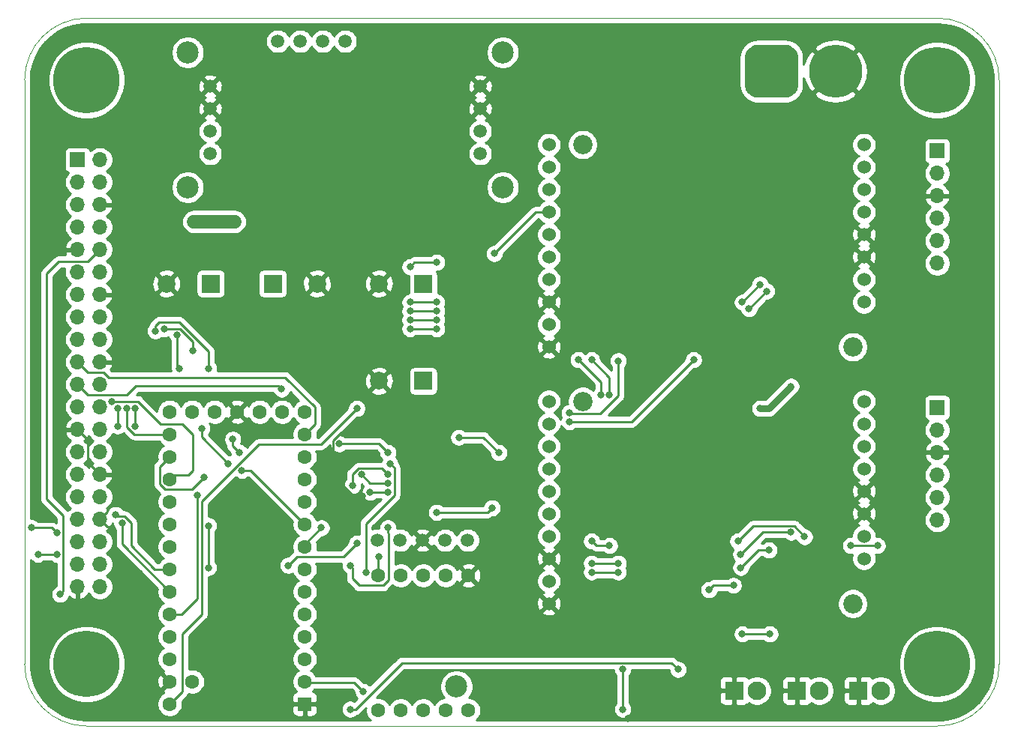
<source format=gbr>
G04 #@! TF.GenerationSoftware,KiCad,Pcbnew,5.1.5*
G04 #@! TF.CreationDate,2019-12-18T01:23:40-06:00*
G04 #@! TF.ProjectId,TurtlebotController,54757274-6c65-4626-9f74-436f6e74726f,rev?*
G04 #@! TF.SameCoordinates,Original*
G04 #@! TF.FileFunction,Copper,L2,Bot*
G04 #@! TF.FilePolarity,Positive*
%FSLAX46Y46*%
G04 Gerber Fmt 4.6, Leading zero omitted, Abs format (unit mm)*
G04 Created by KiCad (PCBNEW 5.1.5) date 2019-12-18 01:23:40*
%MOMM*%
%LPD*%
G04 APERTURE LIST*
%ADD10C,0.050000*%
%ADD11C,7.500000*%
%ADD12C,6.000000*%
%ADD13C,0.150000*%
%ADD14R,2.000000X2.000000*%
%ADD15C,2.000000*%
%ADD16R,1.700000X1.700000*%
%ADD17O,1.700000X1.700000*%
%ADD18C,2.100000*%
%ADD19R,2.100000X2.100000*%
%ADD20C,1.600000*%
%ADD21R,1.600000X1.600000*%
%ADD22C,2.500000*%
%ADD23C,1.500000*%
%ADD24C,1.524000*%
%ADD25C,2.180000*%
%ADD26C,0.800000*%
%ADD27C,0.250000*%
%ADD28C,1.500000*%
%ADD29C,0.750000*%
%ADD30C,0.254000*%
G04 APERTURE END LIST*
D10*
X174500000Y-118400000D02*
X78500000Y-118400000D01*
X181500000Y-45400000D02*
X181500000Y-111400000D01*
X78500000Y-38400000D02*
X174500000Y-38400000D01*
X71500000Y-111400000D02*
X71500000Y-45400000D01*
X181500000Y-111400000D02*
G75*
G02X174500000Y-118400000I-7000000J0D01*
G01*
X174500000Y-38400000D02*
G75*
G02X181500000Y-45400000I0J-7000000D01*
G01*
X78500000Y-118400000D02*
G75*
G02X71500000Y-111400000I0J7000000D01*
G01*
X71500000Y-45400000D02*
G75*
G02X78500000Y-38400000I7000000J0D01*
G01*
D11*
X78500000Y-111400000D03*
X174500000Y-111400000D03*
X78500000Y-45400000D03*
X174500000Y-45400000D03*
D12*
X163000000Y-44400000D03*
G04 #@! TA.AperFunction,ComponentPad*
D13*
G36*
X157447026Y-41407223D02*
G01*
X157592635Y-41428822D01*
X157735427Y-41464589D01*
X157874025Y-41514181D01*
X158007095Y-41577118D01*
X158133355Y-41652796D01*
X158251590Y-41740484D01*
X158360660Y-41839340D01*
X158459516Y-41948410D01*
X158547204Y-42066645D01*
X158622882Y-42192905D01*
X158685819Y-42325975D01*
X158735411Y-42464573D01*
X158771178Y-42607365D01*
X158792777Y-42752974D01*
X158800000Y-42900000D01*
X158800000Y-45900000D01*
X158792777Y-46047026D01*
X158771178Y-46192635D01*
X158735411Y-46335427D01*
X158685819Y-46474025D01*
X158622882Y-46607095D01*
X158547204Y-46733355D01*
X158459516Y-46851590D01*
X158360660Y-46960660D01*
X158251590Y-47059516D01*
X158133355Y-47147204D01*
X158007095Y-47222882D01*
X157874025Y-47285819D01*
X157735427Y-47335411D01*
X157592635Y-47371178D01*
X157447026Y-47392777D01*
X157300000Y-47400000D01*
X154300000Y-47400000D01*
X154152974Y-47392777D01*
X154007365Y-47371178D01*
X153864573Y-47335411D01*
X153725975Y-47285819D01*
X153592905Y-47222882D01*
X153466645Y-47147204D01*
X153348410Y-47059516D01*
X153239340Y-46960660D01*
X153140484Y-46851590D01*
X153052796Y-46733355D01*
X152977118Y-46607095D01*
X152914181Y-46474025D01*
X152864589Y-46335427D01*
X152828822Y-46192635D01*
X152807223Y-46047026D01*
X152800000Y-45900000D01*
X152800000Y-42900000D01*
X152807223Y-42752974D01*
X152828822Y-42607365D01*
X152864589Y-42464573D01*
X152914181Y-42325975D01*
X152977118Y-42192905D01*
X153052796Y-42066645D01*
X153140484Y-41948410D01*
X153239340Y-41839340D01*
X153348410Y-41740484D01*
X153466645Y-41652796D01*
X153592905Y-41577118D01*
X153725975Y-41514181D01*
X153864573Y-41464589D01*
X154007365Y-41428822D01*
X154152974Y-41407223D01*
X154300000Y-41400000D01*
X157300000Y-41400000D01*
X157447026Y-41407223D01*
G37*
G04 #@! TD.AperFunction*
D14*
X92500000Y-68400000D03*
D15*
X87500000Y-68400000D03*
X104500000Y-68400000D03*
D14*
X99500000Y-68400000D03*
X116500000Y-68400000D03*
D15*
X111500000Y-68400000D03*
X111500000Y-79400000D03*
D14*
X116500000Y-79400000D03*
D16*
X77460000Y-54400000D03*
D17*
X80000000Y-54400000D03*
X77460000Y-56940000D03*
X80000000Y-56940000D03*
X77460000Y-59480000D03*
X80000000Y-59480000D03*
X77460000Y-62020000D03*
X80000000Y-62020000D03*
X77460000Y-64560000D03*
X80000000Y-64560000D03*
X77460000Y-67100000D03*
X80000000Y-67100000D03*
X77460000Y-69640000D03*
X80000000Y-69640000D03*
X77460000Y-72180000D03*
X80000000Y-72180000D03*
X77460000Y-74720000D03*
X80000000Y-74720000D03*
X77460000Y-77260000D03*
X80000000Y-77260000D03*
X77460000Y-79800000D03*
X80000000Y-79800000D03*
X77460000Y-82340000D03*
X80000000Y-82340000D03*
X77460000Y-84880000D03*
X80000000Y-84880000D03*
X77460000Y-87420000D03*
X80000000Y-87420000D03*
X77460000Y-89960000D03*
X80000000Y-89960000D03*
X77460000Y-92500000D03*
X80000000Y-92500000D03*
X77460000Y-95040000D03*
X80000000Y-95040000D03*
X77460000Y-97580000D03*
X80000000Y-97580000D03*
X77460000Y-100120000D03*
X80000000Y-100120000D03*
X77460000Y-102660000D03*
X80000000Y-102660000D03*
X174500000Y-66100000D03*
X174500000Y-63560000D03*
X174500000Y-61020000D03*
X174500000Y-58480000D03*
X174500000Y-55940000D03*
D16*
X174500000Y-53400000D03*
X174500000Y-82400000D03*
D17*
X174500000Y-84940000D03*
X174500000Y-87480000D03*
X174500000Y-90020000D03*
X174500000Y-92560000D03*
X174500000Y-95100000D03*
D18*
X154140000Y-114400000D03*
D19*
X151600000Y-114400000D03*
X158660000Y-114400000D03*
D18*
X161200000Y-114400000D03*
D19*
X165600000Y-114400000D03*
D18*
X168140000Y-114400000D03*
D20*
X95500000Y-82890000D03*
X92960000Y-82890000D03*
X90420000Y-82890000D03*
X87880000Y-82890000D03*
X98040000Y-82890000D03*
X100580000Y-82890000D03*
X103120000Y-82890000D03*
X87880000Y-85430000D03*
X87880000Y-87970000D03*
X87880000Y-90510000D03*
X87880000Y-93050000D03*
X87880000Y-95590000D03*
X87880000Y-98130000D03*
X87880000Y-100670000D03*
X87880000Y-103210000D03*
X87880000Y-105750000D03*
X87880000Y-108290000D03*
X87880000Y-110830000D03*
X87880000Y-113370000D03*
X87880000Y-115910000D03*
X90420000Y-113370000D03*
X103120000Y-85430000D03*
X103120000Y-87970000D03*
X103120000Y-90510000D03*
X103120000Y-93050000D03*
X103120000Y-95590000D03*
X103120000Y-98130000D03*
X103120000Y-100670000D03*
X103120000Y-103210000D03*
X103120000Y-105750000D03*
X103120000Y-108290000D03*
X103120000Y-110830000D03*
X103120000Y-113370000D03*
D21*
X103120000Y-115910000D03*
D22*
X120230000Y-113910000D03*
D23*
X121500000Y-97400000D03*
X118960000Y-97400000D03*
X116420000Y-97400000D03*
X113880000Y-97400000D03*
X111340000Y-97400000D03*
D24*
X130670000Y-75560000D03*
X130670000Y-73020000D03*
X130670000Y-70480000D03*
X130670000Y-67940000D03*
X130670000Y-65400000D03*
X130670000Y-62860000D03*
X130670000Y-60320000D03*
X130670000Y-57780000D03*
X130670000Y-55240000D03*
X130670000Y-52700000D03*
X166230000Y-70480000D03*
X166230000Y-67940000D03*
X166230000Y-65400000D03*
X166230000Y-62860000D03*
X166230000Y-60320000D03*
X166230000Y-57780000D03*
X166230000Y-55240000D03*
X166230000Y-52700000D03*
D25*
X134480000Y-52700000D03*
X164960000Y-75560000D03*
X164960000Y-104560000D03*
X134480000Y-81700000D03*
D24*
X166230000Y-81700000D03*
X166230000Y-84240000D03*
X166230000Y-86780000D03*
X166230000Y-89320000D03*
X166230000Y-91860000D03*
X166230000Y-94400000D03*
X166230000Y-96940000D03*
X166230000Y-99480000D03*
X130670000Y-81700000D03*
X130670000Y-84240000D03*
X130670000Y-86780000D03*
X130670000Y-89320000D03*
X130670000Y-91860000D03*
X130670000Y-94400000D03*
X130670000Y-96940000D03*
X130670000Y-99480000D03*
X130670000Y-102020000D03*
X130670000Y-104560000D03*
D22*
X125460000Y-57520000D03*
D23*
X92440000Y-53710000D03*
D22*
X125460000Y-42280000D03*
X89900000Y-42280000D03*
X89900000Y-57520000D03*
D23*
X92440000Y-51170000D03*
X92440000Y-48630000D03*
X92440000Y-46090000D03*
X122920000Y-53710000D03*
X122920000Y-51170000D03*
X122920000Y-48630000D03*
X122920000Y-46090000D03*
X107680000Y-41010000D03*
X105140000Y-41010000D03*
X102600000Y-41010000D03*
X100060000Y-41010000D03*
D20*
X121580000Y-101380000D03*
X119040000Y-101380000D03*
X116500000Y-101380000D03*
X113960000Y-101380000D03*
X111420000Y-101380000D03*
X121580000Y-116620000D03*
X119040000Y-116620000D03*
X116500000Y-116620000D03*
X113960000Y-116620000D03*
X111420000Y-116620000D03*
D26*
X168250000Y-65250000D03*
X176750000Y-70500000D03*
X177600000Y-70500000D03*
X178500000Y-70500000D03*
X178500000Y-69600000D03*
X177600000Y-69600000D03*
X176700000Y-69600000D03*
X81800000Y-104300000D03*
X82700000Y-104300000D03*
X82700000Y-103400000D03*
X75600000Y-105200000D03*
X75600000Y-106200000D03*
X80100000Y-106600000D03*
X81000000Y-106600000D03*
X81900000Y-106600000D03*
X123700000Y-100400000D03*
X123700000Y-101300000D03*
X123700000Y-102200000D03*
X110700000Y-105200000D03*
X110700000Y-106100000D03*
X110700000Y-107000000D03*
X111600000Y-107000000D03*
X111600000Y-106100000D03*
X111600000Y-105200000D03*
X109586186Y-92406139D03*
X84500000Y-101100000D03*
X137300000Y-43900000D03*
X136300000Y-43900000D03*
X133000000Y-50700000D03*
X134800000Y-50600000D03*
X139547343Y-117541123D03*
X136100000Y-117000000D03*
X74100000Y-65300000D03*
X74100000Y-64400000D03*
X75700000Y-67100000D03*
X75100000Y-67800000D03*
X137500000Y-98000000D03*
X135500000Y-97500000D03*
X135500000Y-77000000D03*
X137500000Y-81000000D03*
X155615000Y-108000000D03*
X152500000Y-108000000D03*
X101250000Y-100250000D03*
X109000000Y-97750000D03*
X152325000Y-100500000D03*
X155500000Y-98500000D03*
X108250000Y-116500000D03*
X145250000Y-112000000D03*
X95200000Y-61400000D03*
X90600000Y-61400000D03*
X154500000Y-82500000D03*
X158000000Y-80000000D03*
X148750000Y-103000000D03*
X151500000Y-102500000D03*
X109000000Y-82500000D03*
X139000000Y-111975010D03*
X139000000Y-116500000D03*
X96012653Y-89512653D03*
X94500000Y-88750000D03*
X91500000Y-84750000D03*
X90512653Y-76012653D03*
X87250000Y-73500000D03*
X92250000Y-95750000D03*
X92250000Y-100500000D03*
X75500000Y-103500000D03*
X100500000Y-80325000D03*
X86250000Y-73750000D03*
X92270001Y-78000000D03*
X94991475Y-85989367D03*
X95750000Y-87500000D03*
X72275000Y-96000000D03*
X75149999Y-96548153D03*
X111500000Y-99275000D03*
X75149999Y-99000000D03*
X73000000Y-99000000D03*
X136500000Y-81000000D03*
X134000000Y-77000000D03*
X154500000Y-68500000D03*
X152495405Y-70504595D03*
X138500000Y-77125000D03*
X133000000Y-83000000D03*
X112721913Y-88721914D03*
X110000000Y-101000000D03*
X155250000Y-69250000D03*
X153245405Y-71254595D03*
X147012653Y-77012653D03*
X133000000Y-84000000D03*
X124250000Y-93750000D03*
X118000000Y-94250000D03*
X112500000Y-96000000D03*
X108250000Y-100250000D03*
X135500000Y-101000000D03*
X138500000Y-101000000D03*
X152325000Y-99000000D03*
X158000000Y-96500000D03*
X135500000Y-100000000D03*
X138500000Y-100000000D03*
X152000000Y-97500000D03*
X159512653Y-97012653D03*
X164750000Y-98000000D03*
X167750000Y-98000000D03*
X118000000Y-72500000D03*
X115000000Y-72500000D03*
X83000000Y-82500000D03*
X125012653Y-87512653D03*
X120500000Y-85775000D03*
X112500000Y-87500000D03*
X107000000Y-86500000D03*
X91750000Y-90250000D03*
X124500000Y-65000000D03*
X118000000Y-66000000D03*
X115000000Y-66500000D03*
X81339980Y-81700001D03*
X112481061Y-90968328D03*
X109512299Y-89987199D03*
X118000000Y-71500000D03*
X115000000Y-71500000D03*
X82000000Y-82500000D03*
X82000000Y-84500000D03*
X81775000Y-94500000D03*
X118000000Y-73500000D03*
X115000000Y-73500000D03*
X84000000Y-82500000D03*
X84000000Y-84500000D03*
X82500000Y-95490001D03*
X112487347Y-91987347D03*
X110500000Y-92000000D03*
X112500615Y-89968518D03*
X108500000Y-91235000D03*
X105000000Y-95990001D03*
X118000000Y-70500000D03*
X115000000Y-70500000D03*
X88737347Y-74237347D03*
X89000000Y-78000000D03*
X91000000Y-92325000D03*
X109725000Y-114500000D03*
D27*
X106274999Y-86151999D02*
X107226998Y-85200000D01*
X106274999Y-90083001D02*
X106274999Y-86151999D01*
X109586186Y-92406139D02*
X108598137Y-92406139D01*
X108598137Y-92406139D02*
X106274999Y-90083001D01*
X107226998Y-85200000D02*
X108200000Y-85200000D01*
X80849999Y-94190001D02*
X80849999Y-93950001D01*
X80000000Y-95040000D02*
X80849999Y-94190001D01*
X78309999Y-85729999D02*
X77460000Y-84880000D01*
X78635001Y-86055001D02*
X78309999Y-85729999D01*
X78635001Y-88595001D02*
X78635001Y-86055001D01*
X80000000Y-89960000D02*
X78635001Y-88595001D01*
X80849999Y-94190001D02*
X80849999Y-93850001D01*
X80000000Y-95040000D02*
X80849999Y-95889999D01*
X80849999Y-95889999D02*
X81210001Y-95889999D01*
X137500000Y-98000000D02*
X136000000Y-98000000D01*
X136000000Y-98000000D02*
X135500000Y-97500000D01*
X135500000Y-77000000D02*
X137500000Y-79000000D01*
X137500000Y-79000000D02*
X137500000Y-81000000D01*
X155615000Y-108000000D02*
X152500000Y-108000000D01*
X107494999Y-99255001D02*
X109000000Y-97750000D01*
X101250000Y-100250000D02*
X102244999Y-99255001D01*
X102244999Y-99255001D02*
X107494999Y-99255001D01*
X152325000Y-100500000D02*
X154325000Y-98500000D01*
X154325000Y-98500000D02*
X155500000Y-98500000D01*
X144500009Y-111250009D02*
X145250000Y-112000000D01*
X114065676Y-111250009D02*
X144500009Y-111250009D01*
X108250000Y-116500000D02*
X108815685Y-116500000D01*
X108815685Y-116500000D02*
X114065676Y-111250009D01*
D28*
X95200000Y-61400000D02*
X90600000Y-61400000D01*
D29*
X154500000Y-82500000D02*
X155500000Y-82500000D01*
X155500000Y-82500000D02*
X158000000Y-80000000D01*
D27*
X148750000Y-103000000D02*
X149250000Y-102500000D01*
X149250000Y-102500000D02*
X151500000Y-102500000D01*
X104944999Y-86555001D02*
X97944999Y-86555001D01*
X109000000Y-82500000D02*
X104944999Y-86555001D01*
X97944999Y-86555001D02*
X91500000Y-93000000D01*
X91500000Y-93000000D02*
X91500000Y-105750000D01*
X89294999Y-114495001D02*
X88679999Y-115110001D01*
X89294999Y-107955001D02*
X89294999Y-114495001D01*
X88679999Y-115110001D02*
X87880000Y-115910000D01*
X91500000Y-105750000D02*
X89294999Y-107955001D01*
X139000000Y-111975010D02*
X139000000Y-116500000D01*
X103120000Y-95590000D02*
X97042653Y-89512653D01*
X97042653Y-89512653D02*
X96012653Y-89512653D01*
X94500000Y-88750000D02*
X91500000Y-85750000D01*
X91500000Y-85750000D02*
X91500000Y-84750000D01*
X89073002Y-73500000D02*
X87250000Y-73500000D01*
X90512653Y-76012653D02*
X90512653Y-74939651D01*
X90512653Y-74939651D02*
X89073002Y-73500000D01*
X92250000Y-95750000D02*
X92250000Y-100500000D01*
X79150001Y-65409999D02*
X80000000Y-64560000D01*
X75325001Y-65924999D02*
X78635001Y-65924999D01*
X75875000Y-103125000D02*
X75875000Y-94625000D01*
X75500000Y-103500000D02*
X75875000Y-103125000D01*
X78635001Y-65924999D02*
X79150001Y-65409999D01*
X75875000Y-94625000D02*
X74000000Y-92750000D01*
X74000000Y-92750000D02*
X74000000Y-67250000D01*
X74000000Y-67250000D02*
X75325001Y-65924999D01*
X104245001Y-82349999D02*
X100895002Y-79000000D01*
X103120000Y-85430000D02*
X104245001Y-84304999D01*
X104245001Y-84304999D02*
X104245001Y-82349999D01*
X80435001Y-78435001D02*
X78635001Y-78435001D01*
X78309999Y-78109999D02*
X77460000Y-77260000D01*
X81000000Y-79000000D02*
X80435001Y-78435001D01*
X78635001Y-78435001D02*
X78309999Y-78109999D01*
X100895002Y-79000000D02*
X81000000Y-79000000D01*
X100100001Y-79925001D02*
X84074999Y-79925001D01*
X100500000Y-80325000D02*
X100100001Y-79925001D01*
X78309999Y-80649999D02*
X77460000Y-79800000D01*
X78635001Y-80975001D02*
X78309999Y-80649999D01*
X83024999Y-80975001D02*
X78635001Y-80975001D01*
X84074999Y-79925001D02*
X83024999Y-80975001D01*
X86250000Y-73184315D02*
X86659316Y-72774999D01*
X86250000Y-73750000D02*
X86250000Y-73184315D01*
X86659316Y-72774999D02*
X88984411Y-72774999D01*
X88984411Y-72774999D02*
X92270001Y-76060589D01*
X92270001Y-76060589D02*
X92270001Y-78000000D01*
X94991475Y-85989367D02*
X94991475Y-86741475D01*
X94991475Y-86741475D02*
X95750000Y-87500000D01*
X74601846Y-96000000D02*
X72275000Y-96000000D01*
X75149999Y-96548153D02*
X74601846Y-96000000D01*
X111420000Y-101380000D02*
X111420000Y-99355000D01*
X111420000Y-99355000D02*
X111500000Y-99275000D01*
X75149999Y-99000000D02*
X73000000Y-99000000D01*
X136500000Y-81000000D02*
X136500000Y-79500000D01*
X136500000Y-79500000D02*
X134000000Y-77000000D01*
X154500000Y-68500000D02*
X152495405Y-70504595D01*
X133115001Y-83115001D02*
X133000000Y-83000000D01*
X136458001Y-83115001D02*
X133115001Y-83115001D01*
X138500000Y-77125000D02*
X138500000Y-81073002D01*
X138500000Y-81073002D02*
X136458001Y-83115001D01*
X110000000Y-95547696D02*
X110000000Y-101000000D01*
X113225616Y-92322080D02*
X110000000Y-95547696D01*
X112721913Y-88721914D02*
X113225616Y-89225617D01*
X113225616Y-89225617D02*
X113225616Y-92322080D01*
X155250000Y-69250000D02*
X153245405Y-71254595D01*
X147012653Y-77012653D02*
X140025306Y-84000000D01*
X140025306Y-84000000D02*
X133000000Y-84000000D01*
X124250000Y-93750000D02*
X123750000Y-94250000D01*
X123750000Y-94250000D02*
X118000000Y-94250000D01*
X109255001Y-102505001D02*
X108500000Y-101750000D01*
X112500000Y-96565685D02*
X112545001Y-96610686D01*
X112500000Y-96000000D02*
X112500000Y-96565685D01*
X112545001Y-96610686D02*
X112545001Y-101920001D01*
X112545001Y-101920001D02*
X111960001Y-102505001D01*
X111960001Y-102505001D02*
X109255001Y-102505001D01*
X108500000Y-101750000D02*
X108500000Y-100500000D01*
X108500000Y-100500000D02*
X108250000Y-100250000D01*
X135500000Y-101000000D02*
X138500000Y-101000000D01*
X152325000Y-99000000D02*
X154825000Y-96500000D01*
X154825000Y-96500000D02*
X158000000Y-96500000D01*
X135500000Y-100000000D02*
X138500000Y-100000000D01*
X159512653Y-96939651D02*
X159512653Y-97012653D01*
X158348001Y-95774999D02*
X159512653Y-96939651D01*
X152000000Y-97500000D02*
X153725001Y-95774999D01*
X153725001Y-95774999D02*
X158348001Y-95774999D01*
X167722999Y-98027001D02*
X167750000Y-98000000D01*
X165342686Y-98027001D02*
X167722999Y-98027001D01*
X164750000Y-98000000D02*
X165315685Y-98000000D01*
X165315685Y-98000000D02*
X165342686Y-98027001D01*
X118000000Y-72500000D02*
X115000000Y-72500000D01*
X83856998Y-85430000D02*
X86748630Y-85430000D01*
X86748630Y-85430000D02*
X87880000Y-85430000D01*
X83000000Y-84573002D02*
X83856998Y-85430000D01*
X83000000Y-82500000D02*
X83000000Y-84573002D01*
X125012653Y-87512653D02*
X123275000Y-85775000D01*
X123275000Y-85775000D02*
X120500000Y-85775000D01*
X112500000Y-87500000D02*
X111500000Y-86500000D01*
X111500000Y-86500000D02*
X107000000Y-86500000D01*
X87080001Y-88769999D02*
X87880000Y-87970000D01*
X86754999Y-91050001D02*
X86754999Y-89095001D01*
X87339999Y-91635001D02*
X86754999Y-91050001D01*
X90364999Y-91635001D02*
X87339999Y-91635001D01*
X86754999Y-89095001D02*
X87080001Y-88769999D01*
X91750000Y-90250000D02*
X90364999Y-91635001D01*
X129180000Y-60320000D02*
X124500000Y-65000000D01*
X118000000Y-66000000D02*
X115500000Y-66000000D01*
X115500000Y-66000000D02*
X115000000Y-66500000D01*
X130670000Y-60320000D02*
X129180000Y-60320000D01*
X84273003Y-81700001D02*
X81339980Y-81700001D01*
X89304999Y-84304999D02*
X86878001Y-84304999D01*
X86878001Y-84304999D02*
X84273003Y-81700001D01*
X87880000Y-90510000D02*
X88390000Y-90000000D01*
X90000000Y-90000000D02*
X90500000Y-89500000D01*
X90500000Y-89500000D02*
X90500000Y-85500000D01*
X88390000Y-90000000D02*
X90000000Y-90000000D01*
X90500000Y-85500000D02*
X89304999Y-84304999D01*
X112481061Y-90968328D02*
X110493428Y-90968328D01*
X110493428Y-90968328D02*
X109512299Y-89987199D01*
X118000000Y-71500000D02*
X115000000Y-71500000D01*
X82000000Y-82500000D02*
X82000000Y-84500000D01*
X82000000Y-94725000D02*
X82808001Y-94725000D01*
X82808001Y-94725000D02*
X83500000Y-95416999D01*
X83500000Y-95416999D02*
X83500000Y-98000000D01*
X86170000Y-100670000D02*
X87880000Y-100670000D01*
X81775000Y-94500000D02*
X82000000Y-94725000D01*
X83500000Y-98000000D02*
X86170000Y-100670000D01*
X118000000Y-73500000D02*
X115000000Y-73500000D01*
X84000000Y-82500000D02*
X84000000Y-84500000D01*
X82500000Y-97830000D02*
X87880000Y-103210000D01*
X82500000Y-95490001D02*
X82500000Y-97830000D01*
X112487347Y-91987347D02*
X110512653Y-91987347D01*
X110512653Y-91987347D02*
X110500000Y-92000000D01*
X108500000Y-89926496D02*
X108500000Y-91235000D01*
X112500615Y-89968518D02*
X111794295Y-89262198D01*
X109164298Y-89262198D02*
X108500000Y-89926496D01*
X111794295Y-89262198D02*
X109164298Y-89262198D01*
X103120000Y-97870001D02*
X103120000Y-98130000D01*
X105000000Y-95990001D02*
X103120000Y-97870001D01*
X118000000Y-70500000D02*
X115000000Y-70500000D01*
X88737347Y-74237347D02*
X88737347Y-77737347D01*
X88737347Y-77737347D02*
X89000000Y-78000000D01*
X89250000Y-105750000D02*
X87880000Y-105750000D01*
X91000000Y-92325000D02*
X91000000Y-104000000D01*
X91000000Y-104000000D02*
X89250000Y-105750000D01*
X109725000Y-114500000D02*
X108725000Y-113500000D01*
X103250000Y-113500000D02*
X103120000Y-113370000D01*
X108725000Y-113500000D02*
X103250000Y-113500000D01*
D30*
G36*
X95352879Y-90316590D02*
G01*
X95522397Y-90429858D01*
X95710755Y-90507879D01*
X95910714Y-90547653D01*
X96114592Y-90547653D01*
X96314551Y-90507879D01*
X96502909Y-90429858D01*
X96672427Y-90316590D01*
X96716364Y-90272653D01*
X96727852Y-90272653D01*
X101721312Y-95266114D01*
X101685000Y-95448665D01*
X101685000Y-95731335D01*
X101740147Y-96008574D01*
X101848320Y-96269727D01*
X102005363Y-96504759D01*
X102205241Y-96704637D01*
X102437759Y-96860000D01*
X102205241Y-97015363D01*
X102005363Y-97215241D01*
X101848320Y-97450273D01*
X101740147Y-97711426D01*
X101685000Y-97988665D01*
X101685000Y-98271335D01*
X101740147Y-98548574D01*
X101782677Y-98651251D01*
X101704998Y-98715000D01*
X101681200Y-98743998D01*
X101210198Y-99215000D01*
X101148061Y-99215000D01*
X100948102Y-99254774D01*
X100759744Y-99332795D01*
X100590226Y-99446063D01*
X100446063Y-99590226D01*
X100332795Y-99759744D01*
X100254774Y-99948102D01*
X100215000Y-100148061D01*
X100215000Y-100351939D01*
X100254774Y-100551898D01*
X100332795Y-100740256D01*
X100446063Y-100909774D01*
X100590226Y-101053937D01*
X100759744Y-101167205D01*
X100948102Y-101245226D01*
X101148061Y-101285000D01*
X101351939Y-101285000D01*
X101551898Y-101245226D01*
X101740256Y-101167205D01*
X101765680Y-101150217D01*
X101848320Y-101349727D01*
X102005363Y-101584759D01*
X102205241Y-101784637D01*
X102437759Y-101940000D01*
X102205241Y-102095363D01*
X102005363Y-102295241D01*
X101848320Y-102530273D01*
X101740147Y-102791426D01*
X101685000Y-103068665D01*
X101685000Y-103351335D01*
X101740147Y-103628574D01*
X101848320Y-103889727D01*
X102005363Y-104124759D01*
X102205241Y-104324637D01*
X102437759Y-104480000D01*
X102205241Y-104635363D01*
X102005363Y-104835241D01*
X101848320Y-105070273D01*
X101740147Y-105331426D01*
X101685000Y-105608665D01*
X101685000Y-105891335D01*
X101740147Y-106168574D01*
X101848320Y-106429727D01*
X102005363Y-106664759D01*
X102205241Y-106864637D01*
X102437759Y-107020000D01*
X102205241Y-107175363D01*
X102005363Y-107375241D01*
X101848320Y-107610273D01*
X101740147Y-107871426D01*
X101685000Y-108148665D01*
X101685000Y-108431335D01*
X101740147Y-108708574D01*
X101848320Y-108969727D01*
X102005363Y-109204759D01*
X102205241Y-109404637D01*
X102437759Y-109560000D01*
X102205241Y-109715363D01*
X102005363Y-109915241D01*
X101848320Y-110150273D01*
X101740147Y-110411426D01*
X101685000Y-110688665D01*
X101685000Y-110971335D01*
X101740147Y-111248574D01*
X101848320Y-111509727D01*
X102005363Y-111744759D01*
X102205241Y-111944637D01*
X102437759Y-112100000D01*
X102205241Y-112255363D01*
X102005363Y-112455241D01*
X101848320Y-112690273D01*
X101740147Y-112951426D01*
X101685000Y-113228665D01*
X101685000Y-113511335D01*
X101740147Y-113788574D01*
X101848320Y-114049727D01*
X102005363Y-114284759D01*
X102203961Y-114483357D01*
X102195518Y-114484188D01*
X102075820Y-114520498D01*
X101965506Y-114579463D01*
X101868815Y-114658815D01*
X101789463Y-114755506D01*
X101730498Y-114865820D01*
X101694188Y-114985518D01*
X101681928Y-115110000D01*
X101685000Y-115624250D01*
X101843750Y-115783000D01*
X102993000Y-115783000D01*
X102993000Y-115763000D01*
X103247000Y-115763000D01*
X103247000Y-115783000D01*
X104396250Y-115783000D01*
X104555000Y-115624250D01*
X104558072Y-115110000D01*
X104545812Y-114985518D01*
X104509502Y-114865820D01*
X104450537Y-114755506D01*
X104371185Y-114658815D01*
X104274494Y-114579463D01*
X104164180Y-114520498D01*
X104044482Y-114484188D01*
X104036039Y-114483357D01*
X104234637Y-114284759D01*
X104251180Y-114260000D01*
X108410199Y-114260000D01*
X108690000Y-114539802D01*
X108690000Y-114601939D01*
X108729774Y-114801898D01*
X108807795Y-114990256D01*
X108921063Y-115159774D01*
X109001086Y-115239797D01*
X108682155Y-115558729D01*
X108551898Y-115504774D01*
X108351939Y-115465000D01*
X108148061Y-115465000D01*
X107948102Y-115504774D01*
X107759744Y-115582795D01*
X107590226Y-115696063D01*
X107446063Y-115840226D01*
X107332795Y-116009744D01*
X107254774Y-116198102D01*
X107215000Y-116398061D01*
X107215000Y-116601939D01*
X107254774Y-116801898D01*
X107332795Y-116990256D01*
X107446063Y-117159774D01*
X107590226Y-117303937D01*
X107759744Y-117417205D01*
X107948102Y-117495226D01*
X108148061Y-117535000D01*
X108351939Y-117535000D01*
X108551898Y-117495226D01*
X108740256Y-117417205D01*
X108909774Y-117303937D01*
X108964724Y-117248987D01*
X109107932Y-117205546D01*
X109239961Y-117134974D01*
X109355686Y-117040001D01*
X109379489Y-117010997D01*
X110003171Y-116387315D01*
X109985000Y-116478665D01*
X109985000Y-116761335D01*
X110040147Y-117038574D01*
X110148320Y-117299727D01*
X110305363Y-117534759D01*
X110505241Y-117734637D01*
X110513267Y-117740000D01*
X78524488Y-117740000D01*
X77563159Y-117668561D01*
X76646894Y-117461231D01*
X75771343Y-117120748D01*
X74955735Y-116654590D01*
X74217986Y-116072995D01*
X73574311Y-115388749D01*
X73038840Y-114616871D01*
X72623341Y-113774323D01*
X72336946Y-112879624D01*
X72184311Y-111942414D01*
X72160000Y-111385595D01*
X72160000Y-110968115D01*
X74115000Y-110968115D01*
X74115000Y-111831885D01*
X74283513Y-112679057D01*
X74614064Y-113477076D01*
X75093948Y-114195274D01*
X75704726Y-114806052D01*
X76422924Y-115285936D01*
X77220943Y-115616487D01*
X78068115Y-115785000D01*
X78931885Y-115785000D01*
X79779057Y-115616487D01*
X80577076Y-115285936D01*
X81295274Y-114806052D01*
X81906052Y-114195274D01*
X82385936Y-113477076D01*
X82401081Y-113440512D01*
X86439783Y-113440512D01*
X86481213Y-113720130D01*
X86576397Y-113986292D01*
X86643329Y-114111514D01*
X86887298Y-114183097D01*
X87700395Y-113370000D01*
X86887298Y-112556903D01*
X86643329Y-112628486D01*
X86522429Y-112883996D01*
X86453700Y-113158184D01*
X86439783Y-113440512D01*
X82401081Y-113440512D01*
X82716487Y-112679057D01*
X82885000Y-111831885D01*
X82885000Y-110968115D01*
X82716487Y-110120943D01*
X82385936Y-109322924D01*
X81906052Y-108604726D01*
X81295274Y-107993948D01*
X80577076Y-107514064D01*
X79779057Y-107183513D01*
X78931885Y-107015000D01*
X78068115Y-107015000D01*
X77220943Y-107183513D01*
X76422924Y-107514064D01*
X75704726Y-107993948D01*
X75093948Y-108604726D01*
X74614064Y-109322924D01*
X74283513Y-110120943D01*
X74115000Y-110968115D01*
X72160000Y-110968115D01*
X72160000Y-99605802D01*
X72196063Y-99659774D01*
X72340226Y-99803937D01*
X72509744Y-99917205D01*
X72698102Y-99995226D01*
X72898061Y-100035000D01*
X73101939Y-100035000D01*
X73301898Y-99995226D01*
X73490256Y-99917205D01*
X73659774Y-99803937D01*
X73703711Y-99760000D01*
X74446288Y-99760000D01*
X74490225Y-99803937D01*
X74659743Y-99917205D01*
X74848101Y-99995226D01*
X75048060Y-100035000D01*
X75115000Y-100035000D01*
X75115000Y-102539196D01*
X75009744Y-102582795D01*
X74840226Y-102696063D01*
X74696063Y-102840226D01*
X74582795Y-103009744D01*
X74504774Y-103198102D01*
X74465000Y-103398061D01*
X74465000Y-103601939D01*
X74504774Y-103801898D01*
X74582795Y-103990256D01*
X74696063Y-104159774D01*
X74840226Y-104303937D01*
X75009744Y-104417205D01*
X75198102Y-104495226D01*
X75398061Y-104535000D01*
X75601939Y-104535000D01*
X75801898Y-104495226D01*
X75990256Y-104417205D01*
X76159774Y-104303937D01*
X76303937Y-104159774D01*
X76417205Y-103990256D01*
X76495226Y-103801898D01*
X76498922Y-103783317D01*
X76578645Y-103855178D01*
X76828748Y-104004157D01*
X77103109Y-104101481D01*
X77333000Y-103980814D01*
X77333000Y-102787000D01*
X77313000Y-102787000D01*
X77313000Y-102533000D01*
X77333000Y-102533000D01*
X77333000Y-102513000D01*
X77587000Y-102513000D01*
X77587000Y-102533000D01*
X77607000Y-102533000D01*
X77607000Y-102787000D01*
X77587000Y-102787000D01*
X77587000Y-103980814D01*
X77816891Y-104101481D01*
X78091252Y-104004157D01*
X78341355Y-103855178D01*
X78557588Y-103660269D01*
X78728900Y-103430594D01*
X78846525Y-103606632D01*
X79053368Y-103813475D01*
X79296589Y-103975990D01*
X79566842Y-104087932D01*
X79853740Y-104145000D01*
X80146260Y-104145000D01*
X80433158Y-104087932D01*
X80703411Y-103975990D01*
X80946632Y-103813475D01*
X81153475Y-103606632D01*
X81315990Y-103363411D01*
X81427932Y-103093158D01*
X81485000Y-102806260D01*
X81485000Y-102513740D01*
X81427932Y-102226842D01*
X81315990Y-101956589D01*
X81153475Y-101713368D01*
X80946632Y-101506525D01*
X80772240Y-101390000D01*
X80946632Y-101273475D01*
X81153475Y-101066632D01*
X81315990Y-100823411D01*
X81427932Y-100553158D01*
X81485000Y-100266260D01*
X81485000Y-99973740D01*
X81427932Y-99686842D01*
X81315990Y-99416589D01*
X81153475Y-99173368D01*
X80946632Y-98966525D01*
X80772240Y-98850000D01*
X80946632Y-98733475D01*
X81153475Y-98526632D01*
X81315990Y-98283411D01*
X81427932Y-98013158D01*
X81485000Y-97726260D01*
X81485000Y-97433740D01*
X81427932Y-97146842D01*
X81315990Y-96876589D01*
X81153475Y-96633368D01*
X80946632Y-96426525D01*
X80764466Y-96304805D01*
X80881355Y-96235178D01*
X81097588Y-96040269D01*
X81271641Y-95806920D01*
X81396825Y-95544099D01*
X81418508Y-95472612D01*
X81465000Y-95491870D01*
X81465000Y-95591940D01*
X81504774Y-95791899D01*
X81582795Y-95980257D01*
X81696063Y-96149775D01*
X81740000Y-96193712D01*
X81740001Y-97792668D01*
X81736324Y-97830000D01*
X81740001Y-97867333D01*
X81750998Y-97978986D01*
X81760328Y-98009744D01*
X81794454Y-98122246D01*
X81865026Y-98254276D01*
X81918347Y-98319247D01*
X81960000Y-98370001D01*
X81988998Y-98393799D01*
X86481312Y-102886114D01*
X86445000Y-103068665D01*
X86445000Y-103351335D01*
X86500147Y-103628574D01*
X86608320Y-103889727D01*
X86765363Y-104124759D01*
X86965241Y-104324637D01*
X87197759Y-104480000D01*
X86965241Y-104635363D01*
X86765363Y-104835241D01*
X86608320Y-105070273D01*
X86500147Y-105331426D01*
X86445000Y-105608665D01*
X86445000Y-105891335D01*
X86500147Y-106168574D01*
X86608320Y-106429727D01*
X86765363Y-106664759D01*
X86965241Y-106864637D01*
X87197759Y-107020000D01*
X86965241Y-107175363D01*
X86765363Y-107375241D01*
X86608320Y-107610273D01*
X86500147Y-107871426D01*
X86445000Y-108148665D01*
X86445000Y-108431335D01*
X86500147Y-108708574D01*
X86608320Y-108969727D01*
X86765363Y-109204759D01*
X86965241Y-109404637D01*
X87197759Y-109560000D01*
X86965241Y-109715363D01*
X86765363Y-109915241D01*
X86608320Y-110150273D01*
X86500147Y-110411426D01*
X86445000Y-110688665D01*
X86445000Y-110971335D01*
X86500147Y-111248574D01*
X86608320Y-111509727D01*
X86765363Y-111744759D01*
X86965241Y-111944637D01*
X87199128Y-112100915D01*
X87138486Y-112133329D01*
X87066903Y-112377298D01*
X87880000Y-113190395D01*
X87894143Y-113176253D01*
X88073748Y-113355858D01*
X88059605Y-113370000D01*
X88073748Y-113384143D01*
X87894143Y-113563748D01*
X87880000Y-113549605D01*
X87066903Y-114362702D01*
X87138486Y-114606671D01*
X87202992Y-114637194D01*
X87200273Y-114638320D01*
X86965241Y-114795363D01*
X86765363Y-114995241D01*
X86608320Y-115230273D01*
X86500147Y-115491426D01*
X86445000Y-115768665D01*
X86445000Y-116051335D01*
X86500147Y-116328574D01*
X86608320Y-116589727D01*
X86765363Y-116824759D01*
X86965241Y-117024637D01*
X87200273Y-117181680D01*
X87461426Y-117289853D01*
X87738665Y-117345000D01*
X88021335Y-117345000D01*
X88298574Y-117289853D01*
X88559727Y-117181680D01*
X88794759Y-117024637D01*
X88994637Y-116824759D01*
X89071316Y-116710000D01*
X101681928Y-116710000D01*
X101694188Y-116834482D01*
X101730498Y-116954180D01*
X101789463Y-117064494D01*
X101868815Y-117161185D01*
X101965506Y-117240537D01*
X102075820Y-117299502D01*
X102195518Y-117335812D01*
X102320000Y-117348072D01*
X102834250Y-117345000D01*
X102993000Y-117186250D01*
X102993000Y-116037000D01*
X103247000Y-116037000D01*
X103247000Y-117186250D01*
X103405750Y-117345000D01*
X103920000Y-117348072D01*
X104044482Y-117335812D01*
X104164180Y-117299502D01*
X104274494Y-117240537D01*
X104371185Y-117161185D01*
X104450537Y-117064494D01*
X104509502Y-116954180D01*
X104545812Y-116834482D01*
X104558072Y-116710000D01*
X104555000Y-116195750D01*
X104396250Y-116037000D01*
X103247000Y-116037000D01*
X102993000Y-116037000D01*
X101843750Y-116037000D01*
X101685000Y-116195750D01*
X101681928Y-116710000D01*
X89071316Y-116710000D01*
X89151680Y-116589727D01*
X89259853Y-116328574D01*
X89315000Y-116051335D01*
X89315000Y-115768665D01*
X89278688Y-115586113D01*
X89806001Y-115058801D01*
X89835000Y-115035002D01*
X89929973Y-114919277D01*
X90000545Y-114787248D01*
X90011293Y-114751816D01*
X90278665Y-114805000D01*
X90561335Y-114805000D01*
X90838574Y-114749853D01*
X91099727Y-114641680D01*
X91334759Y-114484637D01*
X91534637Y-114284759D01*
X91691680Y-114049727D01*
X91799853Y-113788574D01*
X91855000Y-113511335D01*
X91855000Y-113228665D01*
X91799853Y-112951426D01*
X91691680Y-112690273D01*
X91534637Y-112455241D01*
X91334759Y-112255363D01*
X91099727Y-112098320D01*
X90838574Y-111990147D01*
X90561335Y-111935000D01*
X90278665Y-111935000D01*
X90054999Y-111979491D01*
X90054999Y-108269802D01*
X92011003Y-106313799D01*
X92040001Y-106290001D01*
X92134974Y-106174276D01*
X92205546Y-106042247D01*
X92249003Y-105898986D01*
X92260000Y-105787333D01*
X92260000Y-105787324D01*
X92263676Y-105750001D01*
X92260000Y-105712678D01*
X92260000Y-101535000D01*
X92351939Y-101535000D01*
X92551898Y-101495226D01*
X92740256Y-101417205D01*
X92909774Y-101303937D01*
X93053937Y-101159774D01*
X93167205Y-100990256D01*
X93245226Y-100801898D01*
X93285000Y-100601939D01*
X93285000Y-100398061D01*
X93245226Y-100198102D01*
X93167205Y-100009744D01*
X93053937Y-99840226D01*
X93010000Y-99796289D01*
X93010000Y-96453711D01*
X93053937Y-96409774D01*
X93167205Y-96240256D01*
X93245226Y-96051898D01*
X93285000Y-95851939D01*
X93285000Y-95648061D01*
X93245226Y-95448102D01*
X93167205Y-95259744D01*
X93053937Y-95090226D01*
X92909774Y-94946063D01*
X92740256Y-94832795D01*
X92551898Y-94754774D01*
X92351939Y-94715000D01*
X92260000Y-94715000D01*
X92260000Y-93314801D01*
X95305545Y-90269256D01*
X95352879Y-90316590D01*
G37*
X95352879Y-90316590D02*
X95522397Y-90429858D01*
X95710755Y-90507879D01*
X95910714Y-90547653D01*
X96114592Y-90547653D01*
X96314551Y-90507879D01*
X96502909Y-90429858D01*
X96672427Y-90316590D01*
X96716364Y-90272653D01*
X96727852Y-90272653D01*
X101721312Y-95266114D01*
X101685000Y-95448665D01*
X101685000Y-95731335D01*
X101740147Y-96008574D01*
X101848320Y-96269727D01*
X102005363Y-96504759D01*
X102205241Y-96704637D01*
X102437759Y-96860000D01*
X102205241Y-97015363D01*
X102005363Y-97215241D01*
X101848320Y-97450273D01*
X101740147Y-97711426D01*
X101685000Y-97988665D01*
X101685000Y-98271335D01*
X101740147Y-98548574D01*
X101782677Y-98651251D01*
X101704998Y-98715000D01*
X101681200Y-98743998D01*
X101210198Y-99215000D01*
X101148061Y-99215000D01*
X100948102Y-99254774D01*
X100759744Y-99332795D01*
X100590226Y-99446063D01*
X100446063Y-99590226D01*
X100332795Y-99759744D01*
X100254774Y-99948102D01*
X100215000Y-100148061D01*
X100215000Y-100351939D01*
X100254774Y-100551898D01*
X100332795Y-100740256D01*
X100446063Y-100909774D01*
X100590226Y-101053937D01*
X100759744Y-101167205D01*
X100948102Y-101245226D01*
X101148061Y-101285000D01*
X101351939Y-101285000D01*
X101551898Y-101245226D01*
X101740256Y-101167205D01*
X101765680Y-101150217D01*
X101848320Y-101349727D01*
X102005363Y-101584759D01*
X102205241Y-101784637D01*
X102437759Y-101940000D01*
X102205241Y-102095363D01*
X102005363Y-102295241D01*
X101848320Y-102530273D01*
X101740147Y-102791426D01*
X101685000Y-103068665D01*
X101685000Y-103351335D01*
X101740147Y-103628574D01*
X101848320Y-103889727D01*
X102005363Y-104124759D01*
X102205241Y-104324637D01*
X102437759Y-104480000D01*
X102205241Y-104635363D01*
X102005363Y-104835241D01*
X101848320Y-105070273D01*
X101740147Y-105331426D01*
X101685000Y-105608665D01*
X101685000Y-105891335D01*
X101740147Y-106168574D01*
X101848320Y-106429727D01*
X102005363Y-106664759D01*
X102205241Y-106864637D01*
X102437759Y-107020000D01*
X102205241Y-107175363D01*
X102005363Y-107375241D01*
X101848320Y-107610273D01*
X101740147Y-107871426D01*
X101685000Y-108148665D01*
X101685000Y-108431335D01*
X101740147Y-108708574D01*
X101848320Y-108969727D01*
X102005363Y-109204759D01*
X102205241Y-109404637D01*
X102437759Y-109560000D01*
X102205241Y-109715363D01*
X102005363Y-109915241D01*
X101848320Y-110150273D01*
X101740147Y-110411426D01*
X101685000Y-110688665D01*
X101685000Y-110971335D01*
X101740147Y-111248574D01*
X101848320Y-111509727D01*
X102005363Y-111744759D01*
X102205241Y-111944637D01*
X102437759Y-112100000D01*
X102205241Y-112255363D01*
X102005363Y-112455241D01*
X101848320Y-112690273D01*
X101740147Y-112951426D01*
X101685000Y-113228665D01*
X101685000Y-113511335D01*
X101740147Y-113788574D01*
X101848320Y-114049727D01*
X102005363Y-114284759D01*
X102203961Y-114483357D01*
X102195518Y-114484188D01*
X102075820Y-114520498D01*
X101965506Y-114579463D01*
X101868815Y-114658815D01*
X101789463Y-114755506D01*
X101730498Y-114865820D01*
X101694188Y-114985518D01*
X101681928Y-115110000D01*
X101685000Y-115624250D01*
X101843750Y-115783000D01*
X102993000Y-115783000D01*
X102993000Y-115763000D01*
X103247000Y-115763000D01*
X103247000Y-115783000D01*
X104396250Y-115783000D01*
X104555000Y-115624250D01*
X104558072Y-115110000D01*
X104545812Y-114985518D01*
X104509502Y-114865820D01*
X104450537Y-114755506D01*
X104371185Y-114658815D01*
X104274494Y-114579463D01*
X104164180Y-114520498D01*
X104044482Y-114484188D01*
X104036039Y-114483357D01*
X104234637Y-114284759D01*
X104251180Y-114260000D01*
X108410199Y-114260000D01*
X108690000Y-114539802D01*
X108690000Y-114601939D01*
X108729774Y-114801898D01*
X108807795Y-114990256D01*
X108921063Y-115159774D01*
X109001086Y-115239797D01*
X108682155Y-115558729D01*
X108551898Y-115504774D01*
X108351939Y-115465000D01*
X108148061Y-115465000D01*
X107948102Y-115504774D01*
X107759744Y-115582795D01*
X107590226Y-115696063D01*
X107446063Y-115840226D01*
X107332795Y-116009744D01*
X107254774Y-116198102D01*
X107215000Y-116398061D01*
X107215000Y-116601939D01*
X107254774Y-116801898D01*
X107332795Y-116990256D01*
X107446063Y-117159774D01*
X107590226Y-117303937D01*
X107759744Y-117417205D01*
X107948102Y-117495226D01*
X108148061Y-117535000D01*
X108351939Y-117535000D01*
X108551898Y-117495226D01*
X108740256Y-117417205D01*
X108909774Y-117303937D01*
X108964724Y-117248987D01*
X109107932Y-117205546D01*
X109239961Y-117134974D01*
X109355686Y-117040001D01*
X109379489Y-117010997D01*
X110003171Y-116387315D01*
X109985000Y-116478665D01*
X109985000Y-116761335D01*
X110040147Y-117038574D01*
X110148320Y-117299727D01*
X110305363Y-117534759D01*
X110505241Y-117734637D01*
X110513267Y-117740000D01*
X78524488Y-117740000D01*
X77563159Y-117668561D01*
X76646894Y-117461231D01*
X75771343Y-117120748D01*
X74955735Y-116654590D01*
X74217986Y-116072995D01*
X73574311Y-115388749D01*
X73038840Y-114616871D01*
X72623341Y-113774323D01*
X72336946Y-112879624D01*
X72184311Y-111942414D01*
X72160000Y-111385595D01*
X72160000Y-110968115D01*
X74115000Y-110968115D01*
X74115000Y-111831885D01*
X74283513Y-112679057D01*
X74614064Y-113477076D01*
X75093948Y-114195274D01*
X75704726Y-114806052D01*
X76422924Y-115285936D01*
X77220943Y-115616487D01*
X78068115Y-115785000D01*
X78931885Y-115785000D01*
X79779057Y-115616487D01*
X80577076Y-115285936D01*
X81295274Y-114806052D01*
X81906052Y-114195274D01*
X82385936Y-113477076D01*
X82401081Y-113440512D01*
X86439783Y-113440512D01*
X86481213Y-113720130D01*
X86576397Y-113986292D01*
X86643329Y-114111514D01*
X86887298Y-114183097D01*
X87700395Y-113370000D01*
X86887298Y-112556903D01*
X86643329Y-112628486D01*
X86522429Y-112883996D01*
X86453700Y-113158184D01*
X86439783Y-113440512D01*
X82401081Y-113440512D01*
X82716487Y-112679057D01*
X82885000Y-111831885D01*
X82885000Y-110968115D01*
X82716487Y-110120943D01*
X82385936Y-109322924D01*
X81906052Y-108604726D01*
X81295274Y-107993948D01*
X80577076Y-107514064D01*
X79779057Y-107183513D01*
X78931885Y-107015000D01*
X78068115Y-107015000D01*
X77220943Y-107183513D01*
X76422924Y-107514064D01*
X75704726Y-107993948D01*
X75093948Y-108604726D01*
X74614064Y-109322924D01*
X74283513Y-110120943D01*
X74115000Y-110968115D01*
X72160000Y-110968115D01*
X72160000Y-99605802D01*
X72196063Y-99659774D01*
X72340226Y-99803937D01*
X72509744Y-99917205D01*
X72698102Y-99995226D01*
X72898061Y-100035000D01*
X73101939Y-100035000D01*
X73301898Y-99995226D01*
X73490256Y-99917205D01*
X73659774Y-99803937D01*
X73703711Y-99760000D01*
X74446288Y-99760000D01*
X74490225Y-99803937D01*
X74659743Y-99917205D01*
X74848101Y-99995226D01*
X75048060Y-100035000D01*
X75115000Y-100035000D01*
X75115000Y-102539196D01*
X75009744Y-102582795D01*
X74840226Y-102696063D01*
X74696063Y-102840226D01*
X74582795Y-103009744D01*
X74504774Y-103198102D01*
X74465000Y-103398061D01*
X74465000Y-103601939D01*
X74504774Y-103801898D01*
X74582795Y-103990256D01*
X74696063Y-104159774D01*
X74840226Y-104303937D01*
X75009744Y-104417205D01*
X75198102Y-104495226D01*
X75398061Y-104535000D01*
X75601939Y-104535000D01*
X75801898Y-104495226D01*
X75990256Y-104417205D01*
X76159774Y-104303937D01*
X76303937Y-104159774D01*
X76417205Y-103990256D01*
X76495226Y-103801898D01*
X76498922Y-103783317D01*
X76578645Y-103855178D01*
X76828748Y-104004157D01*
X77103109Y-104101481D01*
X77333000Y-103980814D01*
X77333000Y-102787000D01*
X77313000Y-102787000D01*
X77313000Y-102533000D01*
X77333000Y-102533000D01*
X77333000Y-102513000D01*
X77587000Y-102513000D01*
X77587000Y-102533000D01*
X77607000Y-102533000D01*
X77607000Y-102787000D01*
X77587000Y-102787000D01*
X77587000Y-103980814D01*
X77816891Y-104101481D01*
X78091252Y-104004157D01*
X78341355Y-103855178D01*
X78557588Y-103660269D01*
X78728900Y-103430594D01*
X78846525Y-103606632D01*
X79053368Y-103813475D01*
X79296589Y-103975990D01*
X79566842Y-104087932D01*
X79853740Y-104145000D01*
X80146260Y-104145000D01*
X80433158Y-104087932D01*
X80703411Y-103975990D01*
X80946632Y-103813475D01*
X81153475Y-103606632D01*
X81315990Y-103363411D01*
X81427932Y-103093158D01*
X81485000Y-102806260D01*
X81485000Y-102513740D01*
X81427932Y-102226842D01*
X81315990Y-101956589D01*
X81153475Y-101713368D01*
X80946632Y-101506525D01*
X80772240Y-101390000D01*
X80946632Y-101273475D01*
X81153475Y-101066632D01*
X81315990Y-100823411D01*
X81427932Y-100553158D01*
X81485000Y-100266260D01*
X81485000Y-99973740D01*
X81427932Y-99686842D01*
X81315990Y-99416589D01*
X81153475Y-99173368D01*
X80946632Y-98966525D01*
X80772240Y-98850000D01*
X80946632Y-98733475D01*
X81153475Y-98526632D01*
X81315990Y-98283411D01*
X81427932Y-98013158D01*
X81485000Y-97726260D01*
X81485000Y-97433740D01*
X81427932Y-97146842D01*
X81315990Y-96876589D01*
X81153475Y-96633368D01*
X80946632Y-96426525D01*
X80764466Y-96304805D01*
X80881355Y-96235178D01*
X81097588Y-96040269D01*
X81271641Y-95806920D01*
X81396825Y-95544099D01*
X81418508Y-95472612D01*
X81465000Y-95491870D01*
X81465000Y-95591940D01*
X81504774Y-95791899D01*
X81582795Y-95980257D01*
X81696063Y-96149775D01*
X81740000Y-96193712D01*
X81740001Y-97792668D01*
X81736324Y-97830000D01*
X81740001Y-97867333D01*
X81750998Y-97978986D01*
X81760328Y-98009744D01*
X81794454Y-98122246D01*
X81865026Y-98254276D01*
X81918347Y-98319247D01*
X81960000Y-98370001D01*
X81988998Y-98393799D01*
X86481312Y-102886114D01*
X86445000Y-103068665D01*
X86445000Y-103351335D01*
X86500147Y-103628574D01*
X86608320Y-103889727D01*
X86765363Y-104124759D01*
X86965241Y-104324637D01*
X87197759Y-104480000D01*
X86965241Y-104635363D01*
X86765363Y-104835241D01*
X86608320Y-105070273D01*
X86500147Y-105331426D01*
X86445000Y-105608665D01*
X86445000Y-105891335D01*
X86500147Y-106168574D01*
X86608320Y-106429727D01*
X86765363Y-106664759D01*
X86965241Y-106864637D01*
X87197759Y-107020000D01*
X86965241Y-107175363D01*
X86765363Y-107375241D01*
X86608320Y-107610273D01*
X86500147Y-107871426D01*
X86445000Y-108148665D01*
X86445000Y-108431335D01*
X86500147Y-108708574D01*
X86608320Y-108969727D01*
X86765363Y-109204759D01*
X86965241Y-109404637D01*
X87197759Y-109560000D01*
X86965241Y-109715363D01*
X86765363Y-109915241D01*
X86608320Y-110150273D01*
X86500147Y-110411426D01*
X86445000Y-110688665D01*
X86445000Y-110971335D01*
X86500147Y-111248574D01*
X86608320Y-111509727D01*
X86765363Y-111744759D01*
X86965241Y-111944637D01*
X87199128Y-112100915D01*
X87138486Y-112133329D01*
X87066903Y-112377298D01*
X87880000Y-113190395D01*
X87894143Y-113176253D01*
X88073748Y-113355858D01*
X88059605Y-113370000D01*
X88073748Y-113384143D01*
X87894143Y-113563748D01*
X87880000Y-113549605D01*
X87066903Y-114362702D01*
X87138486Y-114606671D01*
X87202992Y-114637194D01*
X87200273Y-114638320D01*
X86965241Y-114795363D01*
X86765363Y-114995241D01*
X86608320Y-115230273D01*
X86500147Y-115491426D01*
X86445000Y-115768665D01*
X86445000Y-116051335D01*
X86500147Y-116328574D01*
X86608320Y-116589727D01*
X86765363Y-116824759D01*
X86965241Y-117024637D01*
X87200273Y-117181680D01*
X87461426Y-117289853D01*
X87738665Y-117345000D01*
X88021335Y-117345000D01*
X88298574Y-117289853D01*
X88559727Y-117181680D01*
X88794759Y-117024637D01*
X88994637Y-116824759D01*
X89071316Y-116710000D01*
X101681928Y-116710000D01*
X101694188Y-116834482D01*
X101730498Y-116954180D01*
X101789463Y-117064494D01*
X101868815Y-117161185D01*
X101965506Y-117240537D01*
X102075820Y-117299502D01*
X102195518Y-117335812D01*
X102320000Y-117348072D01*
X102834250Y-117345000D01*
X102993000Y-117186250D01*
X102993000Y-116037000D01*
X103247000Y-116037000D01*
X103247000Y-117186250D01*
X103405750Y-117345000D01*
X103920000Y-117348072D01*
X104044482Y-117335812D01*
X104164180Y-117299502D01*
X104274494Y-117240537D01*
X104371185Y-117161185D01*
X104450537Y-117064494D01*
X104509502Y-116954180D01*
X104545812Y-116834482D01*
X104558072Y-116710000D01*
X104555000Y-116195750D01*
X104396250Y-116037000D01*
X103247000Y-116037000D01*
X102993000Y-116037000D01*
X101843750Y-116037000D01*
X101685000Y-116195750D01*
X101681928Y-116710000D01*
X89071316Y-116710000D01*
X89151680Y-116589727D01*
X89259853Y-116328574D01*
X89315000Y-116051335D01*
X89315000Y-115768665D01*
X89278688Y-115586113D01*
X89806001Y-115058801D01*
X89835000Y-115035002D01*
X89929973Y-114919277D01*
X90000545Y-114787248D01*
X90011293Y-114751816D01*
X90278665Y-114805000D01*
X90561335Y-114805000D01*
X90838574Y-114749853D01*
X91099727Y-114641680D01*
X91334759Y-114484637D01*
X91534637Y-114284759D01*
X91691680Y-114049727D01*
X91799853Y-113788574D01*
X91855000Y-113511335D01*
X91855000Y-113228665D01*
X91799853Y-112951426D01*
X91691680Y-112690273D01*
X91534637Y-112455241D01*
X91334759Y-112255363D01*
X91099727Y-112098320D01*
X90838574Y-111990147D01*
X90561335Y-111935000D01*
X90278665Y-111935000D01*
X90054999Y-111979491D01*
X90054999Y-108269802D01*
X92011003Y-106313799D01*
X92040001Y-106290001D01*
X92134974Y-106174276D01*
X92205546Y-106042247D01*
X92249003Y-105898986D01*
X92260000Y-105787333D01*
X92260000Y-105787324D01*
X92263676Y-105750001D01*
X92260000Y-105712678D01*
X92260000Y-101535000D01*
X92351939Y-101535000D01*
X92551898Y-101495226D01*
X92740256Y-101417205D01*
X92909774Y-101303937D01*
X93053937Y-101159774D01*
X93167205Y-100990256D01*
X93245226Y-100801898D01*
X93285000Y-100601939D01*
X93285000Y-100398061D01*
X93245226Y-100198102D01*
X93167205Y-100009744D01*
X93053937Y-99840226D01*
X93010000Y-99796289D01*
X93010000Y-96453711D01*
X93053937Y-96409774D01*
X93167205Y-96240256D01*
X93245226Y-96051898D01*
X93285000Y-95851939D01*
X93285000Y-95648061D01*
X93245226Y-95448102D01*
X93167205Y-95259744D01*
X93053937Y-95090226D01*
X92909774Y-94946063D01*
X92740256Y-94832795D01*
X92551898Y-94754774D01*
X92351939Y-94715000D01*
X92260000Y-94715000D01*
X92260000Y-93314801D01*
X95305545Y-90269256D01*
X95352879Y-90316590D01*
G36*
X175436842Y-39131439D02*
G01*
X176353106Y-39338769D01*
X177228657Y-39679252D01*
X178044265Y-40145410D01*
X178782014Y-40727005D01*
X179425689Y-41411251D01*
X179961160Y-42183129D01*
X180376659Y-43025677D01*
X180663054Y-43920376D01*
X180815689Y-44857579D01*
X180840000Y-45414404D01*
X180840001Y-111375498D01*
X180768561Y-112336841D01*
X180561231Y-113253106D01*
X180220748Y-114128657D01*
X179754590Y-114944265D01*
X179172995Y-115682014D01*
X178488749Y-116325689D01*
X177716871Y-116861160D01*
X176874323Y-117276659D01*
X175979624Y-117563054D01*
X175042414Y-117715689D01*
X174485595Y-117740000D01*
X122486733Y-117740000D01*
X122494759Y-117734637D01*
X122694637Y-117534759D01*
X122851680Y-117299727D01*
X122959853Y-117038574D01*
X123015000Y-116761335D01*
X123015000Y-116478665D01*
X122959853Y-116201426D01*
X122851680Y-115940273D01*
X122694637Y-115705241D01*
X122494759Y-115505363D01*
X122259727Y-115348320D01*
X121998574Y-115240147D01*
X121721335Y-115185000D01*
X121620793Y-115185000D01*
X121694175Y-115111618D01*
X121900466Y-114802882D01*
X122042561Y-114459834D01*
X122115000Y-114095656D01*
X122115000Y-113724344D01*
X122042561Y-113360166D01*
X121900466Y-113017118D01*
X121694175Y-112708382D01*
X121431618Y-112445825D01*
X121122882Y-112239534D01*
X120779834Y-112097439D01*
X120415656Y-112025000D01*
X120044344Y-112025000D01*
X119680166Y-112097439D01*
X119337118Y-112239534D01*
X119028382Y-112445825D01*
X118765825Y-112708382D01*
X118559534Y-113017118D01*
X118417439Y-113360166D01*
X118345000Y-113724344D01*
X118345000Y-114095656D01*
X118417439Y-114459834D01*
X118559534Y-114802882D01*
X118765825Y-115111618D01*
X118849072Y-115194865D01*
X118621426Y-115240147D01*
X118360273Y-115348320D01*
X118125241Y-115505363D01*
X117925363Y-115705241D01*
X117770000Y-115937759D01*
X117614637Y-115705241D01*
X117414759Y-115505363D01*
X117179727Y-115348320D01*
X116918574Y-115240147D01*
X116641335Y-115185000D01*
X116358665Y-115185000D01*
X116081426Y-115240147D01*
X115820273Y-115348320D01*
X115585241Y-115505363D01*
X115385363Y-115705241D01*
X115230000Y-115937759D01*
X115074637Y-115705241D01*
X114874759Y-115505363D01*
X114639727Y-115348320D01*
X114378574Y-115240147D01*
X114101335Y-115185000D01*
X113818665Y-115185000D01*
X113541426Y-115240147D01*
X113280273Y-115348320D01*
X113045241Y-115505363D01*
X112845363Y-115705241D01*
X112690000Y-115937759D01*
X112534637Y-115705241D01*
X112334759Y-115505363D01*
X112099727Y-115348320D01*
X111838574Y-115240147D01*
X111561335Y-115185000D01*
X111278665Y-115185000D01*
X111187316Y-115203171D01*
X114380479Y-112010009D01*
X137965000Y-112010009D01*
X137965000Y-112076949D01*
X138004774Y-112276908D01*
X138082795Y-112465266D01*
X138196063Y-112634784D01*
X138240000Y-112678721D01*
X138240001Y-115796288D01*
X138196063Y-115840226D01*
X138082795Y-116009744D01*
X138004774Y-116198102D01*
X137965000Y-116398061D01*
X137965000Y-116601939D01*
X138004774Y-116801898D01*
X138082795Y-116990256D01*
X138196063Y-117159774D01*
X138340226Y-117303937D01*
X138509744Y-117417205D01*
X138698102Y-117495226D01*
X138898061Y-117535000D01*
X139101939Y-117535000D01*
X139301898Y-117495226D01*
X139490256Y-117417205D01*
X139659774Y-117303937D01*
X139803937Y-117159774D01*
X139917205Y-116990256D01*
X139995226Y-116801898D01*
X140035000Y-116601939D01*
X140035000Y-116398061D01*
X139995226Y-116198102D01*
X139917205Y-116009744D01*
X139803937Y-115840226D01*
X139760000Y-115796289D01*
X139760000Y-115450000D01*
X149911928Y-115450000D01*
X149924188Y-115574482D01*
X149960498Y-115694180D01*
X150019463Y-115804494D01*
X150098815Y-115901185D01*
X150195506Y-115980537D01*
X150305820Y-116039502D01*
X150425518Y-116075812D01*
X150550000Y-116088072D01*
X151314250Y-116085000D01*
X151473000Y-115926250D01*
X151473000Y-114527000D01*
X150073750Y-114527000D01*
X149915000Y-114685750D01*
X149911928Y-115450000D01*
X139760000Y-115450000D01*
X139760000Y-113350000D01*
X149911928Y-113350000D01*
X149915000Y-114114250D01*
X150073750Y-114273000D01*
X151473000Y-114273000D01*
X151473000Y-112873750D01*
X151727000Y-112873750D01*
X151727000Y-114273000D01*
X151747000Y-114273000D01*
X151747000Y-114527000D01*
X151727000Y-114527000D01*
X151727000Y-115926250D01*
X151885750Y-116085000D01*
X152650000Y-116088072D01*
X152774482Y-116075812D01*
X152894180Y-116039502D01*
X153004494Y-115980537D01*
X153101185Y-115901185D01*
X153180537Y-115804494D01*
X153188042Y-115790454D01*
X153341853Y-115893228D01*
X153648504Y-116020246D01*
X153974042Y-116085000D01*
X154305958Y-116085000D01*
X154631496Y-116020246D01*
X154938147Y-115893228D01*
X155214125Y-115708825D01*
X155448825Y-115474125D01*
X155464944Y-115450000D01*
X156971928Y-115450000D01*
X156984188Y-115574482D01*
X157020498Y-115694180D01*
X157079463Y-115804494D01*
X157158815Y-115901185D01*
X157255506Y-115980537D01*
X157365820Y-116039502D01*
X157485518Y-116075812D01*
X157610000Y-116088072D01*
X158374250Y-116085000D01*
X158533000Y-115926250D01*
X158533000Y-114527000D01*
X157133750Y-114527000D01*
X156975000Y-114685750D01*
X156971928Y-115450000D01*
X155464944Y-115450000D01*
X155633228Y-115198147D01*
X155760246Y-114891496D01*
X155825000Y-114565958D01*
X155825000Y-114234042D01*
X155760246Y-113908504D01*
X155633228Y-113601853D01*
X155464945Y-113350000D01*
X156971928Y-113350000D01*
X156975000Y-114114250D01*
X157133750Y-114273000D01*
X158533000Y-114273000D01*
X158533000Y-112873750D01*
X158787000Y-112873750D01*
X158787000Y-114273000D01*
X158807000Y-114273000D01*
X158807000Y-114527000D01*
X158787000Y-114527000D01*
X158787000Y-115926250D01*
X158945750Y-116085000D01*
X159710000Y-116088072D01*
X159834482Y-116075812D01*
X159954180Y-116039502D01*
X160064494Y-115980537D01*
X160161185Y-115901185D01*
X160240537Y-115804494D01*
X160248042Y-115790454D01*
X160401853Y-115893228D01*
X160708504Y-116020246D01*
X161034042Y-116085000D01*
X161365958Y-116085000D01*
X161691496Y-116020246D01*
X161998147Y-115893228D01*
X162274125Y-115708825D01*
X162508825Y-115474125D01*
X162524944Y-115450000D01*
X163911928Y-115450000D01*
X163924188Y-115574482D01*
X163960498Y-115694180D01*
X164019463Y-115804494D01*
X164098815Y-115901185D01*
X164195506Y-115980537D01*
X164305820Y-116039502D01*
X164425518Y-116075812D01*
X164550000Y-116088072D01*
X165314250Y-116085000D01*
X165473000Y-115926250D01*
X165473000Y-114527000D01*
X164073750Y-114527000D01*
X163915000Y-114685750D01*
X163911928Y-115450000D01*
X162524944Y-115450000D01*
X162693228Y-115198147D01*
X162820246Y-114891496D01*
X162885000Y-114565958D01*
X162885000Y-114234042D01*
X162820246Y-113908504D01*
X162693228Y-113601853D01*
X162524945Y-113350000D01*
X163911928Y-113350000D01*
X163915000Y-114114250D01*
X164073750Y-114273000D01*
X165473000Y-114273000D01*
X165473000Y-112873750D01*
X165727000Y-112873750D01*
X165727000Y-114273000D01*
X165747000Y-114273000D01*
X165747000Y-114527000D01*
X165727000Y-114527000D01*
X165727000Y-115926250D01*
X165885750Y-116085000D01*
X166650000Y-116088072D01*
X166774482Y-116075812D01*
X166894180Y-116039502D01*
X167004494Y-115980537D01*
X167101185Y-115901185D01*
X167180537Y-115804494D01*
X167188042Y-115790454D01*
X167341853Y-115893228D01*
X167648504Y-116020246D01*
X167974042Y-116085000D01*
X168305958Y-116085000D01*
X168631496Y-116020246D01*
X168938147Y-115893228D01*
X169214125Y-115708825D01*
X169448825Y-115474125D01*
X169633228Y-115198147D01*
X169760246Y-114891496D01*
X169825000Y-114565958D01*
X169825000Y-114234042D01*
X169760246Y-113908504D01*
X169633228Y-113601853D01*
X169448825Y-113325875D01*
X169214125Y-113091175D01*
X168938147Y-112906772D01*
X168631496Y-112779754D01*
X168305958Y-112715000D01*
X167974042Y-112715000D01*
X167648504Y-112779754D01*
X167341853Y-112906772D01*
X167188042Y-113009546D01*
X167180537Y-112995506D01*
X167101185Y-112898815D01*
X167004494Y-112819463D01*
X166894180Y-112760498D01*
X166774482Y-112724188D01*
X166650000Y-112711928D01*
X165885750Y-112715000D01*
X165727000Y-112873750D01*
X165473000Y-112873750D01*
X165314250Y-112715000D01*
X164550000Y-112711928D01*
X164425518Y-112724188D01*
X164305820Y-112760498D01*
X164195506Y-112819463D01*
X164098815Y-112898815D01*
X164019463Y-112995506D01*
X163960498Y-113105820D01*
X163924188Y-113225518D01*
X163911928Y-113350000D01*
X162524945Y-113350000D01*
X162508825Y-113325875D01*
X162274125Y-113091175D01*
X161998147Y-112906772D01*
X161691496Y-112779754D01*
X161365958Y-112715000D01*
X161034042Y-112715000D01*
X160708504Y-112779754D01*
X160401853Y-112906772D01*
X160248042Y-113009546D01*
X160240537Y-112995506D01*
X160161185Y-112898815D01*
X160064494Y-112819463D01*
X159954180Y-112760498D01*
X159834482Y-112724188D01*
X159710000Y-112711928D01*
X158945750Y-112715000D01*
X158787000Y-112873750D01*
X158533000Y-112873750D01*
X158374250Y-112715000D01*
X157610000Y-112711928D01*
X157485518Y-112724188D01*
X157365820Y-112760498D01*
X157255506Y-112819463D01*
X157158815Y-112898815D01*
X157079463Y-112995506D01*
X157020498Y-113105820D01*
X156984188Y-113225518D01*
X156971928Y-113350000D01*
X155464945Y-113350000D01*
X155448825Y-113325875D01*
X155214125Y-113091175D01*
X154938147Y-112906772D01*
X154631496Y-112779754D01*
X154305958Y-112715000D01*
X153974042Y-112715000D01*
X153648504Y-112779754D01*
X153341853Y-112906772D01*
X153188042Y-113009546D01*
X153180537Y-112995506D01*
X153101185Y-112898815D01*
X153004494Y-112819463D01*
X152894180Y-112760498D01*
X152774482Y-112724188D01*
X152650000Y-112711928D01*
X151885750Y-112715000D01*
X151727000Y-112873750D01*
X151473000Y-112873750D01*
X151314250Y-112715000D01*
X150550000Y-112711928D01*
X150425518Y-112724188D01*
X150305820Y-112760498D01*
X150195506Y-112819463D01*
X150098815Y-112898815D01*
X150019463Y-112995506D01*
X149960498Y-113105820D01*
X149924188Y-113225518D01*
X149911928Y-113350000D01*
X139760000Y-113350000D01*
X139760000Y-112678721D01*
X139803937Y-112634784D01*
X139917205Y-112465266D01*
X139995226Y-112276908D01*
X140035000Y-112076949D01*
X140035000Y-112010009D01*
X144185207Y-112010009D01*
X144215000Y-112039802D01*
X144215000Y-112101939D01*
X144254774Y-112301898D01*
X144332795Y-112490256D01*
X144446063Y-112659774D01*
X144590226Y-112803937D01*
X144759744Y-112917205D01*
X144948102Y-112995226D01*
X145148061Y-113035000D01*
X145351939Y-113035000D01*
X145551898Y-112995226D01*
X145740256Y-112917205D01*
X145909774Y-112803937D01*
X146053937Y-112659774D01*
X146167205Y-112490256D01*
X146245226Y-112301898D01*
X146285000Y-112101939D01*
X146285000Y-111898061D01*
X146245226Y-111698102D01*
X146167205Y-111509744D01*
X146053937Y-111340226D01*
X145909774Y-111196063D01*
X145740256Y-111082795D01*
X145551898Y-111004774D01*
X145367600Y-110968115D01*
X170115000Y-110968115D01*
X170115000Y-111831885D01*
X170283513Y-112679057D01*
X170614064Y-113477076D01*
X171093948Y-114195274D01*
X171704726Y-114806052D01*
X172422924Y-115285936D01*
X173220943Y-115616487D01*
X174068115Y-115785000D01*
X174931885Y-115785000D01*
X175779057Y-115616487D01*
X176577076Y-115285936D01*
X177295274Y-114806052D01*
X177906052Y-114195274D01*
X178385936Y-113477076D01*
X178716487Y-112679057D01*
X178885000Y-111831885D01*
X178885000Y-110968115D01*
X178716487Y-110120943D01*
X178385936Y-109322924D01*
X177906052Y-108604726D01*
X177295274Y-107993948D01*
X176577076Y-107514064D01*
X175779057Y-107183513D01*
X174931885Y-107015000D01*
X174068115Y-107015000D01*
X173220943Y-107183513D01*
X172422924Y-107514064D01*
X171704726Y-107993948D01*
X171093948Y-108604726D01*
X170614064Y-109322924D01*
X170283513Y-110120943D01*
X170115000Y-110968115D01*
X145367600Y-110968115D01*
X145351939Y-110965000D01*
X145289802Y-110965000D01*
X145063812Y-110739011D01*
X145040010Y-110710008D01*
X144924285Y-110615035D01*
X144792256Y-110544463D01*
X144648995Y-110501006D01*
X144537342Y-110490009D01*
X144537331Y-110490009D01*
X144500009Y-110486333D01*
X144462687Y-110490009D01*
X114102998Y-110490009D01*
X114065675Y-110486333D01*
X114028352Y-110490009D01*
X114028343Y-110490009D01*
X113916690Y-110501006D01*
X113773429Y-110544463D01*
X113641400Y-110615035D01*
X113641398Y-110615036D01*
X113641399Y-110615036D01*
X113554672Y-110686210D01*
X113554668Y-110686214D01*
X113525675Y-110710008D01*
X113501881Y-110739001D01*
X110464797Y-113776086D01*
X110384774Y-113696063D01*
X110215256Y-113582795D01*
X110026898Y-113504774D01*
X109826939Y-113465000D01*
X109764802Y-113465000D01*
X109288804Y-112989002D01*
X109265001Y-112959999D01*
X109149276Y-112865026D01*
X109017247Y-112794454D01*
X108873986Y-112750997D01*
X108762333Y-112740000D01*
X108762322Y-112740000D01*
X108725000Y-112736324D01*
X108687678Y-112740000D01*
X104412278Y-112740000D01*
X104391680Y-112690273D01*
X104234637Y-112455241D01*
X104034759Y-112255363D01*
X103802241Y-112100000D01*
X104034759Y-111944637D01*
X104234637Y-111744759D01*
X104391680Y-111509727D01*
X104499853Y-111248574D01*
X104555000Y-110971335D01*
X104555000Y-110688665D01*
X104499853Y-110411426D01*
X104391680Y-110150273D01*
X104234637Y-109915241D01*
X104034759Y-109715363D01*
X103802241Y-109560000D01*
X104034759Y-109404637D01*
X104234637Y-109204759D01*
X104391680Y-108969727D01*
X104499853Y-108708574D01*
X104555000Y-108431335D01*
X104555000Y-108148665D01*
X104505152Y-107898061D01*
X151465000Y-107898061D01*
X151465000Y-108101939D01*
X151504774Y-108301898D01*
X151582795Y-108490256D01*
X151696063Y-108659774D01*
X151840226Y-108803937D01*
X152009744Y-108917205D01*
X152198102Y-108995226D01*
X152398061Y-109035000D01*
X152601939Y-109035000D01*
X152801898Y-108995226D01*
X152990256Y-108917205D01*
X153159774Y-108803937D01*
X153203711Y-108760000D01*
X154911289Y-108760000D01*
X154955226Y-108803937D01*
X155124744Y-108917205D01*
X155313102Y-108995226D01*
X155513061Y-109035000D01*
X155716939Y-109035000D01*
X155916898Y-108995226D01*
X156105256Y-108917205D01*
X156274774Y-108803937D01*
X156418937Y-108659774D01*
X156532205Y-108490256D01*
X156610226Y-108301898D01*
X156650000Y-108101939D01*
X156650000Y-107898061D01*
X156610226Y-107698102D01*
X156532205Y-107509744D01*
X156418937Y-107340226D01*
X156274774Y-107196063D01*
X156105256Y-107082795D01*
X155916898Y-107004774D01*
X155716939Y-106965000D01*
X155513061Y-106965000D01*
X155313102Y-107004774D01*
X155124744Y-107082795D01*
X154955226Y-107196063D01*
X154911289Y-107240000D01*
X153203711Y-107240000D01*
X153159774Y-107196063D01*
X152990256Y-107082795D01*
X152801898Y-107004774D01*
X152601939Y-106965000D01*
X152398061Y-106965000D01*
X152198102Y-107004774D01*
X152009744Y-107082795D01*
X151840226Y-107196063D01*
X151696063Y-107340226D01*
X151582795Y-107509744D01*
X151504774Y-107698102D01*
X151465000Y-107898061D01*
X104505152Y-107898061D01*
X104499853Y-107871426D01*
X104391680Y-107610273D01*
X104234637Y-107375241D01*
X104034759Y-107175363D01*
X103802241Y-107020000D01*
X104034759Y-106864637D01*
X104234637Y-106664759D01*
X104391680Y-106429727D01*
X104499853Y-106168574D01*
X104555000Y-105891335D01*
X104555000Y-105608665D01*
X104538471Y-105525565D01*
X129884040Y-105525565D01*
X129951020Y-105765656D01*
X130200048Y-105882756D01*
X130467135Y-105949023D01*
X130742017Y-105961910D01*
X131014133Y-105920922D01*
X131273023Y-105827636D01*
X131388980Y-105765656D01*
X131455960Y-105525565D01*
X130670000Y-104739605D01*
X129884040Y-105525565D01*
X104538471Y-105525565D01*
X104499853Y-105331426D01*
X104391680Y-105070273D01*
X104234637Y-104835241D01*
X104034759Y-104635363D01*
X104029752Y-104632017D01*
X129268090Y-104632017D01*
X129309078Y-104904133D01*
X129402364Y-105163023D01*
X129464344Y-105278980D01*
X129704435Y-105345960D01*
X130490395Y-104560000D01*
X130849605Y-104560000D01*
X131635565Y-105345960D01*
X131875656Y-105278980D01*
X131992756Y-105029952D01*
X132059023Y-104762865D01*
X132071910Y-104487983D01*
X132057167Y-104390102D01*
X163235000Y-104390102D01*
X163235000Y-104729898D01*
X163301290Y-105063164D01*
X163431324Y-105377094D01*
X163620105Y-105659624D01*
X163860376Y-105899895D01*
X164142906Y-106088676D01*
X164456836Y-106218710D01*
X164790102Y-106285000D01*
X165129898Y-106285000D01*
X165463164Y-106218710D01*
X165777094Y-106088676D01*
X166059624Y-105899895D01*
X166299895Y-105659624D01*
X166488676Y-105377094D01*
X166618710Y-105063164D01*
X166685000Y-104729898D01*
X166685000Y-104390102D01*
X166618710Y-104056836D01*
X166488676Y-103742906D01*
X166299895Y-103460376D01*
X166059624Y-103220105D01*
X165777094Y-103031324D01*
X165463164Y-102901290D01*
X165129898Y-102835000D01*
X164790102Y-102835000D01*
X164456836Y-102901290D01*
X164142906Y-103031324D01*
X163860376Y-103220105D01*
X163620105Y-103460376D01*
X163431324Y-103742906D01*
X163301290Y-104056836D01*
X163235000Y-104390102D01*
X132057167Y-104390102D01*
X132030922Y-104215867D01*
X131937636Y-103956977D01*
X131875656Y-103841020D01*
X131635565Y-103774040D01*
X130849605Y-104560000D01*
X130490395Y-104560000D01*
X129704435Y-103774040D01*
X129464344Y-103841020D01*
X129347244Y-104090048D01*
X129280977Y-104357135D01*
X129268090Y-104632017D01*
X104029752Y-104632017D01*
X103802241Y-104480000D01*
X104034759Y-104324637D01*
X104234637Y-104124759D01*
X104391680Y-103889727D01*
X104499853Y-103628574D01*
X104555000Y-103351335D01*
X104555000Y-103068665D01*
X104499853Y-102791426D01*
X104391680Y-102530273D01*
X104234637Y-102295241D01*
X104034759Y-102095363D01*
X103802241Y-101940000D01*
X104034759Y-101784637D01*
X104234637Y-101584759D01*
X104391680Y-101349727D01*
X104499853Y-101088574D01*
X104555000Y-100811335D01*
X104555000Y-100528665D01*
X104499853Y-100251426D01*
X104401923Y-100015001D01*
X107241467Y-100015001D01*
X107215000Y-100148061D01*
X107215000Y-100351939D01*
X107254774Y-100551898D01*
X107332795Y-100740256D01*
X107446063Y-100909774D01*
X107590226Y-101053937D01*
X107740000Y-101154013D01*
X107740000Y-101712677D01*
X107736324Y-101750000D01*
X107740000Y-101787322D01*
X107740000Y-101787332D01*
X107750997Y-101898985D01*
X107783087Y-102004774D01*
X107794454Y-102042246D01*
X107865026Y-102174276D01*
X107896605Y-102212755D01*
X107959999Y-102290001D01*
X107989002Y-102313803D01*
X108691202Y-103016003D01*
X108715000Y-103045002D01*
X108830725Y-103139975D01*
X108962754Y-103210547D01*
X109106015Y-103254004D01*
X109217668Y-103265001D01*
X109217676Y-103265001D01*
X109255001Y-103268677D01*
X109292326Y-103265001D01*
X111922679Y-103265001D01*
X111960001Y-103268677D01*
X111997323Y-103265001D01*
X111997334Y-103265001D01*
X112108987Y-103254004D01*
X112252248Y-103210547D01*
X112384277Y-103139975D01*
X112500002Y-103045002D01*
X112523804Y-103015999D01*
X113045204Y-102494600D01*
X113045241Y-102494637D01*
X113280273Y-102651680D01*
X113541426Y-102759853D01*
X113818665Y-102815000D01*
X114101335Y-102815000D01*
X114378574Y-102759853D01*
X114639727Y-102651680D01*
X114874759Y-102494637D01*
X115074637Y-102294759D01*
X115230000Y-102062241D01*
X115385363Y-102294759D01*
X115585241Y-102494637D01*
X115820273Y-102651680D01*
X116081426Y-102759853D01*
X116358665Y-102815000D01*
X116641335Y-102815000D01*
X116918574Y-102759853D01*
X117179727Y-102651680D01*
X117414759Y-102494637D01*
X117614637Y-102294759D01*
X117770000Y-102062241D01*
X117925363Y-102294759D01*
X118125241Y-102494637D01*
X118360273Y-102651680D01*
X118621426Y-102759853D01*
X118898665Y-102815000D01*
X119181335Y-102815000D01*
X119458574Y-102759853D01*
X119719727Y-102651680D01*
X119954759Y-102494637D01*
X120076694Y-102372702D01*
X120766903Y-102372702D01*
X120838486Y-102616671D01*
X121093996Y-102737571D01*
X121368184Y-102806300D01*
X121650512Y-102820217D01*
X121930130Y-102778787D01*
X122196292Y-102683603D01*
X122321514Y-102616671D01*
X122393097Y-102372702D01*
X121580000Y-101559605D01*
X120766903Y-102372702D01*
X120076694Y-102372702D01*
X120154637Y-102294759D01*
X120310915Y-102060872D01*
X120343329Y-102121514D01*
X120587298Y-102193097D01*
X121400395Y-101380000D01*
X121759605Y-101380000D01*
X122572702Y-102193097D01*
X122816671Y-102121514D01*
X122929809Y-101882408D01*
X129273000Y-101882408D01*
X129273000Y-102157592D01*
X129326686Y-102427490D01*
X129431995Y-102681727D01*
X129584880Y-102910535D01*
X129779465Y-103105120D01*
X130008273Y-103258005D01*
X130079943Y-103287692D01*
X130066977Y-103292364D01*
X129951020Y-103354344D01*
X129884040Y-103594435D01*
X130670000Y-104380395D01*
X131455960Y-103594435D01*
X131388980Y-103354344D01*
X131253240Y-103290515D01*
X131331727Y-103258005D01*
X131560535Y-103105120D01*
X131755120Y-102910535D01*
X131763454Y-102898061D01*
X147715000Y-102898061D01*
X147715000Y-103101939D01*
X147754774Y-103301898D01*
X147832795Y-103490256D01*
X147946063Y-103659774D01*
X148090226Y-103803937D01*
X148259744Y-103917205D01*
X148448102Y-103995226D01*
X148648061Y-104035000D01*
X148851939Y-104035000D01*
X149051898Y-103995226D01*
X149240256Y-103917205D01*
X149409774Y-103803937D01*
X149553937Y-103659774D01*
X149667205Y-103490256D01*
X149745226Y-103301898D01*
X149753560Y-103260000D01*
X150796289Y-103260000D01*
X150840226Y-103303937D01*
X151009744Y-103417205D01*
X151198102Y-103495226D01*
X151398061Y-103535000D01*
X151601939Y-103535000D01*
X151801898Y-103495226D01*
X151990256Y-103417205D01*
X152159774Y-103303937D01*
X152303937Y-103159774D01*
X152417205Y-102990256D01*
X152495226Y-102801898D01*
X152535000Y-102601939D01*
X152535000Y-102398061D01*
X152495226Y-102198102D01*
X152417205Y-102009744D01*
X152303937Y-101840226D01*
X152159774Y-101696063D01*
X151990256Y-101582795D01*
X151801898Y-101504774D01*
X151601939Y-101465000D01*
X151398061Y-101465000D01*
X151198102Y-101504774D01*
X151009744Y-101582795D01*
X150840226Y-101696063D01*
X150796289Y-101740000D01*
X149287325Y-101740000D01*
X149250000Y-101736324D01*
X149212675Y-101740000D01*
X149212667Y-101740000D01*
X149101014Y-101750997D01*
X148957753Y-101794454D01*
X148825724Y-101865026D01*
X148709999Y-101959999D01*
X148705895Y-101965000D01*
X148648061Y-101965000D01*
X148448102Y-102004774D01*
X148259744Y-102082795D01*
X148090226Y-102196063D01*
X147946063Y-102340226D01*
X147832795Y-102509744D01*
X147754774Y-102698102D01*
X147715000Y-102898061D01*
X131763454Y-102898061D01*
X131908005Y-102681727D01*
X132013314Y-102427490D01*
X132067000Y-102157592D01*
X132067000Y-101882408D01*
X132013314Y-101612510D01*
X131908005Y-101358273D01*
X131755120Y-101129465D01*
X131560535Y-100934880D01*
X131331727Y-100781995D01*
X131260057Y-100752308D01*
X131273023Y-100747636D01*
X131388980Y-100685656D01*
X131455960Y-100445565D01*
X130670000Y-99659605D01*
X129884040Y-100445565D01*
X129951020Y-100685656D01*
X130086760Y-100749485D01*
X130008273Y-100781995D01*
X129779465Y-100934880D01*
X129584880Y-101129465D01*
X129431995Y-101358273D01*
X129326686Y-101612510D01*
X129273000Y-101882408D01*
X122929809Y-101882408D01*
X122937571Y-101866004D01*
X123006300Y-101591816D01*
X123020217Y-101309488D01*
X122978787Y-101029870D01*
X122883603Y-100763708D01*
X122816671Y-100638486D01*
X122572702Y-100566903D01*
X121759605Y-101380000D01*
X121400395Y-101380000D01*
X120587298Y-100566903D01*
X120343329Y-100638486D01*
X120312806Y-100702992D01*
X120311680Y-100700273D01*
X120154637Y-100465241D01*
X120076694Y-100387298D01*
X120766903Y-100387298D01*
X121580000Y-101200395D01*
X122393097Y-100387298D01*
X122321514Y-100143329D01*
X122066004Y-100022429D01*
X121791816Y-99953700D01*
X121509488Y-99939783D01*
X121229870Y-99981213D01*
X120963708Y-100076397D01*
X120838486Y-100143329D01*
X120766903Y-100387298D01*
X120076694Y-100387298D01*
X119954759Y-100265363D01*
X119719727Y-100108320D01*
X119458574Y-100000147D01*
X119181335Y-99945000D01*
X118898665Y-99945000D01*
X118621426Y-100000147D01*
X118360273Y-100108320D01*
X118125241Y-100265363D01*
X117925363Y-100465241D01*
X117770000Y-100697759D01*
X117614637Y-100465241D01*
X117414759Y-100265363D01*
X117179727Y-100108320D01*
X116918574Y-100000147D01*
X116641335Y-99945000D01*
X116358665Y-99945000D01*
X116081426Y-100000147D01*
X115820273Y-100108320D01*
X115585241Y-100265363D01*
X115385363Y-100465241D01*
X115230000Y-100697759D01*
X115074637Y-100465241D01*
X114874759Y-100265363D01*
X114639727Y-100108320D01*
X114378574Y-100000147D01*
X114101335Y-99945000D01*
X113818665Y-99945000D01*
X113541426Y-100000147D01*
X113305001Y-100098077D01*
X113305001Y-99552017D01*
X129268090Y-99552017D01*
X129309078Y-99824133D01*
X129402364Y-100083023D01*
X129464344Y-100198980D01*
X129704435Y-100265960D01*
X130490395Y-99480000D01*
X130849605Y-99480000D01*
X131635565Y-100265960D01*
X131875656Y-100198980D01*
X131992756Y-99949952D01*
X132005630Y-99898061D01*
X134465000Y-99898061D01*
X134465000Y-100101939D01*
X134504774Y-100301898D01*
X134582795Y-100490256D01*
X134589306Y-100500000D01*
X134582795Y-100509744D01*
X134504774Y-100698102D01*
X134465000Y-100898061D01*
X134465000Y-101101939D01*
X134504774Y-101301898D01*
X134582795Y-101490256D01*
X134696063Y-101659774D01*
X134840226Y-101803937D01*
X135009744Y-101917205D01*
X135198102Y-101995226D01*
X135398061Y-102035000D01*
X135601939Y-102035000D01*
X135801898Y-101995226D01*
X135990256Y-101917205D01*
X136159774Y-101803937D01*
X136203711Y-101760000D01*
X137796289Y-101760000D01*
X137840226Y-101803937D01*
X138009744Y-101917205D01*
X138198102Y-101995226D01*
X138398061Y-102035000D01*
X138601939Y-102035000D01*
X138801898Y-101995226D01*
X138990256Y-101917205D01*
X139159774Y-101803937D01*
X139303937Y-101659774D01*
X139417205Y-101490256D01*
X139495226Y-101301898D01*
X139535000Y-101101939D01*
X139535000Y-100898061D01*
X139495226Y-100698102D01*
X139417205Y-100509744D01*
X139410694Y-100500000D01*
X139417205Y-100490256D01*
X139495226Y-100301898D01*
X139535000Y-100101939D01*
X139535000Y-99898061D01*
X139495226Y-99698102D01*
X139417205Y-99509744D01*
X139303937Y-99340226D01*
X139159774Y-99196063D01*
X138990256Y-99082795D01*
X138801898Y-99004774D01*
X138601939Y-98965000D01*
X138398061Y-98965000D01*
X138198102Y-99004774D01*
X138009744Y-99082795D01*
X137840226Y-99196063D01*
X137796289Y-99240000D01*
X136203711Y-99240000D01*
X136159774Y-99196063D01*
X135990256Y-99082795D01*
X135801898Y-99004774D01*
X135601939Y-98965000D01*
X135398061Y-98965000D01*
X135198102Y-99004774D01*
X135009744Y-99082795D01*
X134840226Y-99196063D01*
X134696063Y-99340226D01*
X134582795Y-99509744D01*
X134504774Y-99698102D01*
X134465000Y-99898061D01*
X132005630Y-99898061D01*
X132059023Y-99682865D01*
X132071910Y-99407983D01*
X132030922Y-99135867D01*
X131937636Y-98876977D01*
X131875656Y-98761020D01*
X131635565Y-98694040D01*
X130849605Y-99480000D01*
X130490395Y-99480000D01*
X129704435Y-98694040D01*
X129464344Y-98761020D01*
X129347244Y-99010048D01*
X129280977Y-99277135D01*
X129268090Y-99552017D01*
X113305001Y-99552017D01*
X113305001Y-98660940D01*
X113476011Y-98731775D01*
X113743589Y-98785000D01*
X114016411Y-98785000D01*
X114283989Y-98731775D01*
X114536043Y-98627371D01*
X114762886Y-98475799D01*
X114881692Y-98356993D01*
X115642612Y-98356993D01*
X115708137Y-98595860D01*
X115955116Y-98711760D01*
X116219960Y-98777250D01*
X116492492Y-98789812D01*
X116762238Y-98748965D01*
X117018832Y-98656277D01*
X117131863Y-98595860D01*
X117197388Y-98356993D01*
X116420000Y-97579605D01*
X115642612Y-98356993D01*
X114881692Y-98356993D01*
X114955799Y-98282886D01*
X115107371Y-98056043D01*
X115148511Y-97956721D01*
X115163723Y-97998832D01*
X115224140Y-98111863D01*
X115463007Y-98177388D01*
X116240395Y-97400000D01*
X116599605Y-97400000D01*
X117376993Y-98177388D01*
X117615860Y-98111863D01*
X117690164Y-97953523D01*
X117732629Y-98056043D01*
X117884201Y-98282886D01*
X118077114Y-98475799D01*
X118303957Y-98627371D01*
X118556011Y-98731775D01*
X118823589Y-98785000D01*
X119096411Y-98785000D01*
X119363989Y-98731775D01*
X119616043Y-98627371D01*
X119842886Y-98475799D01*
X120035799Y-98282886D01*
X120187371Y-98056043D01*
X120230000Y-97953127D01*
X120272629Y-98056043D01*
X120424201Y-98282886D01*
X120617114Y-98475799D01*
X120843957Y-98627371D01*
X121096011Y-98731775D01*
X121363589Y-98785000D01*
X121636411Y-98785000D01*
X121903989Y-98731775D01*
X122156043Y-98627371D01*
X122382886Y-98475799D01*
X122575799Y-98282886D01*
X122727371Y-98056043D01*
X122831775Y-97803989D01*
X122885000Y-97536411D01*
X122885000Y-97263589D01*
X122831775Y-96996011D01*
X122727371Y-96743957D01*
X122575799Y-96517114D01*
X122382886Y-96324201D01*
X122156043Y-96172629D01*
X121903989Y-96068225D01*
X121636411Y-96015000D01*
X121363589Y-96015000D01*
X121096011Y-96068225D01*
X120843957Y-96172629D01*
X120617114Y-96324201D01*
X120424201Y-96517114D01*
X120272629Y-96743957D01*
X120230000Y-96846873D01*
X120187371Y-96743957D01*
X120035799Y-96517114D01*
X119842886Y-96324201D01*
X119616043Y-96172629D01*
X119363989Y-96068225D01*
X119096411Y-96015000D01*
X118823589Y-96015000D01*
X118556011Y-96068225D01*
X118303957Y-96172629D01*
X118077114Y-96324201D01*
X117884201Y-96517114D01*
X117732629Y-96743957D01*
X117691489Y-96843279D01*
X117676277Y-96801168D01*
X117615860Y-96688137D01*
X117376993Y-96622612D01*
X116599605Y-97400000D01*
X116240395Y-97400000D01*
X115463007Y-96622612D01*
X115224140Y-96688137D01*
X115149836Y-96846477D01*
X115107371Y-96743957D01*
X114955799Y-96517114D01*
X114881692Y-96443007D01*
X115642612Y-96443007D01*
X116420000Y-97220395D01*
X117197388Y-96443007D01*
X117131863Y-96204140D01*
X116884884Y-96088240D01*
X116620040Y-96022750D01*
X116347508Y-96010188D01*
X116077762Y-96051035D01*
X115821168Y-96143723D01*
X115708137Y-96204140D01*
X115642612Y-96443007D01*
X114881692Y-96443007D01*
X114762886Y-96324201D01*
X114536043Y-96172629D01*
X114283989Y-96068225D01*
X114016411Y-96015000D01*
X113743589Y-96015000D01*
X113535000Y-96056491D01*
X113535000Y-95898061D01*
X113495226Y-95698102D01*
X113417205Y-95509744D01*
X113303937Y-95340226D01*
X113159774Y-95196063D01*
X112990256Y-95082795D01*
X112801898Y-95004774D01*
X112601939Y-94965000D01*
X112398061Y-94965000D01*
X112198102Y-95004774D01*
X112009744Y-95082795D01*
X111840226Y-95196063D01*
X111696063Y-95340226D01*
X111582795Y-95509744D01*
X111504774Y-95698102D01*
X111465000Y-95898061D01*
X111465000Y-96015000D01*
X111203589Y-96015000D01*
X110936011Y-96068225D01*
X110760000Y-96141131D01*
X110760000Y-95862497D01*
X112474436Y-94148061D01*
X116965000Y-94148061D01*
X116965000Y-94351939D01*
X117004774Y-94551898D01*
X117082795Y-94740256D01*
X117196063Y-94909774D01*
X117340226Y-95053937D01*
X117509744Y-95167205D01*
X117698102Y-95245226D01*
X117898061Y-95285000D01*
X118101939Y-95285000D01*
X118301898Y-95245226D01*
X118490256Y-95167205D01*
X118659774Y-95053937D01*
X118703711Y-95010000D01*
X123712678Y-95010000D01*
X123750000Y-95013676D01*
X123787322Y-95010000D01*
X123787333Y-95010000D01*
X123898986Y-94999003D01*
X124042247Y-94955546D01*
X124174276Y-94884974D01*
X124290001Y-94790001D01*
X124294105Y-94785000D01*
X124351939Y-94785000D01*
X124551898Y-94745226D01*
X124740256Y-94667205D01*
X124909774Y-94553937D01*
X125053937Y-94409774D01*
X125167205Y-94240256D01*
X125245226Y-94051898D01*
X125285000Y-93851939D01*
X125285000Y-93648061D01*
X125245226Y-93448102D01*
X125167205Y-93259744D01*
X125053937Y-93090226D01*
X124909774Y-92946063D01*
X124740256Y-92832795D01*
X124551898Y-92754774D01*
X124351939Y-92715000D01*
X124148061Y-92715000D01*
X123948102Y-92754774D01*
X123759744Y-92832795D01*
X123590226Y-92946063D01*
X123446063Y-93090226D01*
X123332795Y-93259744D01*
X123254774Y-93448102D01*
X123246440Y-93490000D01*
X118703711Y-93490000D01*
X118659774Y-93446063D01*
X118490256Y-93332795D01*
X118301898Y-93254774D01*
X118101939Y-93215000D01*
X117898061Y-93215000D01*
X117698102Y-93254774D01*
X117509744Y-93332795D01*
X117340226Y-93446063D01*
X117196063Y-93590226D01*
X117082795Y-93759744D01*
X117004774Y-93948102D01*
X116965000Y-94148061D01*
X112474436Y-94148061D01*
X113736619Y-92885879D01*
X113765617Y-92862081D01*
X113826962Y-92787332D01*
X113860590Y-92746357D01*
X113931162Y-92614327D01*
X113941884Y-92578980D01*
X113974619Y-92471066D01*
X113985616Y-92359413D01*
X113985616Y-92359403D01*
X113989292Y-92322080D01*
X113985616Y-92284757D01*
X113985616Y-89262950D01*
X113989293Y-89225617D01*
X113974619Y-89076631D01*
X113931162Y-88933370D01*
X113860590Y-88801341D01*
X113765617Y-88685616D01*
X113756913Y-88678473D01*
X113756913Y-88619975D01*
X113717139Y-88420016D01*
X113639118Y-88231658D01*
X113525850Y-88062140D01*
X113427972Y-87964262D01*
X113495226Y-87801898D01*
X113535000Y-87601939D01*
X113535000Y-87398061D01*
X113495226Y-87198102D01*
X113417205Y-87009744D01*
X113303937Y-86840226D01*
X113159774Y-86696063D01*
X112990256Y-86582795D01*
X112801898Y-86504774D01*
X112601939Y-86465000D01*
X112539802Y-86465000D01*
X112063804Y-85989002D01*
X112040001Y-85959999D01*
X111924276Y-85865026D01*
X111792247Y-85794454D01*
X111648986Y-85750997D01*
X111537333Y-85740000D01*
X111537322Y-85740000D01*
X111500000Y-85736324D01*
X111462678Y-85740000D01*
X107703711Y-85740000D01*
X107659774Y-85696063D01*
X107625349Y-85673061D01*
X119465000Y-85673061D01*
X119465000Y-85876939D01*
X119504774Y-86076898D01*
X119582795Y-86265256D01*
X119696063Y-86434774D01*
X119840226Y-86578937D01*
X120009744Y-86692205D01*
X120198102Y-86770226D01*
X120398061Y-86810000D01*
X120601939Y-86810000D01*
X120801898Y-86770226D01*
X120990256Y-86692205D01*
X121159774Y-86578937D01*
X121203711Y-86535000D01*
X122960199Y-86535000D01*
X123977653Y-87552455D01*
X123977653Y-87614592D01*
X124017427Y-87814551D01*
X124095448Y-88002909D01*
X124208716Y-88172427D01*
X124352879Y-88316590D01*
X124522397Y-88429858D01*
X124710755Y-88507879D01*
X124910714Y-88547653D01*
X125114592Y-88547653D01*
X125314551Y-88507879D01*
X125502909Y-88429858D01*
X125672427Y-88316590D01*
X125816590Y-88172427D01*
X125929858Y-88002909D01*
X126007879Y-87814551D01*
X126047653Y-87614592D01*
X126047653Y-87410714D01*
X126007879Y-87210755D01*
X125929858Y-87022397D01*
X125816590Y-86852879D01*
X125672427Y-86708716D01*
X125502909Y-86595448D01*
X125314551Y-86517427D01*
X125114592Y-86477653D01*
X125052455Y-86477653D01*
X123838803Y-85264002D01*
X123815001Y-85234999D01*
X123699276Y-85140026D01*
X123567247Y-85069454D01*
X123423986Y-85025997D01*
X123312333Y-85015000D01*
X123312322Y-85015000D01*
X123275000Y-85011324D01*
X123237678Y-85015000D01*
X121203711Y-85015000D01*
X121159774Y-84971063D01*
X120990256Y-84857795D01*
X120801898Y-84779774D01*
X120601939Y-84740000D01*
X120398061Y-84740000D01*
X120198102Y-84779774D01*
X120009744Y-84857795D01*
X119840226Y-84971063D01*
X119696063Y-85115226D01*
X119582795Y-85284744D01*
X119504774Y-85473102D01*
X119465000Y-85673061D01*
X107625349Y-85673061D01*
X107490256Y-85582795D01*
X107301898Y-85504774D01*
X107108497Y-85466305D01*
X109039803Y-83535000D01*
X109101939Y-83535000D01*
X109301898Y-83495226D01*
X109490256Y-83417205D01*
X109659774Y-83303937D01*
X109803937Y-83159774D01*
X109917205Y-82990256D01*
X109995226Y-82801898D01*
X110035000Y-82601939D01*
X110035000Y-82398061D01*
X109995226Y-82198102D01*
X109917205Y-82009744D01*
X109803937Y-81840226D01*
X109659774Y-81696063D01*
X109490256Y-81582795D01*
X109441038Y-81562408D01*
X129273000Y-81562408D01*
X129273000Y-81837592D01*
X129326686Y-82107490D01*
X129431995Y-82361727D01*
X129584880Y-82590535D01*
X129779465Y-82785120D01*
X130008273Y-82938005D01*
X130085515Y-82970000D01*
X130008273Y-83001995D01*
X129779465Y-83154880D01*
X129584880Y-83349465D01*
X129431995Y-83578273D01*
X129326686Y-83832510D01*
X129273000Y-84102408D01*
X129273000Y-84377592D01*
X129326686Y-84647490D01*
X129431995Y-84901727D01*
X129584880Y-85130535D01*
X129779465Y-85325120D01*
X130008273Y-85478005D01*
X130085515Y-85510000D01*
X130008273Y-85541995D01*
X129779465Y-85694880D01*
X129584880Y-85889465D01*
X129431995Y-86118273D01*
X129326686Y-86372510D01*
X129273000Y-86642408D01*
X129273000Y-86917592D01*
X129326686Y-87187490D01*
X129431995Y-87441727D01*
X129584880Y-87670535D01*
X129779465Y-87865120D01*
X130008273Y-88018005D01*
X130085515Y-88050000D01*
X130008273Y-88081995D01*
X129779465Y-88234880D01*
X129584880Y-88429465D01*
X129431995Y-88658273D01*
X129326686Y-88912510D01*
X129273000Y-89182408D01*
X129273000Y-89457592D01*
X129326686Y-89727490D01*
X129431995Y-89981727D01*
X129584880Y-90210535D01*
X129779465Y-90405120D01*
X130008273Y-90558005D01*
X130085515Y-90590000D01*
X130008273Y-90621995D01*
X129779465Y-90774880D01*
X129584880Y-90969465D01*
X129431995Y-91198273D01*
X129326686Y-91452510D01*
X129273000Y-91722408D01*
X129273000Y-91997592D01*
X129326686Y-92267490D01*
X129431995Y-92521727D01*
X129584880Y-92750535D01*
X129779465Y-92945120D01*
X130008273Y-93098005D01*
X130085515Y-93130000D01*
X130008273Y-93161995D01*
X129779465Y-93314880D01*
X129584880Y-93509465D01*
X129431995Y-93738273D01*
X129326686Y-93992510D01*
X129273000Y-94262408D01*
X129273000Y-94537592D01*
X129326686Y-94807490D01*
X129431995Y-95061727D01*
X129584880Y-95290535D01*
X129779465Y-95485120D01*
X130008273Y-95638005D01*
X130085515Y-95670000D01*
X130008273Y-95701995D01*
X129779465Y-95854880D01*
X129584880Y-96049465D01*
X129431995Y-96278273D01*
X129326686Y-96532510D01*
X129273000Y-96802408D01*
X129273000Y-97077592D01*
X129326686Y-97347490D01*
X129431995Y-97601727D01*
X129584880Y-97830535D01*
X129779465Y-98025120D01*
X130008273Y-98178005D01*
X130079943Y-98207692D01*
X130066977Y-98212364D01*
X129951020Y-98274344D01*
X129884040Y-98514435D01*
X130670000Y-99300395D01*
X131455960Y-98514435D01*
X131388980Y-98274344D01*
X131253240Y-98210515D01*
X131331727Y-98178005D01*
X131560535Y-98025120D01*
X131755120Y-97830535D01*
X131908005Y-97601727D01*
X131992366Y-97398061D01*
X134465000Y-97398061D01*
X134465000Y-97601939D01*
X134504774Y-97801898D01*
X134582795Y-97990256D01*
X134696063Y-98159774D01*
X134840226Y-98303937D01*
X135009744Y-98417205D01*
X135198102Y-98495226D01*
X135398061Y-98535000D01*
X135455895Y-98535000D01*
X135459999Y-98540001D01*
X135575724Y-98634974D01*
X135707753Y-98705546D01*
X135851014Y-98749003D01*
X135962667Y-98760000D01*
X135962675Y-98760000D01*
X136000000Y-98763676D01*
X136037325Y-98760000D01*
X136796289Y-98760000D01*
X136840226Y-98803937D01*
X137009744Y-98917205D01*
X137198102Y-98995226D01*
X137398061Y-99035000D01*
X137601939Y-99035000D01*
X137801898Y-98995226D01*
X137990256Y-98917205D01*
X138159774Y-98803937D01*
X138303937Y-98659774D01*
X138417205Y-98490256D01*
X138495226Y-98301898D01*
X138535000Y-98101939D01*
X138535000Y-97898061D01*
X138495226Y-97698102D01*
X138417205Y-97509744D01*
X138342582Y-97398061D01*
X150965000Y-97398061D01*
X150965000Y-97601939D01*
X151004774Y-97801898D01*
X151082795Y-97990256D01*
X151196063Y-98159774D01*
X151340226Y-98303937D01*
X151482010Y-98398674D01*
X151407795Y-98509744D01*
X151329774Y-98698102D01*
X151290000Y-98898061D01*
X151290000Y-99101939D01*
X151329774Y-99301898D01*
X151407795Y-99490256D01*
X151521063Y-99659774D01*
X151611289Y-99750000D01*
X151521063Y-99840226D01*
X151407795Y-100009744D01*
X151329774Y-100198102D01*
X151290000Y-100398061D01*
X151290000Y-100601939D01*
X151329774Y-100801898D01*
X151407795Y-100990256D01*
X151521063Y-101159774D01*
X151665226Y-101303937D01*
X151834744Y-101417205D01*
X152023102Y-101495226D01*
X152223061Y-101535000D01*
X152426939Y-101535000D01*
X152626898Y-101495226D01*
X152815256Y-101417205D01*
X152984774Y-101303937D01*
X153128937Y-101159774D01*
X153242205Y-100990256D01*
X153320226Y-100801898D01*
X153360000Y-100601939D01*
X153360000Y-100539801D01*
X154639802Y-99260000D01*
X154796289Y-99260000D01*
X154840226Y-99303937D01*
X155009744Y-99417205D01*
X155198102Y-99495226D01*
X155398061Y-99535000D01*
X155601939Y-99535000D01*
X155801898Y-99495226D01*
X155990256Y-99417205D01*
X156159774Y-99303937D01*
X156303937Y-99159774D01*
X156417205Y-98990256D01*
X156495226Y-98801898D01*
X156535000Y-98601939D01*
X156535000Y-98398061D01*
X156495226Y-98198102D01*
X156417205Y-98009744D01*
X156303937Y-97840226D01*
X156159774Y-97696063D01*
X155990256Y-97582795D01*
X155801898Y-97504774D01*
X155601939Y-97465000D01*
X155398061Y-97465000D01*
X155198102Y-97504774D01*
X155009744Y-97582795D01*
X154840226Y-97696063D01*
X154796289Y-97740000D01*
X154659802Y-97740000D01*
X155139802Y-97260000D01*
X157296289Y-97260000D01*
X157340226Y-97303937D01*
X157509744Y-97417205D01*
X157698102Y-97495226D01*
X157898061Y-97535000D01*
X158101939Y-97535000D01*
X158301898Y-97495226D01*
X158490256Y-97417205D01*
X158544841Y-97380733D01*
X158595448Y-97502909D01*
X158708716Y-97672427D01*
X158852879Y-97816590D01*
X159022397Y-97929858D01*
X159210755Y-98007879D01*
X159410714Y-98047653D01*
X159614592Y-98047653D01*
X159814551Y-98007879D01*
X160002909Y-97929858D01*
X160050496Y-97898061D01*
X163715000Y-97898061D01*
X163715000Y-98101939D01*
X163754774Y-98301898D01*
X163832795Y-98490256D01*
X163946063Y-98659774D01*
X164090226Y-98803937D01*
X164259744Y-98917205D01*
X164448102Y-98995226D01*
X164648061Y-99035000D01*
X164851939Y-99035000D01*
X164906738Y-99024100D01*
X164886686Y-99072510D01*
X164833000Y-99342408D01*
X164833000Y-99617592D01*
X164886686Y-99887490D01*
X164991995Y-100141727D01*
X165144880Y-100370535D01*
X165339465Y-100565120D01*
X165568273Y-100718005D01*
X165822510Y-100823314D01*
X166092408Y-100877000D01*
X166367592Y-100877000D01*
X166637490Y-100823314D01*
X166891727Y-100718005D01*
X167120535Y-100565120D01*
X167315120Y-100370535D01*
X167468005Y-100141727D01*
X167573314Y-99887490D01*
X167627000Y-99617592D01*
X167627000Y-99342408D01*
X167573314Y-99072510D01*
X167549670Y-99015429D01*
X167648061Y-99035000D01*
X167851939Y-99035000D01*
X168051898Y-98995226D01*
X168240256Y-98917205D01*
X168409774Y-98803937D01*
X168553937Y-98659774D01*
X168667205Y-98490256D01*
X168745226Y-98301898D01*
X168785000Y-98101939D01*
X168785000Y-97898061D01*
X168745226Y-97698102D01*
X168667205Y-97509744D01*
X168553937Y-97340226D01*
X168409774Y-97196063D01*
X168240256Y-97082795D01*
X168051898Y-97004774D01*
X167851939Y-96965000D01*
X167648061Y-96965000D01*
X167627000Y-96969189D01*
X167627000Y-96802408D01*
X167573314Y-96532510D01*
X167468005Y-96278273D01*
X167315120Y-96049465D01*
X167120535Y-95854880D01*
X166891727Y-95701995D01*
X166820057Y-95672308D01*
X166833023Y-95667636D01*
X166948980Y-95605656D01*
X167015960Y-95365565D01*
X166230000Y-94579605D01*
X165444040Y-95365565D01*
X165511020Y-95605656D01*
X165646760Y-95669485D01*
X165568273Y-95701995D01*
X165339465Y-95854880D01*
X165144880Y-96049465D01*
X164991995Y-96278273D01*
X164886686Y-96532510D01*
X164833000Y-96802408D01*
X164833000Y-96965000D01*
X164648061Y-96965000D01*
X164448102Y-97004774D01*
X164259744Y-97082795D01*
X164090226Y-97196063D01*
X163946063Y-97340226D01*
X163832795Y-97509744D01*
X163754774Y-97698102D01*
X163715000Y-97898061D01*
X160050496Y-97898061D01*
X160172427Y-97816590D01*
X160316590Y-97672427D01*
X160429858Y-97502909D01*
X160507879Y-97314551D01*
X160547653Y-97114592D01*
X160547653Y-96910714D01*
X160507879Y-96710755D01*
X160429858Y-96522397D01*
X160316590Y-96352879D01*
X160172427Y-96208716D01*
X160002909Y-96095448D01*
X159814551Y-96017427D01*
X159628154Y-95980351D01*
X158911805Y-95264002D01*
X158888002Y-95234998D01*
X158772277Y-95140025D01*
X158640248Y-95069453D01*
X158496987Y-95025996D01*
X158385334Y-95014999D01*
X158385323Y-95014999D01*
X158348001Y-95011323D01*
X158310679Y-95014999D01*
X153762324Y-95014999D01*
X153725001Y-95011323D01*
X153687678Y-95014999D01*
X153687668Y-95014999D01*
X153576015Y-95025996D01*
X153432754Y-95069453D01*
X153300725Y-95140025D01*
X153185000Y-95234998D01*
X153161202Y-95263996D01*
X151960199Y-96465000D01*
X151898061Y-96465000D01*
X151698102Y-96504774D01*
X151509744Y-96582795D01*
X151340226Y-96696063D01*
X151196063Y-96840226D01*
X151082795Y-97009744D01*
X151004774Y-97198102D01*
X150965000Y-97398061D01*
X138342582Y-97398061D01*
X138303937Y-97340226D01*
X138159774Y-97196063D01*
X137990256Y-97082795D01*
X137801898Y-97004774D01*
X137601939Y-96965000D01*
X137398061Y-96965000D01*
X137198102Y-97004774D01*
X137009744Y-97082795D01*
X136840226Y-97196063D01*
X136796289Y-97240000D01*
X136503560Y-97240000D01*
X136495226Y-97198102D01*
X136417205Y-97009744D01*
X136303937Y-96840226D01*
X136159774Y-96696063D01*
X135990256Y-96582795D01*
X135801898Y-96504774D01*
X135601939Y-96465000D01*
X135398061Y-96465000D01*
X135198102Y-96504774D01*
X135009744Y-96582795D01*
X134840226Y-96696063D01*
X134696063Y-96840226D01*
X134582795Y-97009744D01*
X134504774Y-97198102D01*
X134465000Y-97398061D01*
X131992366Y-97398061D01*
X132013314Y-97347490D01*
X132067000Y-97077592D01*
X132067000Y-96802408D01*
X132013314Y-96532510D01*
X131908005Y-96278273D01*
X131755120Y-96049465D01*
X131560535Y-95854880D01*
X131331727Y-95701995D01*
X131254485Y-95670000D01*
X131331727Y-95638005D01*
X131560535Y-95485120D01*
X131755120Y-95290535D01*
X131908005Y-95061727D01*
X132013314Y-94807490D01*
X132067000Y-94537592D01*
X132067000Y-94472017D01*
X164828090Y-94472017D01*
X164869078Y-94744133D01*
X164962364Y-95003023D01*
X165024344Y-95118980D01*
X165264435Y-95185960D01*
X166050395Y-94400000D01*
X166409605Y-94400000D01*
X167195565Y-95185960D01*
X167435656Y-95118980D01*
X167552756Y-94869952D01*
X167619023Y-94602865D01*
X167631910Y-94327983D01*
X167590922Y-94055867D01*
X167497636Y-93796977D01*
X167435656Y-93681020D01*
X167195565Y-93614040D01*
X166409605Y-94400000D01*
X166050395Y-94400000D01*
X165264435Y-93614040D01*
X165024344Y-93681020D01*
X164907244Y-93930048D01*
X164840977Y-94197135D01*
X164828090Y-94472017D01*
X132067000Y-94472017D01*
X132067000Y-94262408D01*
X132013314Y-93992510D01*
X131908005Y-93738273D01*
X131755120Y-93509465D01*
X131560535Y-93314880D01*
X131331727Y-93161995D01*
X131254485Y-93130000D01*
X131331727Y-93098005D01*
X131560535Y-92945120D01*
X131680090Y-92825565D01*
X165444040Y-92825565D01*
X165511020Y-93065656D01*
X165641644Y-93127079D01*
X165626977Y-93132364D01*
X165511020Y-93194344D01*
X165444040Y-93434435D01*
X166230000Y-94220395D01*
X167015960Y-93434435D01*
X166948980Y-93194344D01*
X166818356Y-93132921D01*
X166833023Y-93127636D01*
X166948980Y-93065656D01*
X167015960Y-92825565D01*
X166230000Y-92039605D01*
X165444040Y-92825565D01*
X131680090Y-92825565D01*
X131755120Y-92750535D01*
X131908005Y-92521727D01*
X132013314Y-92267490D01*
X132067000Y-91997592D01*
X132067000Y-91932017D01*
X164828090Y-91932017D01*
X164869078Y-92204133D01*
X164962364Y-92463023D01*
X165024344Y-92578980D01*
X165264435Y-92645960D01*
X166050395Y-91860000D01*
X166409605Y-91860000D01*
X167195565Y-92645960D01*
X167435656Y-92578980D01*
X167552756Y-92329952D01*
X167619023Y-92062865D01*
X167631910Y-91787983D01*
X167590922Y-91515867D01*
X167497636Y-91256977D01*
X167435656Y-91141020D01*
X167195565Y-91074040D01*
X166409605Y-91860000D01*
X166050395Y-91860000D01*
X165264435Y-91074040D01*
X165024344Y-91141020D01*
X164907244Y-91390048D01*
X164840977Y-91657135D01*
X164828090Y-91932017D01*
X132067000Y-91932017D01*
X132067000Y-91722408D01*
X132013314Y-91452510D01*
X131908005Y-91198273D01*
X131755120Y-90969465D01*
X131560535Y-90774880D01*
X131331727Y-90621995D01*
X131254485Y-90590000D01*
X131331727Y-90558005D01*
X131560535Y-90405120D01*
X131755120Y-90210535D01*
X131908005Y-89981727D01*
X132013314Y-89727490D01*
X132067000Y-89457592D01*
X132067000Y-89182408D01*
X132013314Y-88912510D01*
X131908005Y-88658273D01*
X131755120Y-88429465D01*
X131560535Y-88234880D01*
X131331727Y-88081995D01*
X131254485Y-88050000D01*
X131331727Y-88018005D01*
X131560535Y-87865120D01*
X131755120Y-87670535D01*
X131908005Y-87441727D01*
X132013314Y-87187490D01*
X132067000Y-86917592D01*
X132067000Y-86642408D01*
X132013314Y-86372510D01*
X131908005Y-86118273D01*
X131755120Y-85889465D01*
X131560535Y-85694880D01*
X131331727Y-85541995D01*
X131254485Y-85510000D01*
X131331727Y-85478005D01*
X131560535Y-85325120D01*
X131755120Y-85130535D01*
X131908005Y-84901727D01*
X132013314Y-84647490D01*
X132056984Y-84427944D01*
X132082795Y-84490256D01*
X132196063Y-84659774D01*
X132340226Y-84803937D01*
X132509744Y-84917205D01*
X132698102Y-84995226D01*
X132898061Y-85035000D01*
X133101939Y-85035000D01*
X133301898Y-84995226D01*
X133490256Y-84917205D01*
X133659774Y-84803937D01*
X133703711Y-84760000D01*
X139987984Y-84760000D01*
X140025306Y-84763676D01*
X140062628Y-84760000D01*
X140062639Y-84760000D01*
X140174292Y-84749003D01*
X140317553Y-84705546D01*
X140449582Y-84634974D01*
X140565307Y-84540001D01*
X140589110Y-84510997D01*
X142702046Y-82398061D01*
X153465000Y-82398061D01*
X153465000Y-82601939D01*
X153504774Y-82801898D01*
X153582795Y-82990256D01*
X153696063Y-83159774D01*
X153840226Y-83303937D01*
X154009744Y-83417205D01*
X154198102Y-83495226D01*
X154398061Y-83535000D01*
X154601939Y-83535000D01*
X154727623Y-83510000D01*
X155450392Y-83510000D01*
X155500000Y-83514886D01*
X155602668Y-83504774D01*
X155697994Y-83495385D01*
X155888380Y-83437632D01*
X156063840Y-83343847D01*
X156217633Y-83217633D01*
X156249261Y-83179094D01*
X157865947Y-81562408D01*
X164833000Y-81562408D01*
X164833000Y-81837592D01*
X164886686Y-82107490D01*
X164991995Y-82361727D01*
X165144880Y-82590535D01*
X165339465Y-82785120D01*
X165568273Y-82938005D01*
X165645515Y-82970000D01*
X165568273Y-83001995D01*
X165339465Y-83154880D01*
X165144880Y-83349465D01*
X164991995Y-83578273D01*
X164886686Y-83832510D01*
X164833000Y-84102408D01*
X164833000Y-84377592D01*
X164886686Y-84647490D01*
X164991995Y-84901727D01*
X165144880Y-85130535D01*
X165339465Y-85325120D01*
X165568273Y-85478005D01*
X165645515Y-85510000D01*
X165568273Y-85541995D01*
X165339465Y-85694880D01*
X165144880Y-85889465D01*
X164991995Y-86118273D01*
X164886686Y-86372510D01*
X164833000Y-86642408D01*
X164833000Y-86917592D01*
X164886686Y-87187490D01*
X164991995Y-87441727D01*
X165144880Y-87670535D01*
X165339465Y-87865120D01*
X165568273Y-88018005D01*
X165645515Y-88050000D01*
X165568273Y-88081995D01*
X165339465Y-88234880D01*
X165144880Y-88429465D01*
X164991995Y-88658273D01*
X164886686Y-88912510D01*
X164833000Y-89182408D01*
X164833000Y-89457592D01*
X164886686Y-89727490D01*
X164991995Y-89981727D01*
X165144880Y-90210535D01*
X165339465Y-90405120D01*
X165568273Y-90558005D01*
X165639943Y-90587692D01*
X165626977Y-90592364D01*
X165511020Y-90654344D01*
X165444040Y-90894435D01*
X166230000Y-91680395D01*
X167015960Y-90894435D01*
X166948980Y-90654344D01*
X166813240Y-90590515D01*
X166891727Y-90558005D01*
X167120535Y-90405120D01*
X167315120Y-90210535D01*
X167468005Y-89981727D01*
X167512734Y-89873740D01*
X173015000Y-89873740D01*
X173015000Y-90166260D01*
X173072068Y-90453158D01*
X173184010Y-90723411D01*
X173346525Y-90966632D01*
X173553368Y-91173475D01*
X173727760Y-91290000D01*
X173553368Y-91406525D01*
X173346525Y-91613368D01*
X173184010Y-91856589D01*
X173072068Y-92126842D01*
X173015000Y-92413740D01*
X173015000Y-92706260D01*
X173072068Y-92993158D01*
X173184010Y-93263411D01*
X173346525Y-93506632D01*
X173553368Y-93713475D01*
X173727760Y-93830000D01*
X173553368Y-93946525D01*
X173346525Y-94153368D01*
X173184010Y-94396589D01*
X173072068Y-94666842D01*
X173015000Y-94953740D01*
X173015000Y-95246260D01*
X173072068Y-95533158D01*
X173184010Y-95803411D01*
X173346525Y-96046632D01*
X173553368Y-96253475D01*
X173796589Y-96415990D01*
X174066842Y-96527932D01*
X174353740Y-96585000D01*
X174646260Y-96585000D01*
X174933158Y-96527932D01*
X175203411Y-96415990D01*
X175446632Y-96253475D01*
X175653475Y-96046632D01*
X175815990Y-95803411D01*
X175927932Y-95533158D01*
X175985000Y-95246260D01*
X175985000Y-94953740D01*
X175927932Y-94666842D01*
X175815990Y-94396589D01*
X175653475Y-94153368D01*
X175446632Y-93946525D01*
X175272240Y-93830000D01*
X175446632Y-93713475D01*
X175653475Y-93506632D01*
X175815990Y-93263411D01*
X175927932Y-92993158D01*
X175985000Y-92706260D01*
X175985000Y-92413740D01*
X175927932Y-92126842D01*
X175815990Y-91856589D01*
X175653475Y-91613368D01*
X175446632Y-91406525D01*
X175272240Y-91290000D01*
X175446632Y-91173475D01*
X175653475Y-90966632D01*
X175815990Y-90723411D01*
X175927932Y-90453158D01*
X175985000Y-90166260D01*
X175985000Y-89873740D01*
X175927932Y-89586842D01*
X175815990Y-89316589D01*
X175653475Y-89073368D01*
X175446632Y-88866525D01*
X175264466Y-88744805D01*
X175381355Y-88675178D01*
X175597588Y-88480269D01*
X175771641Y-88246920D01*
X175896825Y-87984099D01*
X175941476Y-87836890D01*
X175820155Y-87607000D01*
X174627000Y-87607000D01*
X174627000Y-87627000D01*
X174373000Y-87627000D01*
X174373000Y-87607000D01*
X173179845Y-87607000D01*
X173058524Y-87836890D01*
X173103175Y-87984099D01*
X173228359Y-88246920D01*
X173402412Y-88480269D01*
X173618645Y-88675178D01*
X173735534Y-88744805D01*
X173553368Y-88866525D01*
X173346525Y-89073368D01*
X173184010Y-89316589D01*
X173072068Y-89586842D01*
X173015000Y-89873740D01*
X167512734Y-89873740D01*
X167573314Y-89727490D01*
X167627000Y-89457592D01*
X167627000Y-89182408D01*
X167573314Y-88912510D01*
X167468005Y-88658273D01*
X167315120Y-88429465D01*
X167120535Y-88234880D01*
X166891727Y-88081995D01*
X166814485Y-88050000D01*
X166891727Y-88018005D01*
X167120535Y-87865120D01*
X167315120Y-87670535D01*
X167468005Y-87441727D01*
X167573314Y-87187490D01*
X167627000Y-86917592D01*
X167627000Y-86642408D01*
X167573314Y-86372510D01*
X167468005Y-86118273D01*
X167315120Y-85889465D01*
X167120535Y-85694880D01*
X166891727Y-85541995D01*
X166814485Y-85510000D01*
X166891727Y-85478005D01*
X167120535Y-85325120D01*
X167315120Y-85130535D01*
X167468005Y-84901727D01*
X167573314Y-84647490D01*
X167627000Y-84377592D01*
X167627000Y-84102408D01*
X167573314Y-83832510D01*
X167468005Y-83578273D01*
X167315120Y-83349465D01*
X167120535Y-83154880D01*
X166891727Y-83001995D01*
X166814485Y-82970000D01*
X166891727Y-82938005D01*
X167120535Y-82785120D01*
X167315120Y-82590535D01*
X167468005Y-82361727D01*
X167573314Y-82107490D01*
X167627000Y-81837592D01*
X167627000Y-81562408D01*
X167624532Y-81550000D01*
X173011928Y-81550000D01*
X173011928Y-83250000D01*
X173024188Y-83374482D01*
X173060498Y-83494180D01*
X173119463Y-83604494D01*
X173198815Y-83701185D01*
X173295506Y-83780537D01*
X173405820Y-83839502D01*
X173478380Y-83861513D01*
X173346525Y-83993368D01*
X173184010Y-84236589D01*
X173072068Y-84506842D01*
X173015000Y-84793740D01*
X173015000Y-85086260D01*
X173072068Y-85373158D01*
X173184010Y-85643411D01*
X173346525Y-85886632D01*
X173553368Y-86093475D01*
X173735534Y-86215195D01*
X173618645Y-86284822D01*
X173402412Y-86479731D01*
X173228359Y-86713080D01*
X173103175Y-86975901D01*
X173058524Y-87123110D01*
X173179845Y-87353000D01*
X174373000Y-87353000D01*
X174373000Y-87333000D01*
X174627000Y-87333000D01*
X174627000Y-87353000D01*
X175820155Y-87353000D01*
X175941476Y-87123110D01*
X175896825Y-86975901D01*
X175771641Y-86713080D01*
X175597588Y-86479731D01*
X175381355Y-86284822D01*
X175264466Y-86215195D01*
X175446632Y-86093475D01*
X175653475Y-85886632D01*
X175815990Y-85643411D01*
X175927932Y-85373158D01*
X175985000Y-85086260D01*
X175985000Y-84793740D01*
X175927932Y-84506842D01*
X175815990Y-84236589D01*
X175653475Y-83993368D01*
X175521620Y-83861513D01*
X175594180Y-83839502D01*
X175704494Y-83780537D01*
X175801185Y-83701185D01*
X175880537Y-83604494D01*
X175939502Y-83494180D01*
X175975812Y-83374482D01*
X175988072Y-83250000D01*
X175988072Y-81550000D01*
X175975812Y-81425518D01*
X175939502Y-81305820D01*
X175880537Y-81195506D01*
X175801185Y-81098815D01*
X175704494Y-81019463D01*
X175594180Y-80960498D01*
X175474482Y-80924188D01*
X175350000Y-80911928D01*
X173650000Y-80911928D01*
X173525518Y-80924188D01*
X173405820Y-80960498D01*
X173295506Y-81019463D01*
X173198815Y-81098815D01*
X173119463Y-81195506D01*
X173060498Y-81305820D01*
X173024188Y-81425518D01*
X173011928Y-81550000D01*
X167624532Y-81550000D01*
X167573314Y-81292510D01*
X167468005Y-81038273D01*
X167315120Y-80809465D01*
X167120535Y-80614880D01*
X166891727Y-80461995D01*
X166637490Y-80356686D01*
X166367592Y-80303000D01*
X166092408Y-80303000D01*
X165822510Y-80356686D01*
X165568273Y-80461995D01*
X165339465Y-80614880D01*
X165144880Y-80809465D01*
X164991995Y-81038273D01*
X164886686Y-81292510D01*
X164833000Y-81562408D01*
X157865947Y-81562408D01*
X158553226Y-80875130D01*
X158659774Y-80803937D01*
X158803937Y-80659774D01*
X158917205Y-80490256D01*
X158995226Y-80301898D01*
X159035000Y-80101939D01*
X159035000Y-79898061D01*
X158995226Y-79698102D01*
X158917205Y-79509744D01*
X158803937Y-79340226D01*
X158659774Y-79196063D01*
X158490256Y-79082795D01*
X158301898Y-79004774D01*
X158101939Y-78965000D01*
X157898061Y-78965000D01*
X157698102Y-79004774D01*
X157509744Y-79082795D01*
X157340226Y-79196063D01*
X157196063Y-79340226D01*
X157124870Y-79446774D01*
X155081645Y-81490000D01*
X154727623Y-81490000D01*
X154601939Y-81465000D01*
X154398061Y-81465000D01*
X154198102Y-81504774D01*
X154009744Y-81582795D01*
X153840226Y-81696063D01*
X153696063Y-81840226D01*
X153582795Y-82009744D01*
X153504774Y-82198102D01*
X153465000Y-82398061D01*
X142702046Y-82398061D01*
X147052455Y-78047653D01*
X147114592Y-78047653D01*
X147314551Y-78007879D01*
X147502909Y-77929858D01*
X147672427Y-77816590D01*
X147816590Y-77672427D01*
X147929858Y-77502909D01*
X148007879Y-77314551D01*
X148047653Y-77114592D01*
X148047653Y-76910714D01*
X148007879Y-76710755D01*
X147929858Y-76522397D01*
X147816590Y-76352879D01*
X147672427Y-76208716D01*
X147502909Y-76095448D01*
X147314551Y-76017427D01*
X147114592Y-75977653D01*
X146910714Y-75977653D01*
X146710755Y-76017427D01*
X146522397Y-76095448D01*
X146352879Y-76208716D01*
X146208716Y-76352879D01*
X146095448Y-76522397D01*
X146017427Y-76710755D01*
X145977653Y-76910714D01*
X145977653Y-76972851D01*
X139710505Y-83240000D01*
X137407803Y-83240000D01*
X139011003Y-81636801D01*
X139040001Y-81613003D01*
X139134974Y-81497278D01*
X139205546Y-81365249D01*
X139249003Y-81221988D01*
X139260000Y-81110335D01*
X139260000Y-81110327D01*
X139263676Y-81073002D01*
X139260000Y-81035677D01*
X139260000Y-77828711D01*
X139303937Y-77784774D01*
X139417205Y-77615256D01*
X139495226Y-77426898D01*
X139535000Y-77226939D01*
X139535000Y-77023061D01*
X139495226Y-76823102D01*
X139417205Y-76634744D01*
X139303937Y-76465226D01*
X139159774Y-76321063D01*
X138990256Y-76207795D01*
X138801898Y-76129774D01*
X138601939Y-76090000D01*
X138398061Y-76090000D01*
X138198102Y-76129774D01*
X138009744Y-76207795D01*
X137840226Y-76321063D01*
X137696063Y-76465226D01*
X137582795Y-76634744D01*
X137504774Y-76823102D01*
X137465000Y-77023061D01*
X137465000Y-77226939D01*
X137504774Y-77426898D01*
X137582795Y-77615256D01*
X137696063Y-77784774D01*
X137740000Y-77828711D01*
X137740000Y-78165198D01*
X136535000Y-76960199D01*
X136535000Y-76898061D01*
X136495226Y-76698102D01*
X136417205Y-76509744D01*
X136303937Y-76340226D01*
X136159774Y-76196063D01*
X135990256Y-76082795D01*
X135801898Y-76004774D01*
X135601939Y-75965000D01*
X135398061Y-75965000D01*
X135198102Y-76004774D01*
X135009744Y-76082795D01*
X134840226Y-76196063D01*
X134750000Y-76286289D01*
X134659774Y-76196063D01*
X134490256Y-76082795D01*
X134301898Y-76004774D01*
X134101939Y-75965000D01*
X133898061Y-75965000D01*
X133698102Y-76004774D01*
X133509744Y-76082795D01*
X133340226Y-76196063D01*
X133196063Y-76340226D01*
X133082795Y-76509744D01*
X133004774Y-76698102D01*
X132965000Y-76898061D01*
X132965000Y-77101939D01*
X133004774Y-77301898D01*
X133082795Y-77490256D01*
X133196063Y-77659774D01*
X133340226Y-77803937D01*
X133509744Y-77917205D01*
X133698102Y-77995226D01*
X133898061Y-78035000D01*
X133960199Y-78035000D01*
X135740001Y-79814803D01*
X135740000Y-80296289D01*
X135696063Y-80340226D01*
X135641462Y-80421943D01*
X135579624Y-80360105D01*
X135297094Y-80171324D01*
X134983164Y-80041290D01*
X134649898Y-79975000D01*
X134310102Y-79975000D01*
X133976836Y-80041290D01*
X133662906Y-80171324D01*
X133380376Y-80360105D01*
X133140105Y-80600376D01*
X132951324Y-80882906D01*
X132821290Y-81196836D01*
X132755000Y-81530102D01*
X132755000Y-81869898D01*
X132778642Y-81988754D01*
X132698102Y-82004774D01*
X132509744Y-82082795D01*
X132340226Y-82196063D01*
X132196063Y-82340226D01*
X132082795Y-82509744D01*
X132004774Y-82698102D01*
X131965000Y-82898061D01*
X131965000Y-83101939D01*
X132004774Y-83301898D01*
X132082795Y-83490256D01*
X132089306Y-83500000D01*
X132082795Y-83509744D01*
X132004774Y-83698102D01*
X131989483Y-83774977D01*
X131908005Y-83578273D01*
X131755120Y-83349465D01*
X131560535Y-83154880D01*
X131331727Y-83001995D01*
X131254485Y-82970000D01*
X131331727Y-82938005D01*
X131560535Y-82785120D01*
X131755120Y-82590535D01*
X131908005Y-82361727D01*
X132013314Y-82107490D01*
X132067000Y-81837592D01*
X132067000Y-81562408D01*
X132013314Y-81292510D01*
X131908005Y-81038273D01*
X131755120Y-80809465D01*
X131560535Y-80614880D01*
X131331727Y-80461995D01*
X131077490Y-80356686D01*
X130807592Y-80303000D01*
X130532408Y-80303000D01*
X130262510Y-80356686D01*
X130008273Y-80461995D01*
X129779465Y-80614880D01*
X129584880Y-80809465D01*
X129431995Y-81038273D01*
X129326686Y-81292510D01*
X129273000Y-81562408D01*
X109441038Y-81562408D01*
X109301898Y-81504774D01*
X109101939Y-81465000D01*
X108898061Y-81465000D01*
X108698102Y-81504774D01*
X108509744Y-81582795D01*
X108340226Y-81696063D01*
X108196063Y-81840226D01*
X108082795Y-82009744D01*
X108004774Y-82198102D01*
X107965000Y-82398061D01*
X107965000Y-82460197D01*
X104630198Y-85795001D01*
X104510509Y-85795001D01*
X104555000Y-85571335D01*
X104555000Y-85288665D01*
X104518688Y-85106114D01*
X104756005Y-84868797D01*
X104785002Y-84845000D01*
X104879975Y-84729275D01*
X104950547Y-84597246D01*
X104994004Y-84453985D01*
X105005001Y-84342332D01*
X105005001Y-84342324D01*
X105008677Y-84304999D01*
X105005001Y-84267674D01*
X105005001Y-82387321D01*
X105008677Y-82349998D01*
X105005001Y-82312676D01*
X105005001Y-82312666D01*
X104994004Y-82201013D01*
X104950547Y-82057752D01*
X104915534Y-81992248D01*
X104879975Y-81925722D01*
X104808800Y-81838996D01*
X104785002Y-81809998D01*
X104756004Y-81786200D01*
X103505217Y-80535413D01*
X110544192Y-80535413D01*
X110639956Y-80799814D01*
X110929571Y-80940704D01*
X111241108Y-81022384D01*
X111562595Y-81041718D01*
X111881675Y-80997961D01*
X112186088Y-80892795D01*
X112360044Y-80799814D01*
X112455808Y-80535413D01*
X111500000Y-79579605D01*
X110544192Y-80535413D01*
X103505217Y-80535413D01*
X102432399Y-79462595D01*
X109858282Y-79462595D01*
X109902039Y-79781675D01*
X110007205Y-80086088D01*
X110100186Y-80260044D01*
X110364587Y-80355808D01*
X111320395Y-79400000D01*
X111679605Y-79400000D01*
X112635413Y-80355808D01*
X112899814Y-80260044D01*
X113040704Y-79970429D01*
X113122384Y-79658892D01*
X113141718Y-79337405D01*
X113097961Y-79018325D01*
X112992795Y-78713912D01*
X112899814Y-78539956D01*
X112635413Y-78444192D01*
X111679605Y-79400000D01*
X111320395Y-79400000D01*
X110364587Y-78444192D01*
X110100186Y-78539956D01*
X109959296Y-78829571D01*
X109877616Y-79141108D01*
X109858282Y-79462595D01*
X102432399Y-79462595D01*
X101458806Y-78489003D01*
X101435003Y-78459999D01*
X101319278Y-78365026D01*
X101187249Y-78294454D01*
X101088789Y-78264587D01*
X110544192Y-78264587D01*
X111500000Y-79220395D01*
X112320395Y-78400000D01*
X114861928Y-78400000D01*
X114861928Y-80400000D01*
X114874188Y-80524482D01*
X114910498Y-80644180D01*
X114969463Y-80754494D01*
X115048815Y-80851185D01*
X115145506Y-80930537D01*
X115255820Y-80989502D01*
X115375518Y-81025812D01*
X115500000Y-81038072D01*
X117500000Y-81038072D01*
X117624482Y-81025812D01*
X117744180Y-80989502D01*
X117854494Y-80930537D01*
X117951185Y-80851185D01*
X118030537Y-80754494D01*
X118089502Y-80644180D01*
X118125812Y-80524482D01*
X118138072Y-80400000D01*
X118138072Y-78400000D01*
X118125812Y-78275518D01*
X118089502Y-78155820D01*
X118030537Y-78045506D01*
X117951185Y-77948815D01*
X117854494Y-77869463D01*
X117744180Y-77810498D01*
X117624482Y-77774188D01*
X117500000Y-77761928D01*
X115500000Y-77761928D01*
X115375518Y-77774188D01*
X115255820Y-77810498D01*
X115145506Y-77869463D01*
X115048815Y-77948815D01*
X114969463Y-78045506D01*
X114910498Y-78155820D01*
X114874188Y-78275518D01*
X114861928Y-78400000D01*
X112320395Y-78400000D01*
X112455808Y-78264587D01*
X112360044Y-78000186D01*
X112070429Y-77859296D01*
X111758892Y-77777616D01*
X111437405Y-77758282D01*
X111118325Y-77802039D01*
X110813912Y-77907205D01*
X110639956Y-78000186D01*
X110544192Y-78264587D01*
X101088789Y-78264587D01*
X101043988Y-78250997D01*
X100932335Y-78240000D01*
X100932324Y-78240000D01*
X100895002Y-78236324D01*
X100857680Y-78240000D01*
X93277539Y-78240000D01*
X93305001Y-78101939D01*
X93305001Y-77898061D01*
X93265227Y-77698102D01*
X93187206Y-77509744D01*
X93073938Y-77340226D01*
X93030001Y-77296289D01*
X93030001Y-76525565D01*
X129884040Y-76525565D01*
X129951020Y-76765656D01*
X130200048Y-76882756D01*
X130467135Y-76949023D01*
X130742017Y-76961910D01*
X131014133Y-76920922D01*
X131273023Y-76827636D01*
X131388980Y-76765656D01*
X131455960Y-76525565D01*
X130670000Y-75739605D01*
X129884040Y-76525565D01*
X93030001Y-76525565D01*
X93030001Y-76097912D01*
X93033677Y-76060589D01*
X93030001Y-76023266D01*
X93030001Y-76023256D01*
X93019004Y-75911603D01*
X92975547Y-75768342D01*
X92944766Y-75710755D01*
X92904975Y-75636312D01*
X92901451Y-75632017D01*
X129268090Y-75632017D01*
X129309078Y-75904133D01*
X129402364Y-76163023D01*
X129464344Y-76278980D01*
X129704435Y-76345960D01*
X130490395Y-75560000D01*
X130849605Y-75560000D01*
X131635565Y-76345960D01*
X131875656Y-76278980D01*
X131992756Y-76029952D01*
X132059023Y-75762865D01*
X132071910Y-75487983D01*
X132057167Y-75390102D01*
X163235000Y-75390102D01*
X163235000Y-75729898D01*
X163301290Y-76063164D01*
X163431324Y-76377094D01*
X163620105Y-76659624D01*
X163860376Y-76899895D01*
X164142906Y-77088676D01*
X164456836Y-77218710D01*
X164790102Y-77285000D01*
X165129898Y-77285000D01*
X165463164Y-77218710D01*
X165777094Y-77088676D01*
X166059624Y-76899895D01*
X166299895Y-76659624D01*
X166488676Y-76377094D01*
X166618710Y-76063164D01*
X166685000Y-75729898D01*
X166685000Y-75390102D01*
X166618710Y-75056836D01*
X166488676Y-74742906D01*
X166299895Y-74460376D01*
X166059624Y-74220105D01*
X165777094Y-74031324D01*
X165463164Y-73901290D01*
X165129898Y-73835000D01*
X164790102Y-73835000D01*
X164456836Y-73901290D01*
X164142906Y-74031324D01*
X163860376Y-74220105D01*
X163620105Y-74460376D01*
X163431324Y-74742906D01*
X163301290Y-75056836D01*
X163235000Y-75390102D01*
X132057167Y-75390102D01*
X132030922Y-75215867D01*
X131937636Y-74956977D01*
X131875656Y-74841020D01*
X131635565Y-74774040D01*
X130849605Y-75560000D01*
X130490395Y-75560000D01*
X129704435Y-74774040D01*
X129464344Y-74841020D01*
X129347244Y-75090048D01*
X129280977Y-75357135D01*
X129268090Y-75632017D01*
X92901451Y-75632017D01*
X92833800Y-75549586D01*
X92810002Y-75520588D01*
X92781005Y-75496791D01*
X89548215Y-72264002D01*
X89524412Y-72234998D01*
X89408687Y-72140025D01*
X89276658Y-72069453D01*
X89133397Y-72025996D01*
X89021744Y-72014999D01*
X89021733Y-72014999D01*
X88984411Y-72011323D01*
X88947089Y-72014999D01*
X86696638Y-72014999D01*
X86659315Y-72011323D01*
X86621992Y-72014999D01*
X86621983Y-72014999D01*
X86510330Y-72025996D01*
X86367069Y-72069453D01*
X86235040Y-72140025D01*
X86119315Y-72234998D01*
X86095512Y-72264002D01*
X85738998Y-72620516D01*
X85710000Y-72644314D01*
X85686202Y-72673312D01*
X85686201Y-72673313D01*
X85615026Y-72760039D01*
X85596631Y-72794454D01*
X85544454Y-72892068D01*
X85501013Y-73035276D01*
X85446063Y-73090226D01*
X85332795Y-73259744D01*
X85254774Y-73448102D01*
X85215000Y-73648061D01*
X85215000Y-73851939D01*
X85254774Y-74051898D01*
X85332795Y-74240256D01*
X85446063Y-74409774D01*
X85590226Y-74553937D01*
X85759744Y-74667205D01*
X85948102Y-74745226D01*
X86148061Y-74785000D01*
X86351939Y-74785000D01*
X86551898Y-74745226D01*
X86740256Y-74667205D01*
X86909774Y-74553937D01*
X86965103Y-74498608D01*
X87148061Y-74535000D01*
X87351939Y-74535000D01*
X87551898Y-74495226D01*
X87719552Y-74425781D01*
X87742121Y-74539245D01*
X87820142Y-74727603D01*
X87933410Y-74897121D01*
X87977347Y-74941058D01*
X87977348Y-77700015D01*
X87973671Y-77737347D01*
X87977348Y-77774680D01*
X87981386Y-77815681D01*
X87965000Y-77898061D01*
X87965000Y-78101939D01*
X87992462Y-78240000D01*
X81314802Y-78240000D01*
X81199047Y-78124245D01*
X81271641Y-78026920D01*
X81396825Y-77764099D01*
X81441476Y-77616890D01*
X81320155Y-77387000D01*
X80127000Y-77387000D01*
X80127000Y-77407000D01*
X79873000Y-77407000D01*
X79873000Y-77387000D01*
X79853000Y-77387000D01*
X79853000Y-77133000D01*
X79873000Y-77133000D01*
X79873000Y-77113000D01*
X80127000Y-77113000D01*
X80127000Y-77133000D01*
X81320155Y-77133000D01*
X81441476Y-76903110D01*
X81396825Y-76755901D01*
X81271641Y-76493080D01*
X81097588Y-76259731D01*
X80881355Y-76064822D01*
X80764466Y-75995195D01*
X80946632Y-75873475D01*
X81153475Y-75666632D01*
X81315990Y-75423411D01*
X81427932Y-75153158D01*
X81485000Y-74866260D01*
X81485000Y-74573740D01*
X81427932Y-74286842D01*
X81315990Y-74016589D01*
X81153475Y-73773368D01*
X80946632Y-73566525D01*
X80772240Y-73450000D01*
X80946632Y-73333475D01*
X81153475Y-73126632D01*
X81315990Y-72883411D01*
X81427932Y-72613158D01*
X81485000Y-72326260D01*
X81485000Y-72033740D01*
X81427932Y-71746842D01*
X81315990Y-71476589D01*
X81153475Y-71233368D01*
X80946632Y-71026525D01*
X80764466Y-70904805D01*
X80881355Y-70835178D01*
X81097588Y-70640269D01*
X81271641Y-70406920D01*
X81396825Y-70144099D01*
X81441476Y-69996890D01*
X81320155Y-69767000D01*
X80127000Y-69767000D01*
X80127000Y-69787000D01*
X79873000Y-69787000D01*
X79873000Y-69767000D01*
X79853000Y-69767000D01*
X79853000Y-69535413D01*
X86544192Y-69535413D01*
X86639956Y-69799814D01*
X86929571Y-69940704D01*
X87241108Y-70022384D01*
X87562595Y-70041718D01*
X87881675Y-69997961D01*
X88186088Y-69892795D01*
X88360044Y-69799814D01*
X88455808Y-69535413D01*
X87500000Y-68579605D01*
X86544192Y-69535413D01*
X79853000Y-69535413D01*
X79853000Y-69513000D01*
X79873000Y-69513000D01*
X79873000Y-69493000D01*
X80127000Y-69493000D01*
X80127000Y-69513000D01*
X81320155Y-69513000D01*
X81441476Y-69283110D01*
X81396825Y-69135901D01*
X81271641Y-68873080D01*
X81097588Y-68639731D01*
X80901073Y-68462595D01*
X85858282Y-68462595D01*
X85902039Y-68781675D01*
X86007205Y-69086088D01*
X86100186Y-69260044D01*
X86364587Y-69355808D01*
X87320395Y-68400000D01*
X87679605Y-68400000D01*
X88635413Y-69355808D01*
X88899814Y-69260044D01*
X89040704Y-68970429D01*
X89122384Y-68658892D01*
X89141718Y-68337405D01*
X89097961Y-68018325D01*
X88992795Y-67713912D01*
X88899814Y-67539956D01*
X88635413Y-67444192D01*
X87679605Y-68400000D01*
X87320395Y-68400000D01*
X86364587Y-67444192D01*
X86100186Y-67539956D01*
X85959296Y-67829571D01*
X85877616Y-68141108D01*
X85858282Y-68462595D01*
X80901073Y-68462595D01*
X80881355Y-68444822D01*
X80764466Y-68375195D01*
X80946632Y-68253475D01*
X81153475Y-68046632D01*
X81315990Y-67803411D01*
X81427932Y-67533158D01*
X81481354Y-67264587D01*
X86544192Y-67264587D01*
X87500000Y-68220395D01*
X88320395Y-67400000D01*
X90861928Y-67400000D01*
X90861928Y-69400000D01*
X90874188Y-69524482D01*
X90910498Y-69644180D01*
X90969463Y-69754494D01*
X91048815Y-69851185D01*
X91145506Y-69930537D01*
X91255820Y-69989502D01*
X91375518Y-70025812D01*
X91500000Y-70038072D01*
X93500000Y-70038072D01*
X93624482Y-70025812D01*
X93744180Y-69989502D01*
X93854494Y-69930537D01*
X93951185Y-69851185D01*
X94030537Y-69754494D01*
X94089502Y-69644180D01*
X94125812Y-69524482D01*
X94138072Y-69400000D01*
X94138072Y-67400000D01*
X97861928Y-67400000D01*
X97861928Y-69400000D01*
X97874188Y-69524482D01*
X97910498Y-69644180D01*
X97969463Y-69754494D01*
X98048815Y-69851185D01*
X98145506Y-69930537D01*
X98255820Y-69989502D01*
X98375518Y-70025812D01*
X98500000Y-70038072D01*
X100500000Y-70038072D01*
X100624482Y-70025812D01*
X100744180Y-69989502D01*
X100854494Y-69930537D01*
X100951185Y-69851185D01*
X101030537Y-69754494D01*
X101089502Y-69644180D01*
X101122496Y-69535413D01*
X103544192Y-69535413D01*
X103639956Y-69799814D01*
X103929571Y-69940704D01*
X104241108Y-70022384D01*
X104562595Y-70041718D01*
X104881675Y-69997961D01*
X105186088Y-69892795D01*
X105360044Y-69799814D01*
X105455808Y-69535413D01*
X110544192Y-69535413D01*
X110639956Y-69799814D01*
X110929571Y-69940704D01*
X111241108Y-70022384D01*
X111562595Y-70041718D01*
X111881675Y-69997961D01*
X112186088Y-69892795D01*
X112360044Y-69799814D01*
X112455808Y-69535413D01*
X111500000Y-68579605D01*
X110544192Y-69535413D01*
X105455808Y-69535413D01*
X104500000Y-68579605D01*
X103544192Y-69535413D01*
X101122496Y-69535413D01*
X101125812Y-69524482D01*
X101138072Y-69400000D01*
X101138072Y-68462595D01*
X102858282Y-68462595D01*
X102902039Y-68781675D01*
X103007205Y-69086088D01*
X103100186Y-69260044D01*
X103364587Y-69355808D01*
X104320395Y-68400000D01*
X104679605Y-68400000D01*
X105635413Y-69355808D01*
X105899814Y-69260044D01*
X106040704Y-68970429D01*
X106122384Y-68658892D01*
X106134189Y-68462595D01*
X109858282Y-68462595D01*
X109902039Y-68781675D01*
X110007205Y-69086088D01*
X110100186Y-69260044D01*
X110364587Y-69355808D01*
X111320395Y-68400000D01*
X111679605Y-68400000D01*
X112635413Y-69355808D01*
X112899814Y-69260044D01*
X113040704Y-68970429D01*
X113122384Y-68658892D01*
X113141718Y-68337405D01*
X113097961Y-68018325D01*
X112992795Y-67713912D01*
X112899814Y-67539956D01*
X112635413Y-67444192D01*
X111679605Y-68400000D01*
X111320395Y-68400000D01*
X110364587Y-67444192D01*
X110100186Y-67539956D01*
X109959296Y-67829571D01*
X109877616Y-68141108D01*
X109858282Y-68462595D01*
X106134189Y-68462595D01*
X106141718Y-68337405D01*
X106097961Y-68018325D01*
X105992795Y-67713912D01*
X105899814Y-67539956D01*
X105635413Y-67444192D01*
X104679605Y-68400000D01*
X104320395Y-68400000D01*
X103364587Y-67444192D01*
X103100186Y-67539956D01*
X102959296Y-67829571D01*
X102877616Y-68141108D01*
X102858282Y-68462595D01*
X101138072Y-68462595D01*
X101138072Y-67400000D01*
X101125812Y-67275518D01*
X101122497Y-67264587D01*
X103544192Y-67264587D01*
X104500000Y-68220395D01*
X105455808Y-67264587D01*
X110544192Y-67264587D01*
X111500000Y-68220395D01*
X112455808Y-67264587D01*
X112360044Y-67000186D01*
X112070429Y-66859296D01*
X111758892Y-66777616D01*
X111437405Y-66758282D01*
X111118325Y-66802039D01*
X110813912Y-66907205D01*
X110639956Y-67000186D01*
X110544192Y-67264587D01*
X105455808Y-67264587D01*
X105360044Y-67000186D01*
X105070429Y-66859296D01*
X104758892Y-66777616D01*
X104437405Y-66758282D01*
X104118325Y-66802039D01*
X103813912Y-66907205D01*
X103639956Y-67000186D01*
X103544192Y-67264587D01*
X101122497Y-67264587D01*
X101089502Y-67155820D01*
X101030537Y-67045506D01*
X100951185Y-66948815D01*
X100854494Y-66869463D01*
X100744180Y-66810498D01*
X100624482Y-66774188D01*
X100500000Y-66761928D01*
X98500000Y-66761928D01*
X98375518Y-66774188D01*
X98255820Y-66810498D01*
X98145506Y-66869463D01*
X98048815Y-66948815D01*
X97969463Y-67045506D01*
X97910498Y-67155820D01*
X97874188Y-67275518D01*
X97861928Y-67400000D01*
X94138072Y-67400000D01*
X94125812Y-67275518D01*
X94089502Y-67155820D01*
X94030537Y-67045506D01*
X93951185Y-66948815D01*
X93854494Y-66869463D01*
X93744180Y-66810498D01*
X93624482Y-66774188D01*
X93500000Y-66761928D01*
X91500000Y-66761928D01*
X91375518Y-66774188D01*
X91255820Y-66810498D01*
X91145506Y-66869463D01*
X91048815Y-66948815D01*
X90969463Y-67045506D01*
X90910498Y-67155820D01*
X90874188Y-67275518D01*
X90861928Y-67400000D01*
X88320395Y-67400000D01*
X88455808Y-67264587D01*
X88360044Y-67000186D01*
X88070429Y-66859296D01*
X87758892Y-66777616D01*
X87437405Y-66758282D01*
X87118325Y-66802039D01*
X86813912Y-66907205D01*
X86639956Y-67000186D01*
X86544192Y-67264587D01*
X81481354Y-67264587D01*
X81485000Y-67246260D01*
X81485000Y-66953740D01*
X81427932Y-66666842D01*
X81316600Y-66398061D01*
X113965000Y-66398061D01*
X113965000Y-66601939D01*
X114004774Y-66801898D01*
X114082795Y-66990256D01*
X114196063Y-67159774D01*
X114340226Y-67303937D01*
X114509744Y-67417205D01*
X114698102Y-67495226D01*
X114861928Y-67527813D01*
X114861928Y-69400000D01*
X114868901Y-69470800D01*
X114698102Y-69504774D01*
X114509744Y-69582795D01*
X114340226Y-69696063D01*
X114196063Y-69840226D01*
X114082795Y-70009744D01*
X114004774Y-70198102D01*
X113965000Y-70398061D01*
X113965000Y-70601939D01*
X114004774Y-70801898D01*
X114082795Y-70990256D01*
X114089306Y-71000000D01*
X114082795Y-71009744D01*
X114004774Y-71198102D01*
X113965000Y-71398061D01*
X113965000Y-71601939D01*
X114004774Y-71801898D01*
X114082795Y-71990256D01*
X114089306Y-72000000D01*
X114082795Y-72009744D01*
X114004774Y-72198102D01*
X113965000Y-72398061D01*
X113965000Y-72601939D01*
X114004774Y-72801898D01*
X114082795Y-72990256D01*
X114089306Y-73000000D01*
X114082795Y-73009744D01*
X114004774Y-73198102D01*
X113965000Y-73398061D01*
X113965000Y-73601939D01*
X114004774Y-73801898D01*
X114082795Y-73990256D01*
X114196063Y-74159774D01*
X114340226Y-74303937D01*
X114509744Y-74417205D01*
X114698102Y-74495226D01*
X114898061Y-74535000D01*
X115101939Y-74535000D01*
X115301898Y-74495226D01*
X115490256Y-74417205D01*
X115659774Y-74303937D01*
X115703711Y-74260000D01*
X117296289Y-74260000D01*
X117340226Y-74303937D01*
X117509744Y-74417205D01*
X117698102Y-74495226D01*
X117898061Y-74535000D01*
X118101939Y-74535000D01*
X118301898Y-74495226D01*
X118490256Y-74417205D01*
X118659774Y-74303937D01*
X118803937Y-74159774D01*
X118917205Y-73990256D01*
X118995226Y-73801898D01*
X119035000Y-73601939D01*
X119035000Y-73398061D01*
X118995226Y-73198102D01*
X118917205Y-73009744D01*
X118910694Y-73000000D01*
X118917205Y-72990256D01*
X118961877Y-72882408D01*
X129273000Y-72882408D01*
X129273000Y-73157592D01*
X129326686Y-73427490D01*
X129431995Y-73681727D01*
X129584880Y-73910535D01*
X129779465Y-74105120D01*
X130008273Y-74258005D01*
X130079943Y-74287692D01*
X130066977Y-74292364D01*
X129951020Y-74354344D01*
X129884040Y-74594435D01*
X130670000Y-75380395D01*
X131455960Y-74594435D01*
X131388980Y-74354344D01*
X131253240Y-74290515D01*
X131331727Y-74258005D01*
X131560535Y-74105120D01*
X131755120Y-73910535D01*
X131908005Y-73681727D01*
X132013314Y-73427490D01*
X132067000Y-73157592D01*
X132067000Y-72882408D01*
X132013314Y-72612510D01*
X131908005Y-72358273D01*
X131755120Y-72129465D01*
X131560535Y-71934880D01*
X131331727Y-71781995D01*
X131260057Y-71752308D01*
X131273023Y-71747636D01*
X131388980Y-71685656D01*
X131455960Y-71445565D01*
X130670000Y-70659605D01*
X129884040Y-71445565D01*
X129951020Y-71685656D01*
X130086760Y-71749485D01*
X130008273Y-71781995D01*
X129779465Y-71934880D01*
X129584880Y-72129465D01*
X129431995Y-72358273D01*
X129326686Y-72612510D01*
X129273000Y-72882408D01*
X118961877Y-72882408D01*
X118995226Y-72801898D01*
X119035000Y-72601939D01*
X119035000Y-72398061D01*
X118995226Y-72198102D01*
X118917205Y-72009744D01*
X118910694Y-72000000D01*
X118917205Y-71990256D01*
X118995226Y-71801898D01*
X119035000Y-71601939D01*
X119035000Y-71398061D01*
X118995226Y-71198102D01*
X118917205Y-71009744D01*
X118910694Y-71000000D01*
X118917205Y-70990256D01*
X118995226Y-70801898D01*
X119035000Y-70601939D01*
X119035000Y-70552017D01*
X129268090Y-70552017D01*
X129309078Y-70824133D01*
X129402364Y-71083023D01*
X129464344Y-71198980D01*
X129704435Y-71265960D01*
X130490395Y-70480000D01*
X130849605Y-70480000D01*
X131635565Y-71265960D01*
X131875656Y-71198980D01*
X131992756Y-70949952D01*
X132059023Y-70682865D01*
X132071910Y-70407983D01*
X132071108Y-70402656D01*
X151460405Y-70402656D01*
X151460405Y-70606534D01*
X151500179Y-70806493D01*
X151578200Y-70994851D01*
X151691468Y-71164369D01*
X151835631Y-71308532D01*
X152005149Y-71421800D01*
X152193507Y-71499821D01*
X152240777Y-71509223D01*
X152250179Y-71556493D01*
X152328200Y-71744851D01*
X152441468Y-71914369D01*
X152585631Y-72058532D01*
X152755149Y-72171800D01*
X152943507Y-72249821D01*
X153143466Y-72289595D01*
X153347344Y-72289595D01*
X153547303Y-72249821D01*
X153735661Y-72171800D01*
X153905179Y-72058532D01*
X154049342Y-71914369D01*
X154162610Y-71744851D01*
X154240631Y-71556493D01*
X154280405Y-71356534D01*
X154280405Y-71294397D01*
X155289802Y-70285000D01*
X155351939Y-70285000D01*
X155551898Y-70245226D01*
X155740256Y-70167205D01*
X155909774Y-70053937D01*
X156053937Y-69909774D01*
X156167205Y-69740256D01*
X156245226Y-69551898D01*
X156285000Y-69351939D01*
X156285000Y-69148061D01*
X156245226Y-68948102D01*
X156167205Y-68759744D01*
X156053937Y-68590226D01*
X155909774Y-68446063D01*
X155740256Y-68332795D01*
X155551898Y-68254774D01*
X155504628Y-68245372D01*
X155495226Y-68198102D01*
X155417205Y-68009744D01*
X155303937Y-67840226D01*
X155266119Y-67802408D01*
X164833000Y-67802408D01*
X164833000Y-68077592D01*
X164886686Y-68347490D01*
X164991995Y-68601727D01*
X165144880Y-68830535D01*
X165339465Y-69025120D01*
X165568273Y-69178005D01*
X165645515Y-69210000D01*
X165568273Y-69241995D01*
X165339465Y-69394880D01*
X165144880Y-69589465D01*
X164991995Y-69818273D01*
X164886686Y-70072510D01*
X164833000Y-70342408D01*
X164833000Y-70617592D01*
X164886686Y-70887490D01*
X164991995Y-71141727D01*
X165144880Y-71370535D01*
X165339465Y-71565120D01*
X165568273Y-71718005D01*
X165822510Y-71823314D01*
X166092408Y-71877000D01*
X166367592Y-71877000D01*
X166637490Y-71823314D01*
X166891727Y-71718005D01*
X167120535Y-71565120D01*
X167315120Y-71370535D01*
X167468005Y-71141727D01*
X167573314Y-70887490D01*
X167627000Y-70617592D01*
X167627000Y-70342408D01*
X167573314Y-70072510D01*
X167468005Y-69818273D01*
X167315120Y-69589465D01*
X167120535Y-69394880D01*
X166891727Y-69241995D01*
X166814485Y-69210000D01*
X166891727Y-69178005D01*
X167120535Y-69025120D01*
X167315120Y-68830535D01*
X167468005Y-68601727D01*
X167573314Y-68347490D01*
X167627000Y-68077592D01*
X167627000Y-67802408D01*
X167573314Y-67532510D01*
X167468005Y-67278273D01*
X167315120Y-67049465D01*
X167120535Y-66854880D01*
X166891727Y-66701995D01*
X166820057Y-66672308D01*
X166833023Y-66667636D01*
X166948980Y-66605656D01*
X167015960Y-66365565D01*
X166230000Y-65579605D01*
X165444040Y-66365565D01*
X165511020Y-66605656D01*
X165646760Y-66669485D01*
X165568273Y-66701995D01*
X165339465Y-66854880D01*
X165144880Y-67049465D01*
X164991995Y-67278273D01*
X164886686Y-67532510D01*
X164833000Y-67802408D01*
X155266119Y-67802408D01*
X155159774Y-67696063D01*
X154990256Y-67582795D01*
X154801898Y-67504774D01*
X154601939Y-67465000D01*
X154398061Y-67465000D01*
X154198102Y-67504774D01*
X154009744Y-67582795D01*
X153840226Y-67696063D01*
X153696063Y-67840226D01*
X153582795Y-68009744D01*
X153504774Y-68198102D01*
X153465000Y-68398061D01*
X153465000Y-68460198D01*
X152455603Y-69469595D01*
X152393466Y-69469595D01*
X152193507Y-69509369D01*
X152005149Y-69587390D01*
X151835631Y-69700658D01*
X151691468Y-69844821D01*
X151578200Y-70014339D01*
X151500179Y-70202697D01*
X151460405Y-70402656D01*
X132071108Y-70402656D01*
X132030922Y-70135867D01*
X131937636Y-69876977D01*
X131875656Y-69761020D01*
X131635565Y-69694040D01*
X130849605Y-70480000D01*
X130490395Y-70480000D01*
X129704435Y-69694040D01*
X129464344Y-69761020D01*
X129347244Y-70010048D01*
X129280977Y-70277135D01*
X129268090Y-70552017D01*
X119035000Y-70552017D01*
X119035000Y-70398061D01*
X118995226Y-70198102D01*
X118917205Y-70009744D01*
X118803937Y-69840226D01*
X118659774Y-69696063D01*
X118490256Y-69582795D01*
X118301898Y-69504774D01*
X118131099Y-69470800D01*
X118138072Y-69400000D01*
X118138072Y-67400000D01*
X118125812Y-67275518D01*
X118089502Y-67155820D01*
X118030537Y-67045506D01*
X118021915Y-67035000D01*
X118101939Y-67035000D01*
X118301898Y-66995226D01*
X118490256Y-66917205D01*
X118659774Y-66803937D01*
X118803937Y-66659774D01*
X118917205Y-66490256D01*
X118995226Y-66301898D01*
X119035000Y-66101939D01*
X119035000Y-65898061D01*
X118995226Y-65698102D01*
X118917205Y-65509744D01*
X118803937Y-65340226D01*
X118659774Y-65196063D01*
X118490256Y-65082795D01*
X118301898Y-65004774D01*
X118101939Y-64965000D01*
X117898061Y-64965000D01*
X117698102Y-65004774D01*
X117509744Y-65082795D01*
X117340226Y-65196063D01*
X117296289Y-65240000D01*
X115537325Y-65240000D01*
X115500000Y-65236324D01*
X115462675Y-65240000D01*
X115462667Y-65240000D01*
X115351014Y-65250997D01*
X115207753Y-65294454D01*
X115075724Y-65365026D01*
X114959999Y-65459999D01*
X114955895Y-65465000D01*
X114898061Y-65465000D01*
X114698102Y-65504774D01*
X114509744Y-65582795D01*
X114340226Y-65696063D01*
X114196063Y-65840226D01*
X114082795Y-66009744D01*
X114004774Y-66198102D01*
X113965000Y-66398061D01*
X81316600Y-66398061D01*
X81315990Y-66396589D01*
X81153475Y-66153368D01*
X80946632Y-65946525D01*
X80772240Y-65830000D01*
X80946632Y-65713475D01*
X81153475Y-65506632D01*
X81315990Y-65263411D01*
X81427932Y-64993158D01*
X81446848Y-64898061D01*
X123465000Y-64898061D01*
X123465000Y-65101939D01*
X123504774Y-65301898D01*
X123582795Y-65490256D01*
X123696063Y-65659774D01*
X123840226Y-65803937D01*
X124009744Y-65917205D01*
X124198102Y-65995226D01*
X124398061Y-66035000D01*
X124601939Y-66035000D01*
X124801898Y-65995226D01*
X124990256Y-65917205D01*
X125159774Y-65803937D01*
X125303937Y-65659774D01*
X125417205Y-65490256D01*
X125495226Y-65301898D01*
X125535000Y-65101939D01*
X125535000Y-65039801D01*
X129494803Y-61080000D01*
X129497659Y-61080000D01*
X129584880Y-61210535D01*
X129779465Y-61405120D01*
X130008273Y-61558005D01*
X130085515Y-61590000D01*
X130008273Y-61621995D01*
X129779465Y-61774880D01*
X129584880Y-61969465D01*
X129431995Y-62198273D01*
X129326686Y-62452510D01*
X129273000Y-62722408D01*
X129273000Y-62997592D01*
X129326686Y-63267490D01*
X129431995Y-63521727D01*
X129584880Y-63750535D01*
X129779465Y-63945120D01*
X130008273Y-64098005D01*
X130085515Y-64130000D01*
X130008273Y-64161995D01*
X129779465Y-64314880D01*
X129584880Y-64509465D01*
X129431995Y-64738273D01*
X129326686Y-64992510D01*
X129273000Y-65262408D01*
X129273000Y-65537592D01*
X129326686Y-65807490D01*
X129431995Y-66061727D01*
X129584880Y-66290535D01*
X129779465Y-66485120D01*
X130008273Y-66638005D01*
X130085515Y-66670000D01*
X130008273Y-66701995D01*
X129779465Y-66854880D01*
X129584880Y-67049465D01*
X129431995Y-67278273D01*
X129326686Y-67532510D01*
X129273000Y-67802408D01*
X129273000Y-68077592D01*
X129326686Y-68347490D01*
X129431995Y-68601727D01*
X129584880Y-68830535D01*
X129779465Y-69025120D01*
X130008273Y-69178005D01*
X130079943Y-69207692D01*
X130066977Y-69212364D01*
X129951020Y-69274344D01*
X129884040Y-69514435D01*
X130670000Y-70300395D01*
X131455960Y-69514435D01*
X131388980Y-69274344D01*
X131253240Y-69210515D01*
X131331727Y-69178005D01*
X131560535Y-69025120D01*
X131755120Y-68830535D01*
X131908005Y-68601727D01*
X132013314Y-68347490D01*
X132067000Y-68077592D01*
X132067000Y-67802408D01*
X132013314Y-67532510D01*
X131908005Y-67278273D01*
X131755120Y-67049465D01*
X131560535Y-66854880D01*
X131331727Y-66701995D01*
X131254485Y-66670000D01*
X131331727Y-66638005D01*
X131560535Y-66485120D01*
X131755120Y-66290535D01*
X131908005Y-66061727D01*
X132013314Y-65807490D01*
X132067000Y-65537592D01*
X132067000Y-65472017D01*
X164828090Y-65472017D01*
X164869078Y-65744133D01*
X164962364Y-66003023D01*
X165024344Y-66118980D01*
X165264435Y-66185960D01*
X166050395Y-65400000D01*
X166409605Y-65400000D01*
X167195565Y-66185960D01*
X167435656Y-66118980D01*
X167552756Y-65869952D01*
X167619023Y-65602865D01*
X167631910Y-65327983D01*
X167590922Y-65055867D01*
X167497636Y-64796977D01*
X167435656Y-64681020D01*
X167195565Y-64614040D01*
X166409605Y-65400000D01*
X166050395Y-65400000D01*
X165264435Y-64614040D01*
X165024344Y-64681020D01*
X164907244Y-64930048D01*
X164840977Y-65197135D01*
X164828090Y-65472017D01*
X132067000Y-65472017D01*
X132067000Y-65262408D01*
X132013314Y-64992510D01*
X131908005Y-64738273D01*
X131755120Y-64509465D01*
X131560535Y-64314880D01*
X131331727Y-64161995D01*
X131254485Y-64130000D01*
X131331727Y-64098005D01*
X131560535Y-63945120D01*
X131680090Y-63825565D01*
X165444040Y-63825565D01*
X165511020Y-64065656D01*
X165641644Y-64127079D01*
X165626977Y-64132364D01*
X165511020Y-64194344D01*
X165444040Y-64434435D01*
X166230000Y-65220395D01*
X167015960Y-64434435D01*
X166948980Y-64194344D01*
X166818356Y-64132921D01*
X166833023Y-64127636D01*
X166948980Y-64065656D01*
X167015960Y-63825565D01*
X166230000Y-63039605D01*
X165444040Y-63825565D01*
X131680090Y-63825565D01*
X131755120Y-63750535D01*
X131908005Y-63521727D01*
X132013314Y-63267490D01*
X132067000Y-62997592D01*
X132067000Y-62932017D01*
X164828090Y-62932017D01*
X164869078Y-63204133D01*
X164962364Y-63463023D01*
X165024344Y-63578980D01*
X165264435Y-63645960D01*
X166050395Y-62860000D01*
X166409605Y-62860000D01*
X167195565Y-63645960D01*
X167435656Y-63578980D01*
X167552756Y-63329952D01*
X167619023Y-63062865D01*
X167631910Y-62787983D01*
X167590922Y-62515867D01*
X167497636Y-62256977D01*
X167435656Y-62141020D01*
X167195565Y-62074040D01*
X166409605Y-62860000D01*
X166050395Y-62860000D01*
X165264435Y-62074040D01*
X165024344Y-62141020D01*
X164907244Y-62390048D01*
X164840977Y-62657135D01*
X164828090Y-62932017D01*
X132067000Y-62932017D01*
X132067000Y-62722408D01*
X132013314Y-62452510D01*
X131908005Y-62198273D01*
X131755120Y-61969465D01*
X131560535Y-61774880D01*
X131331727Y-61621995D01*
X131254485Y-61590000D01*
X131331727Y-61558005D01*
X131560535Y-61405120D01*
X131755120Y-61210535D01*
X131908005Y-60981727D01*
X132013314Y-60727490D01*
X132067000Y-60457592D01*
X132067000Y-60182408D01*
X132013314Y-59912510D01*
X131908005Y-59658273D01*
X131755120Y-59429465D01*
X131560535Y-59234880D01*
X131331727Y-59081995D01*
X131254485Y-59050000D01*
X131331727Y-59018005D01*
X131560535Y-58865120D01*
X131755120Y-58670535D01*
X131908005Y-58441727D01*
X132013314Y-58187490D01*
X132067000Y-57917592D01*
X132067000Y-57642408D01*
X132013314Y-57372510D01*
X131908005Y-57118273D01*
X131755120Y-56889465D01*
X131560535Y-56694880D01*
X131331727Y-56541995D01*
X131254485Y-56510000D01*
X131331727Y-56478005D01*
X131560535Y-56325120D01*
X131755120Y-56130535D01*
X131908005Y-55901727D01*
X132013314Y-55647490D01*
X132067000Y-55377592D01*
X132067000Y-55102408D01*
X132013314Y-54832510D01*
X131908005Y-54578273D01*
X131755120Y-54349465D01*
X131560535Y-54154880D01*
X131331727Y-54001995D01*
X131254485Y-53970000D01*
X131331727Y-53938005D01*
X131560535Y-53785120D01*
X131755120Y-53590535D01*
X131908005Y-53361727D01*
X132013314Y-53107490D01*
X132067000Y-52837592D01*
X132067000Y-52562408D01*
X132060574Y-52530102D01*
X132755000Y-52530102D01*
X132755000Y-52869898D01*
X132821290Y-53203164D01*
X132951324Y-53517094D01*
X133140105Y-53799624D01*
X133380376Y-54039895D01*
X133662906Y-54228676D01*
X133976836Y-54358710D01*
X134310102Y-54425000D01*
X134649898Y-54425000D01*
X134983164Y-54358710D01*
X135297094Y-54228676D01*
X135579624Y-54039895D01*
X135819895Y-53799624D01*
X136008676Y-53517094D01*
X136138710Y-53203164D01*
X136205000Y-52869898D01*
X136205000Y-52562408D01*
X164833000Y-52562408D01*
X164833000Y-52837592D01*
X164886686Y-53107490D01*
X164991995Y-53361727D01*
X165144880Y-53590535D01*
X165339465Y-53785120D01*
X165568273Y-53938005D01*
X165645515Y-53970000D01*
X165568273Y-54001995D01*
X165339465Y-54154880D01*
X165144880Y-54349465D01*
X164991995Y-54578273D01*
X164886686Y-54832510D01*
X164833000Y-55102408D01*
X164833000Y-55377592D01*
X164886686Y-55647490D01*
X164991995Y-55901727D01*
X165144880Y-56130535D01*
X165339465Y-56325120D01*
X165568273Y-56478005D01*
X165645515Y-56510000D01*
X165568273Y-56541995D01*
X165339465Y-56694880D01*
X165144880Y-56889465D01*
X164991995Y-57118273D01*
X164886686Y-57372510D01*
X164833000Y-57642408D01*
X164833000Y-57917592D01*
X164886686Y-58187490D01*
X164991995Y-58441727D01*
X165144880Y-58670535D01*
X165339465Y-58865120D01*
X165568273Y-59018005D01*
X165645515Y-59050000D01*
X165568273Y-59081995D01*
X165339465Y-59234880D01*
X165144880Y-59429465D01*
X164991995Y-59658273D01*
X164886686Y-59912510D01*
X164833000Y-60182408D01*
X164833000Y-60457592D01*
X164886686Y-60727490D01*
X164991995Y-60981727D01*
X165144880Y-61210535D01*
X165339465Y-61405120D01*
X165568273Y-61558005D01*
X165639943Y-61587692D01*
X165626977Y-61592364D01*
X165511020Y-61654344D01*
X165444040Y-61894435D01*
X166230000Y-62680395D01*
X167015960Y-61894435D01*
X166948980Y-61654344D01*
X166813240Y-61590515D01*
X166891727Y-61558005D01*
X167120535Y-61405120D01*
X167315120Y-61210535D01*
X167468005Y-60981727D01*
X167512734Y-60873740D01*
X173015000Y-60873740D01*
X173015000Y-61166260D01*
X173072068Y-61453158D01*
X173184010Y-61723411D01*
X173346525Y-61966632D01*
X173553368Y-62173475D01*
X173727760Y-62290000D01*
X173553368Y-62406525D01*
X173346525Y-62613368D01*
X173184010Y-62856589D01*
X173072068Y-63126842D01*
X173015000Y-63413740D01*
X173015000Y-63706260D01*
X173072068Y-63993158D01*
X173184010Y-64263411D01*
X173346525Y-64506632D01*
X173553368Y-64713475D01*
X173727760Y-64830000D01*
X173553368Y-64946525D01*
X173346525Y-65153368D01*
X173184010Y-65396589D01*
X173072068Y-65666842D01*
X173015000Y-65953740D01*
X173015000Y-66246260D01*
X173072068Y-66533158D01*
X173184010Y-66803411D01*
X173346525Y-67046632D01*
X173553368Y-67253475D01*
X173796589Y-67415990D01*
X174066842Y-67527932D01*
X174353740Y-67585000D01*
X174646260Y-67585000D01*
X174933158Y-67527932D01*
X175203411Y-67415990D01*
X175446632Y-67253475D01*
X175653475Y-67046632D01*
X175815990Y-66803411D01*
X175927932Y-66533158D01*
X175985000Y-66246260D01*
X175985000Y-65953740D01*
X175927932Y-65666842D01*
X175815990Y-65396589D01*
X175653475Y-65153368D01*
X175446632Y-64946525D01*
X175272240Y-64830000D01*
X175446632Y-64713475D01*
X175653475Y-64506632D01*
X175815990Y-64263411D01*
X175927932Y-63993158D01*
X175985000Y-63706260D01*
X175985000Y-63413740D01*
X175927932Y-63126842D01*
X175815990Y-62856589D01*
X175653475Y-62613368D01*
X175446632Y-62406525D01*
X175272240Y-62290000D01*
X175446632Y-62173475D01*
X175653475Y-61966632D01*
X175815990Y-61723411D01*
X175927932Y-61453158D01*
X175985000Y-61166260D01*
X175985000Y-60873740D01*
X175927932Y-60586842D01*
X175815990Y-60316589D01*
X175653475Y-60073368D01*
X175446632Y-59866525D01*
X175264466Y-59744805D01*
X175381355Y-59675178D01*
X175597588Y-59480269D01*
X175771641Y-59246920D01*
X175896825Y-58984099D01*
X175941476Y-58836890D01*
X175820155Y-58607000D01*
X174627000Y-58607000D01*
X174627000Y-58627000D01*
X174373000Y-58627000D01*
X174373000Y-58607000D01*
X173179845Y-58607000D01*
X173058524Y-58836890D01*
X173103175Y-58984099D01*
X173228359Y-59246920D01*
X173402412Y-59480269D01*
X173618645Y-59675178D01*
X173735534Y-59744805D01*
X173553368Y-59866525D01*
X173346525Y-60073368D01*
X173184010Y-60316589D01*
X173072068Y-60586842D01*
X173015000Y-60873740D01*
X167512734Y-60873740D01*
X167573314Y-60727490D01*
X167627000Y-60457592D01*
X167627000Y-60182408D01*
X167573314Y-59912510D01*
X167468005Y-59658273D01*
X167315120Y-59429465D01*
X167120535Y-59234880D01*
X166891727Y-59081995D01*
X166814485Y-59050000D01*
X166891727Y-59018005D01*
X167120535Y-58865120D01*
X167315120Y-58670535D01*
X167468005Y-58441727D01*
X167573314Y-58187490D01*
X167627000Y-57917592D01*
X167627000Y-57642408D01*
X167573314Y-57372510D01*
X167468005Y-57118273D01*
X167315120Y-56889465D01*
X167120535Y-56694880D01*
X166891727Y-56541995D01*
X166814485Y-56510000D01*
X166891727Y-56478005D01*
X167120535Y-56325120D01*
X167315120Y-56130535D01*
X167468005Y-55901727D01*
X167573314Y-55647490D01*
X167627000Y-55377592D01*
X167627000Y-55102408D01*
X167573314Y-54832510D01*
X167468005Y-54578273D01*
X167315120Y-54349465D01*
X167120535Y-54154880D01*
X166891727Y-54001995D01*
X166814485Y-53970000D01*
X166891727Y-53938005D01*
X167120535Y-53785120D01*
X167315120Y-53590535D01*
X167468005Y-53361727D01*
X167573314Y-53107490D01*
X167627000Y-52837592D01*
X167627000Y-52562408D01*
X167624532Y-52550000D01*
X173011928Y-52550000D01*
X173011928Y-54250000D01*
X173024188Y-54374482D01*
X173060498Y-54494180D01*
X173119463Y-54604494D01*
X173198815Y-54701185D01*
X173295506Y-54780537D01*
X173405820Y-54839502D01*
X173478380Y-54861513D01*
X173346525Y-54993368D01*
X173184010Y-55236589D01*
X173072068Y-55506842D01*
X173015000Y-55793740D01*
X173015000Y-56086260D01*
X173072068Y-56373158D01*
X173184010Y-56643411D01*
X173346525Y-56886632D01*
X173553368Y-57093475D01*
X173735534Y-57215195D01*
X173618645Y-57284822D01*
X173402412Y-57479731D01*
X173228359Y-57713080D01*
X173103175Y-57975901D01*
X173058524Y-58123110D01*
X173179845Y-58353000D01*
X174373000Y-58353000D01*
X174373000Y-58333000D01*
X174627000Y-58333000D01*
X174627000Y-58353000D01*
X175820155Y-58353000D01*
X175941476Y-58123110D01*
X175896825Y-57975901D01*
X175771641Y-57713080D01*
X175597588Y-57479731D01*
X175381355Y-57284822D01*
X175264466Y-57215195D01*
X175446632Y-57093475D01*
X175653475Y-56886632D01*
X175815990Y-56643411D01*
X175927932Y-56373158D01*
X175985000Y-56086260D01*
X175985000Y-55793740D01*
X175927932Y-55506842D01*
X175815990Y-55236589D01*
X175653475Y-54993368D01*
X175521620Y-54861513D01*
X175594180Y-54839502D01*
X175704494Y-54780537D01*
X175801185Y-54701185D01*
X175880537Y-54604494D01*
X175939502Y-54494180D01*
X175975812Y-54374482D01*
X175988072Y-54250000D01*
X175988072Y-52550000D01*
X175975812Y-52425518D01*
X175939502Y-52305820D01*
X175880537Y-52195506D01*
X175801185Y-52098815D01*
X175704494Y-52019463D01*
X175594180Y-51960498D01*
X175474482Y-51924188D01*
X175350000Y-51911928D01*
X173650000Y-51911928D01*
X173525518Y-51924188D01*
X173405820Y-51960498D01*
X173295506Y-52019463D01*
X173198815Y-52098815D01*
X173119463Y-52195506D01*
X173060498Y-52305820D01*
X173024188Y-52425518D01*
X173011928Y-52550000D01*
X167624532Y-52550000D01*
X167573314Y-52292510D01*
X167468005Y-52038273D01*
X167315120Y-51809465D01*
X167120535Y-51614880D01*
X166891727Y-51461995D01*
X166637490Y-51356686D01*
X166367592Y-51303000D01*
X166092408Y-51303000D01*
X165822510Y-51356686D01*
X165568273Y-51461995D01*
X165339465Y-51614880D01*
X165144880Y-51809465D01*
X164991995Y-52038273D01*
X164886686Y-52292510D01*
X164833000Y-52562408D01*
X136205000Y-52562408D01*
X136205000Y-52530102D01*
X136138710Y-52196836D01*
X136008676Y-51882906D01*
X135819895Y-51600376D01*
X135579624Y-51360105D01*
X135297094Y-51171324D01*
X134983164Y-51041290D01*
X134649898Y-50975000D01*
X134310102Y-50975000D01*
X133976836Y-51041290D01*
X133662906Y-51171324D01*
X133380376Y-51360105D01*
X133140105Y-51600376D01*
X132951324Y-51882906D01*
X132821290Y-52196836D01*
X132755000Y-52530102D01*
X132060574Y-52530102D01*
X132013314Y-52292510D01*
X131908005Y-52038273D01*
X131755120Y-51809465D01*
X131560535Y-51614880D01*
X131331727Y-51461995D01*
X131077490Y-51356686D01*
X130807592Y-51303000D01*
X130532408Y-51303000D01*
X130262510Y-51356686D01*
X130008273Y-51461995D01*
X129779465Y-51614880D01*
X129584880Y-51809465D01*
X129431995Y-52038273D01*
X129326686Y-52292510D01*
X129273000Y-52562408D01*
X129273000Y-52837592D01*
X129326686Y-53107490D01*
X129431995Y-53361727D01*
X129584880Y-53590535D01*
X129779465Y-53785120D01*
X130008273Y-53938005D01*
X130085515Y-53970000D01*
X130008273Y-54001995D01*
X129779465Y-54154880D01*
X129584880Y-54349465D01*
X129431995Y-54578273D01*
X129326686Y-54832510D01*
X129273000Y-55102408D01*
X129273000Y-55377592D01*
X129326686Y-55647490D01*
X129431995Y-55901727D01*
X129584880Y-56130535D01*
X129779465Y-56325120D01*
X130008273Y-56478005D01*
X130085515Y-56510000D01*
X130008273Y-56541995D01*
X129779465Y-56694880D01*
X129584880Y-56889465D01*
X129431995Y-57118273D01*
X129326686Y-57372510D01*
X129273000Y-57642408D01*
X129273000Y-57917592D01*
X129326686Y-58187490D01*
X129431995Y-58441727D01*
X129584880Y-58670535D01*
X129779465Y-58865120D01*
X130008273Y-59018005D01*
X130085515Y-59050000D01*
X130008273Y-59081995D01*
X129779465Y-59234880D01*
X129584880Y-59429465D01*
X129497659Y-59560000D01*
X129217322Y-59560000D01*
X129179999Y-59556324D01*
X129142676Y-59560000D01*
X129142667Y-59560000D01*
X129031014Y-59570997D01*
X128887753Y-59614454D01*
X128755724Y-59685026D01*
X128755722Y-59685027D01*
X128755723Y-59685027D01*
X128668996Y-59756201D01*
X128668992Y-59756205D01*
X128639999Y-59779999D01*
X128616205Y-59808992D01*
X124460199Y-63965000D01*
X124398061Y-63965000D01*
X124198102Y-64004774D01*
X124009744Y-64082795D01*
X123840226Y-64196063D01*
X123696063Y-64340226D01*
X123582795Y-64509744D01*
X123504774Y-64698102D01*
X123465000Y-64898061D01*
X81446848Y-64898061D01*
X81485000Y-64706260D01*
X81485000Y-64413740D01*
X81427932Y-64126842D01*
X81315990Y-63856589D01*
X81153475Y-63613368D01*
X80946632Y-63406525D01*
X80772240Y-63290000D01*
X80946632Y-63173475D01*
X81153475Y-62966632D01*
X81315990Y-62723411D01*
X81427932Y-62453158D01*
X81485000Y-62166260D01*
X81485000Y-61873740D01*
X81427932Y-61586842D01*
X81350540Y-61400000D01*
X89208299Y-61400000D01*
X89235040Y-61671507D01*
X89314236Y-61932581D01*
X89442843Y-62173188D01*
X89615919Y-62384081D01*
X89826812Y-62557157D01*
X90067419Y-62685764D01*
X90328493Y-62764960D01*
X90531963Y-62785000D01*
X95268037Y-62785000D01*
X95471507Y-62764960D01*
X95732581Y-62685764D01*
X95973188Y-62557157D01*
X96184081Y-62384081D01*
X96357157Y-62173188D01*
X96485764Y-61932581D01*
X96564960Y-61671507D01*
X96591701Y-61400000D01*
X96564960Y-61128493D01*
X96485764Y-60867419D01*
X96357157Y-60626812D01*
X96184081Y-60415919D01*
X95973188Y-60242843D01*
X95732581Y-60114236D01*
X95471507Y-60035040D01*
X95268037Y-60015000D01*
X90531963Y-60015000D01*
X90328493Y-60035040D01*
X90067419Y-60114236D01*
X89826812Y-60242843D01*
X89615919Y-60415919D01*
X89442843Y-60626812D01*
X89314236Y-60867419D01*
X89235040Y-61128493D01*
X89208299Y-61400000D01*
X81350540Y-61400000D01*
X81315990Y-61316589D01*
X81153475Y-61073368D01*
X80946632Y-60866525D01*
X80764466Y-60744805D01*
X80881355Y-60675178D01*
X81097588Y-60480269D01*
X81271641Y-60246920D01*
X81396825Y-59984099D01*
X81441476Y-59836890D01*
X81320155Y-59607000D01*
X80127000Y-59607000D01*
X80127000Y-59627000D01*
X79873000Y-59627000D01*
X79873000Y-59607000D01*
X79853000Y-59607000D01*
X79853000Y-59353000D01*
X79873000Y-59353000D01*
X79873000Y-59333000D01*
X80127000Y-59333000D01*
X80127000Y-59353000D01*
X81320155Y-59353000D01*
X81441476Y-59123110D01*
X81396825Y-58975901D01*
X81271641Y-58713080D01*
X81097588Y-58479731D01*
X80881355Y-58284822D01*
X80764466Y-58215195D01*
X80946632Y-58093475D01*
X81153475Y-57886632D01*
X81315990Y-57643411D01*
X81427932Y-57373158D01*
X81435652Y-57334344D01*
X88015000Y-57334344D01*
X88015000Y-57705656D01*
X88087439Y-58069834D01*
X88229534Y-58412882D01*
X88435825Y-58721618D01*
X88698382Y-58984175D01*
X89007118Y-59190466D01*
X89350166Y-59332561D01*
X89714344Y-59405000D01*
X90085656Y-59405000D01*
X90449834Y-59332561D01*
X90792882Y-59190466D01*
X91101618Y-58984175D01*
X91364175Y-58721618D01*
X91570466Y-58412882D01*
X91712561Y-58069834D01*
X91785000Y-57705656D01*
X91785000Y-57334344D01*
X123575000Y-57334344D01*
X123575000Y-57705656D01*
X123647439Y-58069834D01*
X123789534Y-58412882D01*
X123995825Y-58721618D01*
X124258382Y-58984175D01*
X124567118Y-59190466D01*
X124910166Y-59332561D01*
X125274344Y-59405000D01*
X125645656Y-59405000D01*
X126009834Y-59332561D01*
X126352882Y-59190466D01*
X126661618Y-58984175D01*
X126924175Y-58721618D01*
X127130466Y-58412882D01*
X127272561Y-58069834D01*
X127345000Y-57705656D01*
X127345000Y-57334344D01*
X127272561Y-56970166D01*
X127130466Y-56627118D01*
X126924175Y-56318382D01*
X126661618Y-56055825D01*
X126352882Y-55849534D01*
X126009834Y-55707439D01*
X125645656Y-55635000D01*
X125274344Y-55635000D01*
X124910166Y-55707439D01*
X124567118Y-55849534D01*
X124258382Y-56055825D01*
X123995825Y-56318382D01*
X123789534Y-56627118D01*
X123647439Y-56970166D01*
X123575000Y-57334344D01*
X91785000Y-57334344D01*
X91712561Y-56970166D01*
X91570466Y-56627118D01*
X91364175Y-56318382D01*
X91101618Y-56055825D01*
X90792882Y-55849534D01*
X90449834Y-55707439D01*
X90085656Y-55635000D01*
X89714344Y-55635000D01*
X89350166Y-55707439D01*
X89007118Y-55849534D01*
X88698382Y-56055825D01*
X88435825Y-56318382D01*
X88229534Y-56627118D01*
X88087439Y-56970166D01*
X88015000Y-57334344D01*
X81435652Y-57334344D01*
X81485000Y-57086260D01*
X81485000Y-56793740D01*
X81427932Y-56506842D01*
X81315990Y-56236589D01*
X81153475Y-55993368D01*
X80946632Y-55786525D01*
X80772240Y-55670000D01*
X80946632Y-55553475D01*
X81153475Y-55346632D01*
X81315990Y-55103411D01*
X81427932Y-54833158D01*
X81485000Y-54546260D01*
X81485000Y-54253740D01*
X81427932Y-53966842D01*
X81315990Y-53696589D01*
X81153475Y-53453368D01*
X80946632Y-53246525D01*
X80703411Y-53084010D01*
X80433158Y-52972068D01*
X80146260Y-52915000D01*
X79853740Y-52915000D01*
X79566842Y-52972068D01*
X79296589Y-53084010D01*
X79053368Y-53246525D01*
X78921513Y-53378380D01*
X78899502Y-53305820D01*
X78840537Y-53195506D01*
X78761185Y-53098815D01*
X78664494Y-53019463D01*
X78554180Y-52960498D01*
X78434482Y-52924188D01*
X78310000Y-52911928D01*
X76610000Y-52911928D01*
X76485518Y-52924188D01*
X76365820Y-52960498D01*
X76255506Y-53019463D01*
X76158815Y-53098815D01*
X76079463Y-53195506D01*
X76020498Y-53305820D01*
X75984188Y-53425518D01*
X75971928Y-53550000D01*
X75971928Y-55250000D01*
X75984188Y-55374482D01*
X76020498Y-55494180D01*
X76079463Y-55604494D01*
X76158815Y-55701185D01*
X76255506Y-55780537D01*
X76365820Y-55839502D01*
X76438380Y-55861513D01*
X76306525Y-55993368D01*
X76144010Y-56236589D01*
X76032068Y-56506842D01*
X75975000Y-56793740D01*
X75975000Y-57086260D01*
X76032068Y-57373158D01*
X76144010Y-57643411D01*
X76306525Y-57886632D01*
X76513368Y-58093475D01*
X76687760Y-58210000D01*
X76513368Y-58326525D01*
X76306525Y-58533368D01*
X76144010Y-58776589D01*
X76032068Y-59046842D01*
X75975000Y-59333740D01*
X75975000Y-59626260D01*
X76032068Y-59913158D01*
X76144010Y-60183411D01*
X76306525Y-60426632D01*
X76513368Y-60633475D01*
X76687760Y-60750000D01*
X76513368Y-60866525D01*
X76306525Y-61073368D01*
X76144010Y-61316589D01*
X76032068Y-61586842D01*
X75975000Y-61873740D01*
X75975000Y-62166260D01*
X76032068Y-62453158D01*
X76144010Y-62723411D01*
X76306525Y-62966632D01*
X76513368Y-63173475D01*
X76695534Y-63295195D01*
X76578645Y-63364822D01*
X76362412Y-63559731D01*
X76188359Y-63793080D01*
X76063175Y-64055901D01*
X76018524Y-64203110D01*
X76139845Y-64433000D01*
X77333000Y-64433000D01*
X77333000Y-64413000D01*
X77587000Y-64413000D01*
X77587000Y-64433000D01*
X77607000Y-64433000D01*
X77607000Y-64687000D01*
X77587000Y-64687000D01*
X77587000Y-64707000D01*
X77333000Y-64707000D01*
X77333000Y-64687000D01*
X76139845Y-64687000D01*
X76018524Y-64916890D01*
X76063175Y-65064099D01*
X76111235Y-65164999D01*
X75362323Y-65164999D01*
X75325000Y-65161323D01*
X75287677Y-65164999D01*
X75287668Y-65164999D01*
X75176015Y-65175996D01*
X75032754Y-65219453D01*
X74900725Y-65290025D01*
X74900723Y-65290026D01*
X74900724Y-65290026D01*
X74813997Y-65361200D01*
X74813993Y-65361204D01*
X74785000Y-65384998D01*
X74761206Y-65413991D01*
X73488998Y-66686201D01*
X73460000Y-66709999D01*
X73436202Y-66738997D01*
X73436201Y-66738998D01*
X73365026Y-66825724D01*
X73294454Y-66957754D01*
X73250998Y-67101015D01*
X73236324Y-67250000D01*
X73240001Y-67287333D01*
X73240000Y-92712678D01*
X73236324Y-92750000D01*
X73240000Y-92787322D01*
X73240000Y-92787332D01*
X73250997Y-92898985D01*
X73282549Y-93003000D01*
X73294454Y-93042246D01*
X73365026Y-93174276D01*
X73398448Y-93215000D01*
X73459999Y-93290001D01*
X73489002Y-93313803D01*
X75115001Y-94939804D01*
X75115001Y-95437967D01*
X75026122Y-95365026D01*
X74894093Y-95294454D01*
X74750832Y-95250997D01*
X74639179Y-95240000D01*
X74639168Y-95240000D01*
X74601846Y-95236324D01*
X74564524Y-95240000D01*
X72978711Y-95240000D01*
X72934774Y-95196063D01*
X72765256Y-95082795D01*
X72576898Y-95004774D01*
X72376939Y-94965000D01*
X72173061Y-94965000D01*
X72160000Y-94967598D01*
X72160000Y-51033589D01*
X91055000Y-51033589D01*
X91055000Y-51306411D01*
X91108225Y-51573989D01*
X91212629Y-51826043D01*
X91364201Y-52052886D01*
X91557114Y-52245799D01*
X91783957Y-52397371D01*
X91886873Y-52440000D01*
X91783957Y-52482629D01*
X91557114Y-52634201D01*
X91364201Y-52827114D01*
X91212629Y-53053957D01*
X91108225Y-53306011D01*
X91055000Y-53573589D01*
X91055000Y-53846411D01*
X91108225Y-54113989D01*
X91212629Y-54366043D01*
X91364201Y-54592886D01*
X91557114Y-54785799D01*
X91783957Y-54937371D01*
X92036011Y-55041775D01*
X92303589Y-55095000D01*
X92576411Y-55095000D01*
X92843989Y-55041775D01*
X93096043Y-54937371D01*
X93322886Y-54785799D01*
X93515799Y-54592886D01*
X93667371Y-54366043D01*
X93771775Y-54113989D01*
X93825000Y-53846411D01*
X93825000Y-53573589D01*
X93771775Y-53306011D01*
X93667371Y-53053957D01*
X93515799Y-52827114D01*
X93322886Y-52634201D01*
X93096043Y-52482629D01*
X92993127Y-52440000D01*
X93096043Y-52397371D01*
X93322886Y-52245799D01*
X93515799Y-52052886D01*
X93667371Y-51826043D01*
X93771775Y-51573989D01*
X93825000Y-51306411D01*
X93825000Y-51033589D01*
X121535000Y-51033589D01*
X121535000Y-51306411D01*
X121588225Y-51573989D01*
X121692629Y-51826043D01*
X121844201Y-52052886D01*
X122037114Y-52245799D01*
X122263957Y-52397371D01*
X122366873Y-52440000D01*
X122263957Y-52482629D01*
X122037114Y-52634201D01*
X121844201Y-52827114D01*
X121692629Y-53053957D01*
X121588225Y-53306011D01*
X121535000Y-53573589D01*
X121535000Y-53846411D01*
X121588225Y-54113989D01*
X121692629Y-54366043D01*
X121844201Y-54592886D01*
X122037114Y-54785799D01*
X122263957Y-54937371D01*
X122516011Y-55041775D01*
X122783589Y-55095000D01*
X123056411Y-55095000D01*
X123323989Y-55041775D01*
X123576043Y-54937371D01*
X123802886Y-54785799D01*
X123995799Y-54592886D01*
X124147371Y-54366043D01*
X124251775Y-54113989D01*
X124305000Y-53846411D01*
X124305000Y-53573589D01*
X124251775Y-53306011D01*
X124147371Y-53053957D01*
X123995799Y-52827114D01*
X123802886Y-52634201D01*
X123576043Y-52482629D01*
X123473127Y-52440000D01*
X123576043Y-52397371D01*
X123802886Y-52245799D01*
X123995799Y-52052886D01*
X124147371Y-51826043D01*
X124251775Y-51573989D01*
X124305000Y-51306411D01*
X124305000Y-51033589D01*
X124251775Y-50766011D01*
X124147371Y-50513957D01*
X123995799Y-50287114D01*
X123802886Y-50094201D01*
X123576043Y-49942629D01*
X123476721Y-49901489D01*
X123518832Y-49886277D01*
X123631863Y-49825860D01*
X123697388Y-49586993D01*
X122920000Y-48809605D01*
X122142612Y-49586993D01*
X122208137Y-49825860D01*
X122366477Y-49900164D01*
X122263957Y-49942629D01*
X122037114Y-50094201D01*
X121844201Y-50287114D01*
X121692629Y-50513957D01*
X121588225Y-50766011D01*
X121535000Y-51033589D01*
X93825000Y-51033589D01*
X93771775Y-50766011D01*
X93667371Y-50513957D01*
X93515799Y-50287114D01*
X93322886Y-50094201D01*
X93096043Y-49942629D01*
X92996721Y-49901489D01*
X93038832Y-49886277D01*
X93151863Y-49825860D01*
X93217388Y-49586993D01*
X92440000Y-48809605D01*
X91662612Y-49586993D01*
X91728137Y-49825860D01*
X91886477Y-49900164D01*
X91783957Y-49942629D01*
X91557114Y-50094201D01*
X91364201Y-50287114D01*
X91212629Y-50513957D01*
X91108225Y-50766011D01*
X91055000Y-51033589D01*
X72160000Y-51033589D01*
X72160000Y-45424488D01*
X72193914Y-44968115D01*
X74115000Y-44968115D01*
X74115000Y-45831885D01*
X74283513Y-46679057D01*
X74614064Y-47477076D01*
X75093948Y-48195274D01*
X75704726Y-48806052D01*
X76422924Y-49285936D01*
X77220943Y-49616487D01*
X78068115Y-49785000D01*
X78931885Y-49785000D01*
X79779057Y-49616487D01*
X80577076Y-49285936D01*
X81295274Y-48806052D01*
X81398834Y-48702492D01*
X91050188Y-48702492D01*
X91091035Y-48972238D01*
X91183723Y-49228832D01*
X91244140Y-49341863D01*
X91483007Y-49407388D01*
X92260395Y-48630000D01*
X92619605Y-48630000D01*
X93396993Y-49407388D01*
X93635860Y-49341863D01*
X93751760Y-49094884D01*
X93817250Y-48830040D01*
X93823129Y-48702492D01*
X121530188Y-48702492D01*
X121571035Y-48972238D01*
X121663723Y-49228832D01*
X121724140Y-49341863D01*
X121963007Y-49407388D01*
X122740395Y-48630000D01*
X123099605Y-48630000D01*
X123876993Y-49407388D01*
X124115860Y-49341863D01*
X124231760Y-49094884D01*
X124297250Y-48830040D01*
X124309812Y-48557508D01*
X124268965Y-48287762D01*
X124176277Y-48031168D01*
X124115860Y-47918137D01*
X123876993Y-47852612D01*
X123099605Y-48630000D01*
X122740395Y-48630000D01*
X121963007Y-47852612D01*
X121724140Y-47918137D01*
X121608240Y-48165116D01*
X121542750Y-48429960D01*
X121530188Y-48702492D01*
X93823129Y-48702492D01*
X93829812Y-48557508D01*
X93788965Y-48287762D01*
X93696277Y-48031168D01*
X93635860Y-47918137D01*
X93396993Y-47852612D01*
X92619605Y-48630000D01*
X92260395Y-48630000D01*
X91483007Y-47852612D01*
X91244140Y-47918137D01*
X91128240Y-48165116D01*
X91062750Y-48429960D01*
X91050188Y-48702492D01*
X81398834Y-48702492D01*
X81906052Y-48195274D01*
X82385936Y-47477076D01*
X82564082Y-47046993D01*
X91662612Y-47046993D01*
X91728137Y-47285860D01*
X91883096Y-47358578D01*
X91841168Y-47373723D01*
X91728137Y-47434140D01*
X91662612Y-47673007D01*
X92440000Y-48450395D01*
X93217388Y-47673007D01*
X93151863Y-47434140D01*
X92996904Y-47361422D01*
X93038832Y-47346277D01*
X93151863Y-47285860D01*
X93217388Y-47046993D01*
X122142612Y-47046993D01*
X122208137Y-47285860D01*
X122363096Y-47358578D01*
X122321168Y-47373723D01*
X122208137Y-47434140D01*
X122142612Y-47673007D01*
X122920000Y-48450395D01*
X123697388Y-47673007D01*
X123631863Y-47434140D01*
X123476904Y-47361422D01*
X123518832Y-47346277D01*
X123631863Y-47285860D01*
X123697388Y-47046993D01*
X122920000Y-46269605D01*
X122142612Y-47046993D01*
X93217388Y-47046993D01*
X92440000Y-46269605D01*
X91662612Y-47046993D01*
X82564082Y-47046993D01*
X82716487Y-46679057D01*
X82819238Y-46162492D01*
X91050188Y-46162492D01*
X91091035Y-46432238D01*
X91183723Y-46688832D01*
X91244140Y-46801863D01*
X91483007Y-46867388D01*
X92260395Y-46090000D01*
X92619605Y-46090000D01*
X93396993Y-46867388D01*
X93635860Y-46801863D01*
X93751760Y-46554884D01*
X93817250Y-46290040D01*
X93823129Y-46162492D01*
X121530188Y-46162492D01*
X121571035Y-46432238D01*
X121663723Y-46688832D01*
X121724140Y-46801863D01*
X121963007Y-46867388D01*
X122740395Y-46090000D01*
X123099605Y-46090000D01*
X123876993Y-46867388D01*
X124115860Y-46801863D01*
X124231760Y-46554884D01*
X124297250Y-46290040D01*
X124309812Y-46017508D01*
X124268965Y-45747762D01*
X124176277Y-45491168D01*
X124115860Y-45378137D01*
X123876993Y-45312612D01*
X123099605Y-46090000D01*
X122740395Y-46090000D01*
X121963007Y-45312612D01*
X121724140Y-45378137D01*
X121608240Y-45625116D01*
X121542750Y-45889960D01*
X121530188Y-46162492D01*
X93823129Y-46162492D01*
X93829812Y-46017508D01*
X93788965Y-45747762D01*
X93696277Y-45491168D01*
X93635860Y-45378137D01*
X93396993Y-45312612D01*
X92619605Y-46090000D01*
X92260395Y-46090000D01*
X91483007Y-45312612D01*
X91244140Y-45378137D01*
X91128240Y-45625116D01*
X91062750Y-45889960D01*
X91050188Y-46162492D01*
X82819238Y-46162492D01*
X82885000Y-45831885D01*
X82885000Y-45133007D01*
X91662612Y-45133007D01*
X92440000Y-45910395D01*
X93217388Y-45133007D01*
X122142612Y-45133007D01*
X122920000Y-45910395D01*
X123697388Y-45133007D01*
X123631863Y-44894140D01*
X123384884Y-44778240D01*
X123120040Y-44712750D01*
X122847508Y-44700188D01*
X122577762Y-44741035D01*
X122321168Y-44833723D01*
X122208137Y-44894140D01*
X122142612Y-45133007D01*
X93217388Y-45133007D01*
X93151863Y-44894140D01*
X92904884Y-44778240D01*
X92640040Y-44712750D01*
X92367508Y-44700188D01*
X92097762Y-44741035D01*
X91841168Y-44833723D01*
X91728137Y-44894140D01*
X91662612Y-45133007D01*
X82885000Y-45133007D01*
X82885000Y-44968115D01*
X82716487Y-44120943D01*
X82385936Y-43322924D01*
X81906052Y-42604726D01*
X81395670Y-42094344D01*
X88015000Y-42094344D01*
X88015000Y-42465656D01*
X88087439Y-42829834D01*
X88229534Y-43172882D01*
X88435825Y-43481618D01*
X88698382Y-43744175D01*
X89007118Y-43950466D01*
X89350166Y-44092561D01*
X89714344Y-44165000D01*
X90085656Y-44165000D01*
X90449834Y-44092561D01*
X90792882Y-43950466D01*
X91101618Y-43744175D01*
X91364175Y-43481618D01*
X91570466Y-43172882D01*
X91712561Y-42829834D01*
X91785000Y-42465656D01*
X91785000Y-42094344D01*
X91712561Y-41730166D01*
X91570466Y-41387118D01*
X91364175Y-41078382D01*
X91159382Y-40873589D01*
X98675000Y-40873589D01*
X98675000Y-41146411D01*
X98728225Y-41413989D01*
X98832629Y-41666043D01*
X98984201Y-41892886D01*
X99177114Y-42085799D01*
X99403957Y-42237371D01*
X99656011Y-42341775D01*
X99923589Y-42395000D01*
X100196411Y-42395000D01*
X100463989Y-42341775D01*
X100716043Y-42237371D01*
X100942886Y-42085799D01*
X101135799Y-41892886D01*
X101287371Y-41666043D01*
X101330000Y-41563127D01*
X101372629Y-41666043D01*
X101524201Y-41892886D01*
X101717114Y-42085799D01*
X101943957Y-42237371D01*
X102196011Y-42341775D01*
X102463589Y-42395000D01*
X102736411Y-42395000D01*
X103003989Y-42341775D01*
X103256043Y-42237371D01*
X103482886Y-42085799D01*
X103675799Y-41892886D01*
X103827371Y-41666043D01*
X103870000Y-41563127D01*
X103912629Y-41666043D01*
X104064201Y-41892886D01*
X104257114Y-42085799D01*
X104483957Y-42237371D01*
X104736011Y-42341775D01*
X105003589Y-42395000D01*
X105276411Y-42395000D01*
X105543989Y-42341775D01*
X105796043Y-42237371D01*
X106022886Y-42085799D01*
X106215799Y-41892886D01*
X106367371Y-41666043D01*
X106410000Y-41563127D01*
X106452629Y-41666043D01*
X106604201Y-41892886D01*
X106797114Y-42085799D01*
X107023957Y-42237371D01*
X107276011Y-42341775D01*
X107543589Y-42395000D01*
X107816411Y-42395000D01*
X108083989Y-42341775D01*
X108336043Y-42237371D01*
X108550097Y-42094344D01*
X123575000Y-42094344D01*
X123575000Y-42465656D01*
X123647439Y-42829834D01*
X123789534Y-43172882D01*
X123995825Y-43481618D01*
X124258382Y-43744175D01*
X124567118Y-43950466D01*
X124910166Y-44092561D01*
X125274344Y-44165000D01*
X125645656Y-44165000D01*
X126009834Y-44092561D01*
X126352882Y-43950466D01*
X126661618Y-43744175D01*
X126924175Y-43481618D01*
X127130466Y-43172882D01*
X127243497Y-42900000D01*
X152161928Y-42900000D01*
X152161928Y-45900000D01*
X152203010Y-46317117D01*
X152324679Y-46718205D01*
X152522258Y-47087849D01*
X152788155Y-47411845D01*
X153112151Y-47677742D01*
X153481795Y-47875321D01*
X153882883Y-47996990D01*
X154300000Y-48038072D01*
X157300000Y-48038072D01*
X157717117Y-47996990D01*
X158118205Y-47875321D01*
X158487849Y-47677742D01*
X158811845Y-47411845D01*
X159077742Y-47087849D01*
X159146781Y-46958686D01*
X160620919Y-46958686D01*
X160957106Y-47427868D01*
X161587068Y-47768237D01*
X162271327Y-47979166D01*
X162983589Y-48052550D01*
X163696482Y-47985569D01*
X164382609Y-47780796D01*
X165015603Y-47446102D01*
X165042894Y-47427868D01*
X165379081Y-46958686D01*
X163000000Y-44579605D01*
X160620919Y-46958686D01*
X159146781Y-46958686D01*
X159275321Y-46718205D01*
X159396990Y-46317117D01*
X159438072Y-45900000D01*
X159438072Y-45175695D01*
X159619204Y-45782609D01*
X159953898Y-46415603D01*
X159972132Y-46442894D01*
X160441314Y-46779081D01*
X162820395Y-44400000D01*
X163179605Y-44400000D01*
X165558686Y-46779081D01*
X166027868Y-46442894D01*
X166368237Y-45812932D01*
X166579166Y-45128673D01*
X166595708Y-44968115D01*
X170115000Y-44968115D01*
X170115000Y-45831885D01*
X170283513Y-46679057D01*
X170614064Y-47477076D01*
X171093948Y-48195274D01*
X171704726Y-48806052D01*
X172422924Y-49285936D01*
X173220943Y-49616487D01*
X174068115Y-49785000D01*
X174931885Y-49785000D01*
X175779057Y-49616487D01*
X176577076Y-49285936D01*
X177295274Y-48806052D01*
X177906052Y-48195274D01*
X178385936Y-47477076D01*
X178716487Y-46679057D01*
X178885000Y-45831885D01*
X178885000Y-44968115D01*
X178716487Y-44120943D01*
X178385936Y-43322924D01*
X177906052Y-42604726D01*
X177295274Y-41993948D01*
X176577076Y-41514064D01*
X175779057Y-41183513D01*
X174931885Y-41015000D01*
X174068115Y-41015000D01*
X173220943Y-41183513D01*
X172422924Y-41514064D01*
X171704726Y-41993948D01*
X171093948Y-42604726D01*
X170614064Y-43322924D01*
X170283513Y-44120943D01*
X170115000Y-44968115D01*
X166595708Y-44968115D01*
X166652550Y-44416411D01*
X166585569Y-43703518D01*
X166380796Y-43017391D01*
X166046102Y-42384397D01*
X166027868Y-42357106D01*
X165558686Y-42020919D01*
X163179605Y-44400000D01*
X162820395Y-44400000D01*
X160441314Y-42020919D01*
X159972132Y-42357106D01*
X159631763Y-42987068D01*
X159438072Y-43615406D01*
X159438072Y-42900000D01*
X159396990Y-42482883D01*
X159275321Y-42081795D01*
X159146782Y-41841314D01*
X160620919Y-41841314D01*
X163000000Y-44220395D01*
X165379081Y-41841314D01*
X165042894Y-41372132D01*
X164412932Y-41031763D01*
X163728673Y-40820834D01*
X163016411Y-40747450D01*
X162303518Y-40814431D01*
X161617391Y-41019204D01*
X160984397Y-41353898D01*
X160957106Y-41372132D01*
X160620919Y-41841314D01*
X159146782Y-41841314D01*
X159077742Y-41712151D01*
X158811845Y-41388155D01*
X158487849Y-41122258D01*
X158118205Y-40924679D01*
X157717117Y-40803010D01*
X157300000Y-40761928D01*
X154300000Y-40761928D01*
X153882883Y-40803010D01*
X153481795Y-40924679D01*
X153112151Y-41122258D01*
X152788155Y-41388155D01*
X152522258Y-41712151D01*
X152324679Y-42081795D01*
X152203010Y-42482883D01*
X152161928Y-42900000D01*
X127243497Y-42900000D01*
X127272561Y-42829834D01*
X127345000Y-42465656D01*
X127345000Y-42094344D01*
X127272561Y-41730166D01*
X127130466Y-41387118D01*
X126924175Y-41078382D01*
X126661618Y-40815825D01*
X126352882Y-40609534D01*
X126009834Y-40467439D01*
X125645656Y-40395000D01*
X125274344Y-40395000D01*
X124910166Y-40467439D01*
X124567118Y-40609534D01*
X124258382Y-40815825D01*
X123995825Y-41078382D01*
X123789534Y-41387118D01*
X123647439Y-41730166D01*
X123575000Y-42094344D01*
X108550097Y-42094344D01*
X108562886Y-42085799D01*
X108755799Y-41892886D01*
X108907371Y-41666043D01*
X109011775Y-41413989D01*
X109065000Y-41146411D01*
X109065000Y-40873589D01*
X109011775Y-40606011D01*
X108907371Y-40353957D01*
X108755799Y-40127114D01*
X108562886Y-39934201D01*
X108336043Y-39782629D01*
X108083989Y-39678225D01*
X107816411Y-39625000D01*
X107543589Y-39625000D01*
X107276011Y-39678225D01*
X107023957Y-39782629D01*
X106797114Y-39934201D01*
X106604201Y-40127114D01*
X106452629Y-40353957D01*
X106410000Y-40456873D01*
X106367371Y-40353957D01*
X106215799Y-40127114D01*
X106022886Y-39934201D01*
X105796043Y-39782629D01*
X105543989Y-39678225D01*
X105276411Y-39625000D01*
X105003589Y-39625000D01*
X104736011Y-39678225D01*
X104483957Y-39782629D01*
X104257114Y-39934201D01*
X104064201Y-40127114D01*
X103912629Y-40353957D01*
X103870000Y-40456873D01*
X103827371Y-40353957D01*
X103675799Y-40127114D01*
X103482886Y-39934201D01*
X103256043Y-39782629D01*
X103003989Y-39678225D01*
X102736411Y-39625000D01*
X102463589Y-39625000D01*
X102196011Y-39678225D01*
X101943957Y-39782629D01*
X101717114Y-39934201D01*
X101524201Y-40127114D01*
X101372629Y-40353957D01*
X101330000Y-40456873D01*
X101287371Y-40353957D01*
X101135799Y-40127114D01*
X100942886Y-39934201D01*
X100716043Y-39782629D01*
X100463989Y-39678225D01*
X100196411Y-39625000D01*
X99923589Y-39625000D01*
X99656011Y-39678225D01*
X99403957Y-39782629D01*
X99177114Y-39934201D01*
X98984201Y-40127114D01*
X98832629Y-40353957D01*
X98728225Y-40606011D01*
X98675000Y-40873589D01*
X91159382Y-40873589D01*
X91101618Y-40815825D01*
X90792882Y-40609534D01*
X90449834Y-40467439D01*
X90085656Y-40395000D01*
X89714344Y-40395000D01*
X89350166Y-40467439D01*
X89007118Y-40609534D01*
X88698382Y-40815825D01*
X88435825Y-41078382D01*
X88229534Y-41387118D01*
X88087439Y-41730166D01*
X88015000Y-42094344D01*
X81395670Y-42094344D01*
X81295274Y-41993948D01*
X80577076Y-41514064D01*
X79779057Y-41183513D01*
X78931885Y-41015000D01*
X78068115Y-41015000D01*
X77220943Y-41183513D01*
X76422924Y-41514064D01*
X75704726Y-41993948D01*
X75093948Y-42604726D01*
X74614064Y-43322924D01*
X74283513Y-44120943D01*
X74115000Y-44968115D01*
X72193914Y-44968115D01*
X72231439Y-44463158D01*
X72438769Y-43546894D01*
X72779252Y-42671343D01*
X73245410Y-41855735D01*
X73827005Y-41117986D01*
X74511251Y-40474311D01*
X75283129Y-39938840D01*
X76125677Y-39523341D01*
X77020376Y-39236946D01*
X77957579Y-39084311D01*
X78514404Y-39060000D01*
X174475512Y-39060000D01*
X175436842Y-39131439D01*
G37*
X175436842Y-39131439D02*
X176353106Y-39338769D01*
X177228657Y-39679252D01*
X178044265Y-40145410D01*
X178782014Y-40727005D01*
X179425689Y-41411251D01*
X179961160Y-42183129D01*
X180376659Y-43025677D01*
X180663054Y-43920376D01*
X180815689Y-44857579D01*
X180840000Y-45414404D01*
X180840001Y-111375498D01*
X180768561Y-112336841D01*
X180561231Y-113253106D01*
X180220748Y-114128657D01*
X179754590Y-114944265D01*
X179172995Y-115682014D01*
X178488749Y-116325689D01*
X177716871Y-116861160D01*
X176874323Y-117276659D01*
X175979624Y-117563054D01*
X175042414Y-117715689D01*
X174485595Y-117740000D01*
X122486733Y-117740000D01*
X122494759Y-117734637D01*
X122694637Y-117534759D01*
X122851680Y-117299727D01*
X122959853Y-117038574D01*
X123015000Y-116761335D01*
X123015000Y-116478665D01*
X122959853Y-116201426D01*
X122851680Y-115940273D01*
X122694637Y-115705241D01*
X122494759Y-115505363D01*
X122259727Y-115348320D01*
X121998574Y-115240147D01*
X121721335Y-115185000D01*
X121620793Y-115185000D01*
X121694175Y-115111618D01*
X121900466Y-114802882D01*
X122042561Y-114459834D01*
X122115000Y-114095656D01*
X122115000Y-113724344D01*
X122042561Y-113360166D01*
X121900466Y-113017118D01*
X121694175Y-112708382D01*
X121431618Y-112445825D01*
X121122882Y-112239534D01*
X120779834Y-112097439D01*
X120415656Y-112025000D01*
X120044344Y-112025000D01*
X119680166Y-112097439D01*
X119337118Y-112239534D01*
X119028382Y-112445825D01*
X118765825Y-112708382D01*
X118559534Y-113017118D01*
X118417439Y-113360166D01*
X118345000Y-113724344D01*
X118345000Y-114095656D01*
X118417439Y-114459834D01*
X118559534Y-114802882D01*
X118765825Y-115111618D01*
X118849072Y-115194865D01*
X118621426Y-115240147D01*
X118360273Y-115348320D01*
X118125241Y-115505363D01*
X117925363Y-115705241D01*
X117770000Y-115937759D01*
X117614637Y-115705241D01*
X117414759Y-115505363D01*
X117179727Y-115348320D01*
X116918574Y-115240147D01*
X116641335Y-115185000D01*
X116358665Y-115185000D01*
X116081426Y-115240147D01*
X115820273Y-115348320D01*
X115585241Y-115505363D01*
X115385363Y-115705241D01*
X115230000Y-115937759D01*
X115074637Y-115705241D01*
X114874759Y-115505363D01*
X114639727Y-115348320D01*
X114378574Y-115240147D01*
X114101335Y-115185000D01*
X113818665Y-115185000D01*
X113541426Y-115240147D01*
X113280273Y-115348320D01*
X113045241Y-115505363D01*
X112845363Y-115705241D01*
X112690000Y-115937759D01*
X112534637Y-115705241D01*
X112334759Y-115505363D01*
X112099727Y-115348320D01*
X111838574Y-115240147D01*
X111561335Y-115185000D01*
X111278665Y-115185000D01*
X111187316Y-115203171D01*
X114380479Y-112010009D01*
X137965000Y-112010009D01*
X137965000Y-112076949D01*
X138004774Y-112276908D01*
X138082795Y-112465266D01*
X138196063Y-112634784D01*
X138240000Y-112678721D01*
X138240001Y-115796288D01*
X138196063Y-115840226D01*
X138082795Y-116009744D01*
X138004774Y-116198102D01*
X137965000Y-116398061D01*
X137965000Y-116601939D01*
X138004774Y-116801898D01*
X138082795Y-116990256D01*
X138196063Y-117159774D01*
X138340226Y-117303937D01*
X138509744Y-117417205D01*
X138698102Y-117495226D01*
X138898061Y-117535000D01*
X139101939Y-117535000D01*
X139301898Y-117495226D01*
X139490256Y-117417205D01*
X139659774Y-117303937D01*
X139803937Y-117159774D01*
X139917205Y-116990256D01*
X139995226Y-116801898D01*
X140035000Y-116601939D01*
X140035000Y-116398061D01*
X139995226Y-116198102D01*
X139917205Y-116009744D01*
X139803937Y-115840226D01*
X139760000Y-115796289D01*
X139760000Y-115450000D01*
X149911928Y-115450000D01*
X149924188Y-115574482D01*
X149960498Y-115694180D01*
X150019463Y-115804494D01*
X150098815Y-115901185D01*
X150195506Y-115980537D01*
X150305820Y-116039502D01*
X150425518Y-116075812D01*
X150550000Y-116088072D01*
X151314250Y-116085000D01*
X151473000Y-115926250D01*
X151473000Y-114527000D01*
X150073750Y-114527000D01*
X149915000Y-114685750D01*
X149911928Y-115450000D01*
X139760000Y-115450000D01*
X139760000Y-113350000D01*
X149911928Y-113350000D01*
X149915000Y-114114250D01*
X150073750Y-114273000D01*
X151473000Y-114273000D01*
X151473000Y-112873750D01*
X151727000Y-112873750D01*
X151727000Y-114273000D01*
X151747000Y-114273000D01*
X151747000Y-114527000D01*
X151727000Y-114527000D01*
X151727000Y-115926250D01*
X151885750Y-116085000D01*
X152650000Y-116088072D01*
X152774482Y-116075812D01*
X152894180Y-116039502D01*
X153004494Y-115980537D01*
X153101185Y-115901185D01*
X153180537Y-115804494D01*
X153188042Y-115790454D01*
X153341853Y-115893228D01*
X153648504Y-116020246D01*
X153974042Y-116085000D01*
X154305958Y-116085000D01*
X154631496Y-116020246D01*
X154938147Y-115893228D01*
X155214125Y-115708825D01*
X155448825Y-115474125D01*
X155464944Y-115450000D01*
X156971928Y-115450000D01*
X156984188Y-115574482D01*
X157020498Y-115694180D01*
X157079463Y-115804494D01*
X157158815Y-115901185D01*
X157255506Y-115980537D01*
X157365820Y-116039502D01*
X157485518Y-116075812D01*
X157610000Y-116088072D01*
X158374250Y-116085000D01*
X158533000Y-115926250D01*
X158533000Y-114527000D01*
X157133750Y-114527000D01*
X156975000Y-114685750D01*
X156971928Y-115450000D01*
X155464944Y-115450000D01*
X155633228Y-115198147D01*
X155760246Y-114891496D01*
X155825000Y-114565958D01*
X155825000Y-114234042D01*
X155760246Y-113908504D01*
X155633228Y-113601853D01*
X155464945Y-113350000D01*
X156971928Y-113350000D01*
X156975000Y-114114250D01*
X157133750Y-114273000D01*
X158533000Y-114273000D01*
X158533000Y-112873750D01*
X158787000Y-112873750D01*
X158787000Y-114273000D01*
X158807000Y-114273000D01*
X158807000Y-114527000D01*
X158787000Y-114527000D01*
X158787000Y-115926250D01*
X158945750Y-116085000D01*
X159710000Y-116088072D01*
X159834482Y-116075812D01*
X159954180Y-116039502D01*
X160064494Y-115980537D01*
X160161185Y-115901185D01*
X160240537Y-115804494D01*
X160248042Y-115790454D01*
X160401853Y-115893228D01*
X160708504Y-116020246D01*
X161034042Y-116085000D01*
X161365958Y-116085000D01*
X161691496Y-116020246D01*
X161998147Y-115893228D01*
X162274125Y-115708825D01*
X162508825Y-115474125D01*
X162524944Y-115450000D01*
X163911928Y-115450000D01*
X163924188Y-115574482D01*
X163960498Y-115694180D01*
X164019463Y-115804494D01*
X164098815Y-115901185D01*
X164195506Y-115980537D01*
X164305820Y-116039502D01*
X164425518Y-116075812D01*
X164550000Y-116088072D01*
X165314250Y-116085000D01*
X165473000Y-115926250D01*
X165473000Y-114527000D01*
X164073750Y-114527000D01*
X163915000Y-114685750D01*
X163911928Y-115450000D01*
X162524944Y-115450000D01*
X162693228Y-115198147D01*
X162820246Y-114891496D01*
X162885000Y-114565958D01*
X162885000Y-114234042D01*
X162820246Y-113908504D01*
X162693228Y-113601853D01*
X162524945Y-113350000D01*
X163911928Y-113350000D01*
X163915000Y-114114250D01*
X164073750Y-114273000D01*
X165473000Y-114273000D01*
X165473000Y-112873750D01*
X165727000Y-112873750D01*
X165727000Y-114273000D01*
X165747000Y-114273000D01*
X165747000Y-114527000D01*
X165727000Y-114527000D01*
X165727000Y-115926250D01*
X165885750Y-116085000D01*
X166650000Y-116088072D01*
X166774482Y-116075812D01*
X166894180Y-116039502D01*
X167004494Y-115980537D01*
X167101185Y-115901185D01*
X167180537Y-115804494D01*
X167188042Y-115790454D01*
X167341853Y-115893228D01*
X167648504Y-116020246D01*
X167974042Y-116085000D01*
X168305958Y-116085000D01*
X168631496Y-116020246D01*
X168938147Y-115893228D01*
X169214125Y-115708825D01*
X169448825Y-115474125D01*
X169633228Y-115198147D01*
X169760246Y-114891496D01*
X169825000Y-114565958D01*
X169825000Y-114234042D01*
X169760246Y-113908504D01*
X169633228Y-113601853D01*
X169448825Y-113325875D01*
X169214125Y-113091175D01*
X168938147Y-112906772D01*
X168631496Y-112779754D01*
X168305958Y-112715000D01*
X167974042Y-112715000D01*
X167648504Y-112779754D01*
X167341853Y-112906772D01*
X167188042Y-113009546D01*
X167180537Y-112995506D01*
X167101185Y-112898815D01*
X167004494Y-112819463D01*
X166894180Y-112760498D01*
X166774482Y-112724188D01*
X166650000Y-112711928D01*
X165885750Y-112715000D01*
X165727000Y-112873750D01*
X165473000Y-112873750D01*
X165314250Y-112715000D01*
X164550000Y-112711928D01*
X164425518Y-112724188D01*
X164305820Y-112760498D01*
X164195506Y-112819463D01*
X164098815Y-112898815D01*
X164019463Y-112995506D01*
X163960498Y-113105820D01*
X163924188Y-113225518D01*
X163911928Y-113350000D01*
X162524945Y-113350000D01*
X162508825Y-113325875D01*
X162274125Y-113091175D01*
X161998147Y-112906772D01*
X161691496Y-112779754D01*
X161365958Y-112715000D01*
X161034042Y-112715000D01*
X160708504Y-112779754D01*
X160401853Y-112906772D01*
X160248042Y-113009546D01*
X160240537Y-112995506D01*
X160161185Y-112898815D01*
X160064494Y-112819463D01*
X159954180Y-112760498D01*
X159834482Y-112724188D01*
X159710000Y-112711928D01*
X158945750Y-112715000D01*
X158787000Y-112873750D01*
X158533000Y-112873750D01*
X158374250Y-112715000D01*
X157610000Y-112711928D01*
X157485518Y-112724188D01*
X157365820Y-112760498D01*
X157255506Y-112819463D01*
X157158815Y-112898815D01*
X157079463Y-112995506D01*
X157020498Y-113105820D01*
X156984188Y-113225518D01*
X156971928Y-113350000D01*
X155464945Y-113350000D01*
X155448825Y-113325875D01*
X155214125Y-113091175D01*
X154938147Y-112906772D01*
X154631496Y-112779754D01*
X154305958Y-112715000D01*
X153974042Y-112715000D01*
X153648504Y-112779754D01*
X153341853Y-112906772D01*
X153188042Y-113009546D01*
X153180537Y-112995506D01*
X153101185Y-112898815D01*
X153004494Y-112819463D01*
X152894180Y-112760498D01*
X152774482Y-112724188D01*
X152650000Y-112711928D01*
X151885750Y-112715000D01*
X151727000Y-112873750D01*
X151473000Y-112873750D01*
X151314250Y-112715000D01*
X150550000Y-112711928D01*
X150425518Y-112724188D01*
X150305820Y-112760498D01*
X150195506Y-112819463D01*
X150098815Y-112898815D01*
X150019463Y-112995506D01*
X149960498Y-113105820D01*
X149924188Y-113225518D01*
X149911928Y-113350000D01*
X139760000Y-113350000D01*
X139760000Y-112678721D01*
X139803937Y-112634784D01*
X139917205Y-112465266D01*
X139995226Y-112276908D01*
X140035000Y-112076949D01*
X140035000Y-112010009D01*
X144185207Y-112010009D01*
X144215000Y-112039802D01*
X144215000Y-112101939D01*
X144254774Y-112301898D01*
X144332795Y-112490256D01*
X144446063Y-112659774D01*
X144590226Y-112803937D01*
X144759744Y-112917205D01*
X144948102Y-112995226D01*
X145148061Y-113035000D01*
X145351939Y-113035000D01*
X145551898Y-112995226D01*
X145740256Y-112917205D01*
X145909774Y-112803937D01*
X146053937Y-112659774D01*
X146167205Y-112490256D01*
X146245226Y-112301898D01*
X146285000Y-112101939D01*
X146285000Y-111898061D01*
X146245226Y-111698102D01*
X146167205Y-111509744D01*
X146053937Y-111340226D01*
X145909774Y-111196063D01*
X145740256Y-111082795D01*
X145551898Y-111004774D01*
X145367600Y-110968115D01*
X170115000Y-110968115D01*
X170115000Y-111831885D01*
X170283513Y-112679057D01*
X170614064Y-113477076D01*
X171093948Y-114195274D01*
X171704726Y-114806052D01*
X172422924Y-115285936D01*
X173220943Y-115616487D01*
X174068115Y-115785000D01*
X174931885Y-115785000D01*
X175779057Y-115616487D01*
X176577076Y-115285936D01*
X177295274Y-114806052D01*
X177906052Y-114195274D01*
X178385936Y-113477076D01*
X178716487Y-112679057D01*
X178885000Y-111831885D01*
X178885000Y-110968115D01*
X178716487Y-110120943D01*
X178385936Y-109322924D01*
X177906052Y-108604726D01*
X177295274Y-107993948D01*
X176577076Y-107514064D01*
X175779057Y-107183513D01*
X174931885Y-107015000D01*
X174068115Y-107015000D01*
X173220943Y-107183513D01*
X172422924Y-107514064D01*
X171704726Y-107993948D01*
X171093948Y-108604726D01*
X170614064Y-109322924D01*
X170283513Y-110120943D01*
X170115000Y-110968115D01*
X145367600Y-110968115D01*
X145351939Y-110965000D01*
X145289802Y-110965000D01*
X145063812Y-110739011D01*
X145040010Y-110710008D01*
X144924285Y-110615035D01*
X144792256Y-110544463D01*
X144648995Y-110501006D01*
X144537342Y-110490009D01*
X144537331Y-110490009D01*
X144500009Y-110486333D01*
X144462687Y-110490009D01*
X114102998Y-110490009D01*
X114065675Y-110486333D01*
X114028352Y-110490009D01*
X114028343Y-110490009D01*
X113916690Y-110501006D01*
X113773429Y-110544463D01*
X113641400Y-110615035D01*
X113641398Y-110615036D01*
X113641399Y-110615036D01*
X113554672Y-110686210D01*
X113554668Y-110686214D01*
X113525675Y-110710008D01*
X113501881Y-110739001D01*
X110464797Y-113776086D01*
X110384774Y-113696063D01*
X110215256Y-113582795D01*
X110026898Y-113504774D01*
X109826939Y-113465000D01*
X109764802Y-113465000D01*
X109288804Y-112989002D01*
X109265001Y-112959999D01*
X109149276Y-112865026D01*
X109017247Y-112794454D01*
X108873986Y-112750997D01*
X108762333Y-112740000D01*
X108762322Y-112740000D01*
X108725000Y-112736324D01*
X108687678Y-112740000D01*
X104412278Y-112740000D01*
X104391680Y-112690273D01*
X104234637Y-112455241D01*
X104034759Y-112255363D01*
X103802241Y-112100000D01*
X104034759Y-111944637D01*
X104234637Y-111744759D01*
X104391680Y-111509727D01*
X104499853Y-111248574D01*
X104555000Y-110971335D01*
X104555000Y-110688665D01*
X104499853Y-110411426D01*
X104391680Y-110150273D01*
X104234637Y-109915241D01*
X104034759Y-109715363D01*
X103802241Y-109560000D01*
X104034759Y-109404637D01*
X104234637Y-109204759D01*
X104391680Y-108969727D01*
X104499853Y-108708574D01*
X104555000Y-108431335D01*
X104555000Y-108148665D01*
X104505152Y-107898061D01*
X151465000Y-107898061D01*
X151465000Y-108101939D01*
X151504774Y-108301898D01*
X151582795Y-108490256D01*
X151696063Y-108659774D01*
X151840226Y-108803937D01*
X152009744Y-108917205D01*
X152198102Y-108995226D01*
X152398061Y-109035000D01*
X152601939Y-109035000D01*
X152801898Y-108995226D01*
X152990256Y-108917205D01*
X153159774Y-108803937D01*
X153203711Y-108760000D01*
X154911289Y-108760000D01*
X154955226Y-108803937D01*
X155124744Y-108917205D01*
X155313102Y-108995226D01*
X155513061Y-109035000D01*
X155716939Y-109035000D01*
X155916898Y-108995226D01*
X156105256Y-108917205D01*
X156274774Y-108803937D01*
X156418937Y-108659774D01*
X156532205Y-108490256D01*
X156610226Y-108301898D01*
X156650000Y-108101939D01*
X156650000Y-107898061D01*
X156610226Y-107698102D01*
X156532205Y-107509744D01*
X156418937Y-107340226D01*
X156274774Y-107196063D01*
X156105256Y-107082795D01*
X155916898Y-107004774D01*
X155716939Y-106965000D01*
X155513061Y-106965000D01*
X155313102Y-107004774D01*
X155124744Y-107082795D01*
X154955226Y-107196063D01*
X154911289Y-107240000D01*
X153203711Y-107240000D01*
X153159774Y-107196063D01*
X152990256Y-107082795D01*
X152801898Y-107004774D01*
X152601939Y-106965000D01*
X152398061Y-106965000D01*
X152198102Y-107004774D01*
X152009744Y-107082795D01*
X151840226Y-107196063D01*
X151696063Y-107340226D01*
X151582795Y-107509744D01*
X151504774Y-107698102D01*
X151465000Y-107898061D01*
X104505152Y-107898061D01*
X104499853Y-107871426D01*
X104391680Y-107610273D01*
X104234637Y-107375241D01*
X104034759Y-107175363D01*
X103802241Y-107020000D01*
X104034759Y-106864637D01*
X104234637Y-106664759D01*
X104391680Y-106429727D01*
X104499853Y-106168574D01*
X104555000Y-105891335D01*
X104555000Y-105608665D01*
X104538471Y-105525565D01*
X129884040Y-105525565D01*
X129951020Y-105765656D01*
X130200048Y-105882756D01*
X130467135Y-105949023D01*
X130742017Y-105961910D01*
X131014133Y-105920922D01*
X131273023Y-105827636D01*
X131388980Y-105765656D01*
X131455960Y-105525565D01*
X130670000Y-104739605D01*
X129884040Y-105525565D01*
X104538471Y-105525565D01*
X104499853Y-105331426D01*
X104391680Y-105070273D01*
X104234637Y-104835241D01*
X104034759Y-104635363D01*
X104029752Y-104632017D01*
X129268090Y-104632017D01*
X129309078Y-104904133D01*
X129402364Y-105163023D01*
X129464344Y-105278980D01*
X129704435Y-105345960D01*
X130490395Y-104560000D01*
X130849605Y-104560000D01*
X131635565Y-105345960D01*
X131875656Y-105278980D01*
X131992756Y-105029952D01*
X132059023Y-104762865D01*
X132071910Y-104487983D01*
X132057167Y-104390102D01*
X163235000Y-104390102D01*
X163235000Y-104729898D01*
X163301290Y-105063164D01*
X163431324Y-105377094D01*
X163620105Y-105659624D01*
X163860376Y-105899895D01*
X164142906Y-106088676D01*
X164456836Y-106218710D01*
X164790102Y-106285000D01*
X165129898Y-106285000D01*
X165463164Y-106218710D01*
X165777094Y-106088676D01*
X166059624Y-105899895D01*
X166299895Y-105659624D01*
X166488676Y-105377094D01*
X166618710Y-105063164D01*
X166685000Y-104729898D01*
X166685000Y-104390102D01*
X166618710Y-104056836D01*
X166488676Y-103742906D01*
X166299895Y-103460376D01*
X166059624Y-103220105D01*
X165777094Y-103031324D01*
X165463164Y-102901290D01*
X165129898Y-102835000D01*
X164790102Y-102835000D01*
X164456836Y-102901290D01*
X164142906Y-103031324D01*
X163860376Y-103220105D01*
X163620105Y-103460376D01*
X163431324Y-103742906D01*
X163301290Y-104056836D01*
X163235000Y-104390102D01*
X132057167Y-104390102D01*
X132030922Y-104215867D01*
X131937636Y-103956977D01*
X131875656Y-103841020D01*
X131635565Y-103774040D01*
X130849605Y-104560000D01*
X130490395Y-104560000D01*
X129704435Y-103774040D01*
X129464344Y-103841020D01*
X129347244Y-104090048D01*
X129280977Y-104357135D01*
X129268090Y-104632017D01*
X104029752Y-104632017D01*
X103802241Y-104480000D01*
X104034759Y-104324637D01*
X104234637Y-104124759D01*
X104391680Y-103889727D01*
X104499853Y-103628574D01*
X104555000Y-103351335D01*
X104555000Y-103068665D01*
X104499853Y-102791426D01*
X104391680Y-102530273D01*
X104234637Y-102295241D01*
X104034759Y-102095363D01*
X103802241Y-101940000D01*
X104034759Y-101784637D01*
X104234637Y-101584759D01*
X104391680Y-101349727D01*
X104499853Y-101088574D01*
X104555000Y-100811335D01*
X104555000Y-100528665D01*
X104499853Y-100251426D01*
X104401923Y-100015001D01*
X107241467Y-100015001D01*
X107215000Y-100148061D01*
X107215000Y-100351939D01*
X107254774Y-100551898D01*
X107332795Y-100740256D01*
X107446063Y-100909774D01*
X107590226Y-101053937D01*
X107740000Y-101154013D01*
X107740000Y-101712677D01*
X107736324Y-101750000D01*
X107740000Y-101787322D01*
X107740000Y-101787332D01*
X107750997Y-101898985D01*
X107783087Y-102004774D01*
X107794454Y-102042246D01*
X107865026Y-102174276D01*
X107896605Y-102212755D01*
X107959999Y-102290001D01*
X107989002Y-102313803D01*
X108691202Y-103016003D01*
X108715000Y-103045002D01*
X108830725Y-103139975D01*
X108962754Y-103210547D01*
X109106015Y-103254004D01*
X109217668Y-103265001D01*
X109217676Y-103265001D01*
X109255001Y-103268677D01*
X109292326Y-103265001D01*
X111922679Y-103265001D01*
X111960001Y-103268677D01*
X111997323Y-103265001D01*
X111997334Y-103265001D01*
X112108987Y-103254004D01*
X112252248Y-103210547D01*
X112384277Y-103139975D01*
X112500002Y-103045002D01*
X112523804Y-103015999D01*
X113045204Y-102494600D01*
X113045241Y-102494637D01*
X113280273Y-102651680D01*
X113541426Y-102759853D01*
X113818665Y-102815000D01*
X114101335Y-102815000D01*
X114378574Y-102759853D01*
X114639727Y-102651680D01*
X114874759Y-102494637D01*
X115074637Y-102294759D01*
X115230000Y-102062241D01*
X115385363Y-102294759D01*
X115585241Y-102494637D01*
X115820273Y-102651680D01*
X116081426Y-102759853D01*
X116358665Y-102815000D01*
X116641335Y-102815000D01*
X116918574Y-102759853D01*
X117179727Y-102651680D01*
X117414759Y-102494637D01*
X117614637Y-102294759D01*
X117770000Y-102062241D01*
X117925363Y-102294759D01*
X118125241Y-102494637D01*
X118360273Y-102651680D01*
X118621426Y-102759853D01*
X118898665Y-102815000D01*
X119181335Y-102815000D01*
X119458574Y-102759853D01*
X119719727Y-102651680D01*
X119954759Y-102494637D01*
X120076694Y-102372702D01*
X120766903Y-102372702D01*
X120838486Y-102616671D01*
X121093996Y-102737571D01*
X121368184Y-102806300D01*
X121650512Y-102820217D01*
X121930130Y-102778787D01*
X122196292Y-102683603D01*
X122321514Y-102616671D01*
X122393097Y-102372702D01*
X121580000Y-101559605D01*
X120766903Y-102372702D01*
X120076694Y-102372702D01*
X120154637Y-102294759D01*
X120310915Y-102060872D01*
X120343329Y-102121514D01*
X120587298Y-102193097D01*
X121400395Y-101380000D01*
X121759605Y-101380000D01*
X122572702Y-102193097D01*
X122816671Y-102121514D01*
X122929809Y-101882408D01*
X129273000Y-101882408D01*
X129273000Y-102157592D01*
X129326686Y-102427490D01*
X129431995Y-102681727D01*
X129584880Y-102910535D01*
X129779465Y-103105120D01*
X130008273Y-103258005D01*
X130079943Y-103287692D01*
X130066977Y-103292364D01*
X129951020Y-103354344D01*
X129884040Y-103594435D01*
X130670000Y-104380395D01*
X131455960Y-103594435D01*
X131388980Y-103354344D01*
X131253240Y-103290515D01*
X131331727Y-103258005D01*
X131560535Y-103105120D01*
X131755120Y-102910535D01*
X131763454Y-102898061D01*
X147715000Y-102898061D01*
X147715000Y-103101939D01*
X147754774Y-103301898D01*
X147832795Y-103490256D01*
X147946063Y-103659774D01*
X148090226Y-103803937D01*
X148259744Y-103917205D01*
X148448102Y-103995226D01*
X148648061Y-104035000D01*
X148851939Y-104035000D01*
X149051898Y-103995226D01*
X149240256Y-103917205D01*
X149409774Y-103803937D01*
X149553937Y-103659774D01*
X149667205Y-103490256D01*
X149745226Y-103301898D01*
X149753560Y-103260000D01*
X150796289Y-103260000D01*
X150840226Y-103303937D01*
X151009744Y-103417205D01*
X151198102Y-103495226D01*
X151398061Y-103535000D01*
X151601939Y-103535000D01*
X151801898Y-103495226D01*
X151990256Y-103417205D01*
X152159774Y-103303937D01*
X152303937Y-103159774D01*
X152417205Y-102990256D01*
X152495226Y-102801898D01*
X152535000Y-102601939D01*
X152535000Y-102398061D01*
X152495226Y-102198102D01*
X152417205Y-102009744D01*
X152303937Y-101840226D01*
X152159774Y-101696063D01*
X151990256Y-101582795D01*
X151801898Y-101504774D01*
X151601939Y-101465000D01*
X151398061Y-101465000D01*
X151198102Y-101504774D01*
X151009744Y-101582795D01*
X150840226Y-101696063D01*
X150796289Y-101740000D01*
X149287325Y-101740000D01*
X149250000Y-101736324D01*
X149212675Y-101740000D01*
X149212667Y-101740000D01*
X149101014Y-101750997D01*
X148957753Y-101794454D01*
X148825724Y-101865026D01*
X148709999Y-101959999D01*
X148705895Y-101965000D01*
X148648061Y-101965000D01*
X148448102Y-102004774D01*
X148259744Y-102082795D01*
X148090226Y-102196063D01*
X147946063Y-102340226D01*
X147832795Y-102509744D01*
X147754774Y-102698102D01*
X147715000Y-102898061D01*
X131763454Y-102898061D01*
X131908005Y-102681727D01*
X132013314Y-102427490D01*
X132067000Y-102157592D01*
X132067000Y-101882408D01*
X132013314Y-101612510D01*
X131908005Y-101358273D01*
X131755120Y-101129465D01*
X131560535Y-100934880D01*
X131331727Y-100781995D01*
X131260057Y-100752308D01*
X131273023Y-100747636D01*
X131388980Y-100685656D01*
X131455960Y-100445565D01*
X130670000Y-99659605D01*
X129884040Y-100445565D01*
X129951020Y-100685656D01*
X130086760Y-100749485D01*
X130008273Y-100781995D01*
X129779465Y-100934880D01*
X129584880Y-101129465D01*
X129431995Y-101358273D01*
X129326686Y-101612510D01*
X129273000Y-101882408D01*
X122929809Y-101882408D01*
X122937571Y-101866004D01*
X123006300Y-101591816D01*
X123020217Y-101309488D01*
X122978787Y-101029870D01*
X122883603Y-100763708D01*
X122816671Y-100638486D01*
X122572702Y-100566903D01*
X121759605Y-101380000D01*
X121400395Y-101380000D01*
X120587298Y-100566903D01*
X120343329Y-100638486D01*
X120312806Y-100702992D01*
X120311680Y-100700273D01*
X120154637Y-100465241D01*
X120076694Y-100387298D01*
X120766903Y-100387298D01*
X121580000Y-101200395D01*
X122393097Y-100387298D01*
X122321514Y-100143329D01*
X122066004Y-100022429D01*
X121791816Y-99953700D01*
X121509488Y-99939783D01*
X121229870Y-99981213D01*
X120963708Y-100076397D01*
X120838486Y-100143329D01*
X120766903Y-100387298D01*
X120076694Y-100387298D01*
X119954759Y-100265363D01*
X119719727Y-100108320D01*
X119458574Y-100000147D01*
X119181335Y-99945000D01*
X118898665Y-99945000D01*
X118621426Y-100000147D01*
X118360273Y-100108320D01*
X118125241Y-100265363D01*
X117925363Y-100465241D01*
X117770000Y-100697759D01*
X117614637Y-100465241D01*
X117414759Y-100265363D01*
X117179727Y-100108320D01*
X116918574Y-100000147D01*
X116641335Y-99945000D01*
X116358665Y-99945000D01*
X116081426Y-100000147D01*
X115820273Y-100108320D01*
X115585241Y-100265363D01*
X115385363Y-100465241D01*
X115230000Y-100697759D01*
X115074637Y-100465241D01*
X114874759Y-100265363D01*
X114639727Y-100108320D01*
X114378574Y-100000147D01*
X114101335Y-99945000D01*
X113818665Y-99945000D01*
X113541426Y-100000147D01*
X113305001Y-100098077D01*
X113305001Y-99552017D01*
X129268090Y-99552017D01*
X129309078Y-99824133D01*
X129402364Y-100083023D01*
X129464344Y-100198980D01*
X129704435Y-100265960D01*
X130490395Y-99480000D01*
X130849605Y-99480000D01*
X131635565Y-100265960D01*
X131875656Y-100198980D01*
X131992756Y-99949952D01*
X132005630Y-99898061D01*
X134465000Y-99898061D01*
X134465000Y-100101939D01*
X134504774Y-100301898D01*
X134582795Y-100490256D01*
X134589306Y-100500000D01*
X134582795Y-100509744D01*
X134504774Y-100698102D01*
X134465000Y-100898061D01*
X134465000Y-101101939D01*
X134504774Y-101301898D01*
X134582795Y-101490256D01*
X134696063Y-101659774D01*
X134840226Y-101803937D01*
X135009744Y-101917205D01*
X135198102Y-101995226D01*
X135398061Y-102035000D01*
X135601939Y-102035000D01*
X135801898Y-101995226D01*
X135990256Y-101917205D01*
X136159774Y-101803937D01*
X136203711Y-101760000D01*
X137796289Y-101760000D01*
X137840226Y-101803937D01*
X138009744Y-101917205D01*
X138198102Y-101995226D01*
X138398061Y-102035000D01*
X138601939Y-102035000D01*
X138801898Y-101995226D01*
X138990256Y-101917205D01*
X139159774Y-101803937D01*
X139303937Y-101659774D01*
X139417205Y-101490256D01*
X139495226Y-101301898D01*
X139535000Y-101101939D01*
X139535000Y-100898061D01*
X139495226Y-100698102D01*
X139417205Y-100509744D01*
X139410694Y-100500000D01*
X139417205Y-100490256D01*
X139495226Y-100301898D01*
X139535000Y-100101939D01*
X139535000Y-99898061D01*
X139495226Y-99698102D01*
X139417205Y-99509744D01*
X139303937Y-99340226D01*
X139159774Y-99196063D01*
X138990256Y-99082795D01*
X138801898Y-99004774D01*
X138601939Y-98965000D01*
X138398061Y-98965000D01*
X138198102Y-99004774D01*
X138009744Y-99082795D01*
X137840226Y-99196063D01*
X137796289Y-99240000D01*
X136203711Y-99240000D01*
X136159774Y-99196063D01*
X135990256Y-99082795D01*
X135801898Y-99004774D01*
X135601939Y-98965000D01*
X135398061Y-98965000D01*
X135198102Y-99004774D01*
X135009744Y-99082795D01*
X134840226Y-99196063D01*
X134696063Y-99340226D01*
X134582795Y-99509744D01*
X134504774Y-99698102D01*
X134465000Y-99898061D01*
X132005630Y-99898061D01*
X132059023Y-99682865D01*
X132071910Y-99407983D01*
X132030922Y-99135867D01*
X131937636Y-98876977D01*
X131875656Y-98761020D01*
X131635565Y-98694040D01*
X130849605Y-99480000D01*
X130490395Y-99480000D01*
X129704435Y-98694040D01*
X129464344Y-98761020D01*
X129347244Y-99010048D01*
X129280977Y-99277135D01*
X129268090Y-99552017D01*
X113305001Y-99552017D01*
X113305001Y-98660940D01*
X113476011Y-98731775D01*
X113743589Y-98785000D01*
X114016411Y-98785000D01*
X114283989Y-98731775D01*
X114536043Y-98627371D01*
X114762886Y-98475799D01*
X114881692Y-98356993D01*
X115642612Y-98356993D01*
X115708137Y-98595860D01*
X115955116Y-98711760D01*
X116219960Y-98777250D01*
X116492492Y-98789812D01*
X116762238Y-98748965D01*
X117018832Y-98656277D01*
X117131863Y-98595860D01*
X117197388Y-98356993D01*
X116420000Y-97579605D01*
X115642612Y-98356993D01*
X114881692Y-98356993D01*
X114955799Y-98282886D01*
X115107371Y-98056043D01*
X115148511Y-97956721D01*
X115163723Y-97998832D01*
X115224140Y-98111863D01*
X115463007Y-98177388D01*
X116240395Y-97400000D01*
X116599605Y-97400000D01*
X117376993Y-98177388D01*
X117615860Y-98111863D01*
X117690164Y-97953523D01*
X117732629Y-98056043D01*
X117884201Y-98282886D01*
X118077114Y-98475799D01*
X118303957Y-98627371D01*
X118556011Y-98731775D01*
X118823589Y-98785000D01*
X119096411Y-98785000D01*
X119363989Y-98731775D01*
X119616043Y-98627371D01*
X119842886Y-98475799D01*
X120035799Y-98282886D01*
X120187371Y-98056043D01*
X120230000Y-97953127D01*
X120272629Y-98056043D01*
X120424201Y-98282886D01*
X120617114Y-98475799D01*
X120843957Y-98627371D01*
X121096011Y-98731775D01*
X121363589Y-98785000D01*
X121636411Y-98785000D01*
X121903989Y-98731775D01*
X122156043Y-98627371D01*
X122382886Y-98475799D01*
X122575799Y-98282886D01*
X122727371Y-98056043D01*
X122831775Y-97803989D01*
X122885000Y-97536411D01*
X122885000Y-97263589D01*
X122831775Y-96996011D01*
X122727371Y-96743957D01*
X122575799Y-96517114D01*
X122382886Y-96324201D01*
X122156043Y-96172629D01*
X121903989Y-96068225D01*
X121636411Y-96015000D01*
X121363589Y-96015000D01*
X121096011Y-96068225D01*
X120843957Y-96172629D01*
X120617114Y-96324201D01*
X120424201Y-96517114D01*
X120272629Y-96743957D01*
X120230000Y-96846873D01*
X120187371Y-96743957D01*
X120035799Y-96517114D01*
X119842886Y-96324201D01*
X119616043Y-96172629D01*
X119363989Y-96068225D01*
X119096411Y-96015000D01*
X118823589Y-96015000D01*
X118556011Y-96068225D01*
X118303957Y-96172629D01*
X118077114Y-96324201D01*
X117884201Y-96517114D01*
X117732629Y-96743957D01*
X117691489Y-96843279D01*
X117676277Y-96801168D01*
X117615860Y-96688137D01*
X117376993Y-96622612D01*
X116599605Y-97400000D01*
X116240395Y-97400000D01*
X115463007Y-96622612D01*
X115224140Y-96688137D01*
X115149836Y-96846477D01*
X115107371Y-96743957D01*
X114955799Y-96517114D01*
X114881692Y-96443007D01*
X115642612Y-96443007D01*
X116420000Y-97220395D01*
X117197388Y-96443007D01*
X117131863Y-96204140D01*
X116884884Y-96088240D01*
X116620040Y-96022750D01*
X116347508Y-96010188D01*
X116077762Y-96051035D01*
X115821168Y-96143723D01*
X115708137Y-96204140D01*
X115642612Y-96443007D01*
X114881692Y-96443007D01*
X114762886Y-96324201D01*
X114536043Y-96172629D01*
X114283989Y-96068225D01*
X114016411Y-96015000D01*
X113743589Y-96015000D01*
X113535000Y-96056491D01*
X113535000Y-95898061D01*
X113495226Y-95698102D01*
X113417205Y-95509744D01*
X113303937Y-95340226D01*
X113159774Y-95196063D01*
X112990256Y-95082795D01*
X112801898Y-95004774D01*
X112601939Y-94965000D01*
X112398061Y-94965000D01*
X112198102Y-95004774D01*
X112009744Y-95082795D01*
X111840226Y-95196063D01*
X111696063Y-95340226D01*
X111582795Y-95509744D01*
X111504774Y-95698102D01*
X111465000Y-95898061D01*
X111465000Y-96015000D01*
X111203589Y-96015000D01*
X110936011Y-96068225D01*
X110760000Y-96141131D01*
X110760000Y-95862497D01*
X112474436Y-94148061D01*
X116965000Y-94148061D01*
X116965000Y-94351939D01*
X117004774Y-94551898D01*
X117082795Y-94740256D01*
X117196063Y-94909774D01*
X117340226Y-95053937D01*
X117509744Y-95167205D01*
X117698102Y-95245226D01*
X117898061Y-95285000D01*
X118101939Y-95285000D01*
X118301898Y-95245226D01*
X118490256Y-95167205D01*
X118659774Y-95053937D01*
X118703711Y-95010000D01*
X123712678Y-95010000D01*
X123750000Y-95013676D01*
X123787322Y-95010000D01*
X123787333Y-95010000D01*
X123898986Y-94999003D01*
X124042247Y-94955546D01*
X124174276Y-94884974D01*
X124290001Y-94790001D01*
X124294105Y-94785000D01*
X124351939Y-94785000D01*
X124551898Y-94745226D01*
X124740256Y-94667205D01*
X124909774Y-94553937D01*
X125053937Y-94409774D01*
X125167205Y-94240256D01*
X125245226Y-94051898D01*
X125285000Y-93851939D01*
X125285000Y-93648061D01*
X125245226Y-93448102D01*
X125167205Y-93259744D01*
X125053937Y-93090226D01*
X124909774Y-92946063D01*
X124740256Y-92832795D01*
X124551898Y-92754774D01*
X124351939Y-92715000D01*
X124148061Y-92715000D01*
X123948102Y-92754774D01*
X123759744Y-92832795D01*
X123590226Y-92946063D01*
X123446063Y-93090226D01*
X123332795Y-93259744D01*
X123254774Y-93448102D01*
X123246440Y-93490000D01*
X118703711Y-93490000D01*
X118659774Y-93446063D01*
X118490256Y-93332795D01*
X118301898Y-93254774D01*
X118101939Y-93215000D01*
X117898061Y-93215000D01*
X117698102Y-93254774D01*
X117509744Y-93332795D01*
X117340226Y-93446063D01*
X117196063Y-93590226D01*
X117082795Y-93759744D01*
X117004774Y-93948102D01*
X116965000Y-94148061D01*
X112474436Y-94148061D01*
X113736619Y-92885879D01*
X113765617Y-92862081D01*
X113826962Y-92787332D01*
X113860590Y-92746357D01*
X113931162Y-92614327D01*
X113941884Y-92578980D01*
X113974619Y-92471066D01*
X113985616Y-92359413D01*
X113985616Y-92359403D01*
X113989292Y-92322080D01*
X113985616Y-92284757D01*
X113985616Y-89262950D01*
X113989293Y-89225617D01*
X113974619Y-89076631D01*
X113931162Y-88933370D01*
X113860590Y-88801341D01*
X113765617Y-88685616D01*
X113756913Y-88678473D01*
X113756913Y-88619975D01*
X113717139Y-88420016D01*
X113639118Y-88231658D01*
X113525850Y-88062140D01*
X113427972Y-87964262D01*
X113495226Y-87801898D01*
X113535000Y-87601939D01*
X113535000Y-87398061D01*
X113495226Y-87198102D01*
X113417205Y-87009744D01*
X113303937Y-86840226D01*
X113159774Y-86696063D01*
X112990256Y-86582795D01*
X112801898Y-86504774D01*
X112601939Y-86465000D01*
X112539802Y-86465000D01*
X112063804Y-85989002D01*
X112040001Y-85959999D01*
X111924276Y-85865026D01*
X111792247Y-85794454D01*
X11164898
... [125936 chars truncated]
</source>
